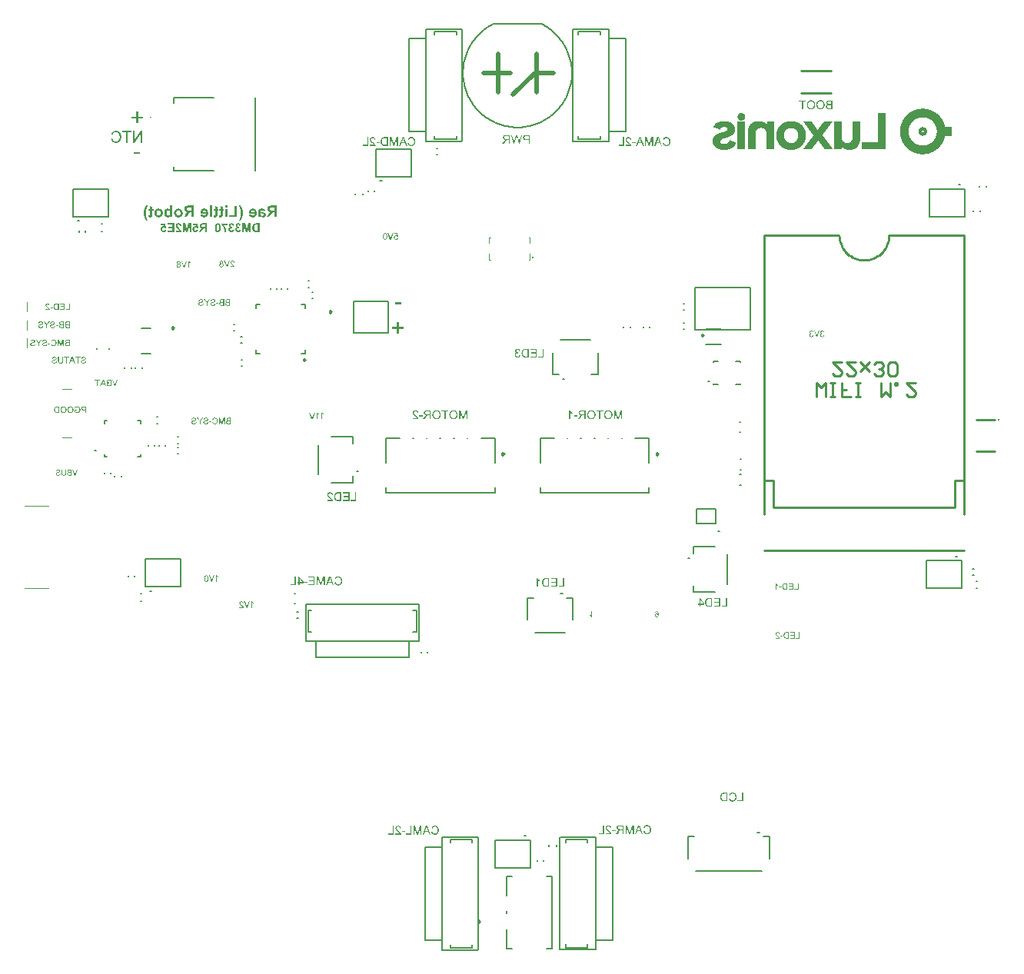
<source format=gbo>
G04*
G04 #@! TF.GenerationSoftware,Altium Limited,Altium Designer,23.5.1 (21)*
G04*
G04 Layer_Color=32896*
%FSLAX44Y44*%
%MOMM*%
G71*
G04*
G04 #@! TF.SameCoordinates,796DE07C-666B-433A-AA3A-A7060A37A772*
G04*
G04*
G04 #@! TF.FilePolarity,Positive*
G04*
G01*
G75*
%ADD10C,0.2000*%
%ADD11C,0.2500*%
%ADD13C,0.2540*%
%ADD17C,0.2540*%
%ADD18C,0.1270*%
%ADD19C,0.1500*%
%ADD168C,0.5000*%
%ADD285C,0.1000*%
G36*
X247133Y413227D02*
X247682D01*
Y413117D01*
X248121D01*
Y413007D01*
X248341D01*
Y412897D01*
X248670D01*
Y412787D01*
X248780D01*
Y412678D01*
X249000D01*
Y412568D01*
X249219D01*
Y412458D01*
X249329D01*
Y412348D01*
X249439D01*
Y412238D01*
X249549D01*
Y412129D01*
X249659D01*
Y412019D01*
X249768D01*
Y411909D01*
X249878D01*
Y411799D01*
X249988D01*
Y411689D01*
X250098D01*
Y411470D01*
X250208D01*
Y411360D01*
X250317D01*
Y411140D01*
X250427D01*
Y410921D01*
X250537D01*
Y410701D01*
X250647D01*
Y410262D01*
X250757D01*
Y409932D01*
X250867D01*
Y408395D01*
X250757D01*
Y408066D01*
X250647D01*
Y407626D01*
X250537D01*
Y407407D01*
X250427D01*
Y407187D01*
X250317D01*
Y406968D01*
X250208D01*
Y406858D01*
X250098D01*
Y406638D01*
X249988D01*
Y406528D01*
X249878D01*
Y406418D01*
X249768D01*
Y406309D01*
X249659D01*
Y406199D01*
X249549D01*
Y406089D01*
X249439D01*
Y405979D01*
X249329D01*
Y405869D01*
X249219D01*
Y405760D01*
X249000D01*
Y405650D01*
X248780D01*
Y405540D01*
X248561D01*
Y405430D01*
X248341D01*
Y405320D01*
X248121D01*
Y405211D01*
X247572D01*
Y405101D01*
X247133D01*
Y404991D01*
X246035D01*
Y405101D01*
X245596D01*
Y405211D01*
X245047D01*
Y405320D01*
X244827D01*
Y405430D01*
X244607D01*
Y405540D01*
X244388D01*
Y405650D01*
X244278D01*
Y405760D01*
X244058D01*
Y405869D01*
X243949D01*
Y405979D01*
X243729D01*
Y406089D01*
X243619D01*
Y406199D01*
X243509D01*
Y406309D01*
X243400D01*
Y406418D01*
X243290D01*
Y406528D01*
X243180D01*
Y406748D01*
X243070D01*
Y406858D01*
X242960D01*
Y407077D01*
X242850D01*
Y407187D01*
X242741D01*
Y407517D01*
X242631D01*
Y407846D01*
X242521D01*
Y408176D01*
X242411D01*
Y410262D01*
X242521D01*
Y410481D01*
X242631D01*
Y410811D01*
X242741D01*
Y411140D01*
X242850D01*
Y411250D01*
X242960D01*
Y411470D01*
X243070D01*
Y411580D01*
X243180D01*
Y411799D01*
X243290D01*
Y411909D01*
X243400D01*
Y412019D01*
X243509D01*
Y412129D01*
X243619D01*
Y412238D01*
X243729D01*
Y412348D01*
X243949D01*
Y412458D01*
X244058D01*
Y412568D01*
X244168D01*
Y412678D01*
X244388D01*
Y412787D01*
X244498D01*
Y412897D01*
X244827D01*
Y413007D01*
X245047D01*
Y413117D01*
X245486D01*
Y413227D01*
X246035D01*
Y413336D01*
X247133D01*
Y413227D01*
D02*
G37*
G36*
X346730Y403454D02*
X346620D01*
Y403344D01*
X346510D01*
Y403234D01*
X346400D01*
Y403124D01*
X346290D01*
Y402905D01*
X346180D01*
Y402795D01*
X346071D01*
Y402575D01*
X345961D01*
Y402465D01*
X345851D01*
Y402356D01*
X345741D01*
Y402136D01*
X345631D01*
Y402026D01*
X345522D01*
Y401916D01*
X345412D01*
Y401697D01*
X345302D01*
Y401587D01*
X345192D01*
Y401367D01*
X345082D01*
Y401258D01*
X344972D01*
Y401148D01*
X344863D01*
Y401038D01*
X344753D01*
Y400928D01*
X344643D01*
Y400709D01*
X344533D01*
Y400599D01*
X344423D01*
Y400379D01*
X344314D01*
Y400269D01*
X344204D01*
Y400159D01*
X344094D01*
Y399940D01*
X343984D01*
Y399830D01*
X343874D01*
Y399720D01*
X343765D01*
Y399610D01*
X343655D01*
Y399391D01*
X343545D01*
Y399281D01*
X343435D01*
Y399171D01*
X343325D01*
Y398951D01*
X343216D01*
Y398842D01*
X343106D01*
Y398622D01*
X342996D01*
Y398512D01*
X342886D01*
Y398402D01*
X342776D01*
Y398183D01*
X342667D01*
Y398073D01*
X342557D01*
Y397963D01*
X342447D01*
Y397854D01*
X342337D01*
Y397634D01*
X342227D01*
Y397524D01*
X342118D01*
Y397414D01*
X342008D01*
Y397195D01*
X341898D01*
Y397085D01*
X341788D01*
Y396865D01*
X341678D01*
Y396755D01*
X341568D01*
Y396646D01*
X341459D01*
Y396426D01*
X341349D01*
Y396316D01*
X341239D01*
Y396206D01*
X341129D01*
Y396096D01*
X341019D01*
Y395877D01*
X340910D01*
Y395767D01*
X340800D01*
Y395657D01*
X340690D01*
Y395438D01*
X340580D01*
Y395328D01*
X340470D01*
Y395108D01*
X340361D01*
Y394998D01*
X340251D01*
Y394889D01*
X340141D01*
Y394669D01*
X340031D01*
Y394559D01*
X339921D01*
Y394449D01*
X339812D01*
Y394340D01*
X339702D01*
Y394120D01*
X339592D01*
Y394010D01*
X339482D01*
Y393900D01*
X339372D01*
Y393681D01*
X339263D01*
Y393571D01*
X339153D01*
Y393461D01*
X339043D01*
Y393242D01*
X338933D01*
Y393132D01*
X338823D01*
Y392912D01*
X338713D01*
Y392802D01*
X338604D01*
Y392692D01*
X338494D01*
Y392583D01*
X338384D01*
Y392363D01*
X338274D01*
Y392253D01*
X338164D01*
Y392143D01*
X338055D01*
Y391924D01*
X337945D01*
Y391814D01*
X337835D01*
Y391594D01*
X337725D01*
Y391485D01*
X337615D01*
Y391375D01*
X337505D01*
Y391265D01*
X337396D01*
Y391045D01*
X337286D01*
Y390936D01*
X337176D01*
Y390826D01*
X337066D01*
Y390606D01*
X336956D01*
Y390496D01*
X336847D01*
Y390386D01*
X336737D01*
Y390167D01*
X336627D01*
Y390057D01*
X336517D01*
Y389947D01*
X336408D01*
Y389728D01*
X336298D01*
Y389618D01*
X336188D01*
Y389508D01*
X336078D01*
Y389398D01*
X335968D01*
Y389179D01*
X335858D01*
Y388959D01*
X335968D01*
Y388739D01*
X336078D01*
Y388629D01*
X336188D01*
Y388520D01*
X336298D01*
Y388300D01*
X336408D01*
Y388190D01*
X336517D01*
Y387971D01*
X336627D01*
Y387861D01*
X336737D01*
Y387751D01*
X336847D01*
Y387641D01*
X336956D01*
Y387422D01*
X337066D01*
Y387312D01*
X337176D01*
Y387202D01*
X337286D01*
Y386982D01*
X337396D01*
Y386873D01*
X337505D01*
Y386763D01*
X337615D01*
Y386543D01*
X337725D01*
Y386433D01*
X337835D01*
Y386324D01*
X337945D01*
Y386214D01*
X338055D01*
Y385994D01*
X338164D01*
Y385884D01*
X338274D01*
Y385665D01*
X338384D01*
Y385555D01*
X338494D01*
Y385445D01*
X338604D01*
Y385225D01*
X338713D01*
Y385116D01*
X338823D01*
Y385006D01*
X338933D01*
Y384786D01*
X339043D01*
Y384676D01*
X339153D01*
Y384567D01*
X339263D01*
Y384457D01*
X339372D01*
Y384237D01*
X339482D01*
Y384127D01*
X339592D01*
Y384017D01*
X339702D01*
Y383798D01*
X339812D01*
Y383688D01*
X339921D01*
Y383469D01*
X340031D01*
Y383359D01*
X340141D01*
Y383249D01*
X340251D01*
Y383139D01*
X340361D01*
Y382920D01*
X340470D01*
Y382810D01*
X340580D01*
Y382700D01*
X340690D01*
Y382480D01*
X340800D01*
Y382370D01*
X340910D01*
Y382261D01*
X341019D01*
Y382041D01*
X341129D01*
Y381931D01*
X341239D01*
Y381821D01*
X341349D01*
Y381602D01*
X341459D01*
Y381492D01*
X341568D01*
Y381382D01*
X341678D01*
Y381162D01*
X341788D01*
Y381053D01*
X341898D01*
Y380943D01*
X342008D01*
Y380723D01*
X342118D01*
Y380614D01*
X342227D01*
Y380504D01*
X342337D01*
Y380284D01*
X342447D01*
Y380174D01*
X342557D01*
Y380064D01*
X342667D01*
Y379955D01*
X342776D01*
Y379735D01*
X342886D01*
Y379625D01*
X342996D01*
Y379515D01*
X343106D01*
Y379296D01*
X343216D01*
Y379186D01*
X343325D01*
Y378966D01*
X343435D01*
Y378857D01*
X343545D01*
Y378747D01*
X343655D01*
Y378637D01*
X343765D01*
Y378417D01*
X343874D01*
Y378307D01*
X343984D01*
Y378198D01*
X344094D01*
Y377978D01*
X344204D01*
Y377868D01*
X344314D01*
Y377758D01*
X344423D01*
Y377539D01*
X344533D01*
Y377429D01*
X344643D01*
Y377319D01*
X344753D01*
Y377100D01*
X344863D01*
Y376990D01*
X344972D01*
Y376880D01*
X345082D01*
Y376770D01*
X345192D01*
Y376551D01*
X345302D01*
Y376441D01*
X345412D01*
Y376221D01*
X345522D01*
Y376111D01*
X345631D01*
Y376002D01*
X345741D01*
Y375782D01*
X345851D01*
Y375672D01*
X345961D01*
Y375562D01*
X346071D01*
Y375452D01*
X346180D01*
Y375233D01*
X346290D01*
Y375123D01*
X346400D01*
Y375013D01*
X346510D01*
Y374794D01*
X346620D01*
Y374684D01*
X346730D01*
Y374574D01*
X346839D01*
Y374354D01*
X346949D01*
Y374245D01*
X347059D01*
Y374025D01*
X347169D01*
Y373915D01*
X347279D01*
Y373805D01*
X347388D01*
Y373695D01*
X347498D01*
Y373366D01*
X338713D01*
Y373476D01*
X338494D01*
Y373586D01*
X338384D01*
Y373805D01*
X338274D01*
Y373915D01*
X338164D01*
Y374025D01*
X338055D01*
Y374245D01*
X337945D01*
Y374354D01*
X337835D01*
Y374464D01*
X337725D01*
Y374684D01*
X337615D01*
Y374794D01*
X337505D01*
Y374903D01*
X337396D01*
Y375013D01*
X337286D01*
Y375233D01*
X337176D01*
Y375343D01*
X337066D01*
Y375452D01*
X336956D01*
Y375672D01*
X336847D01*
Y375782D01*
X336737D01*
Y375892D01*
X336627D01*
Y376002D01*
X336517D01*
Y376221D01*
X336408D01*
Y376331D01*
X336298D01*
Y376441D01*
X336188D01*
Y376660D01*
X336078D01*
Y376770D01*
X335968D01*
Y376990D01*
X335858D01*
Y377100D01*
X335749D01*
Y377209D01*
X335639D01*
Y377319D01*
X335529D01*
Y377429D01*
X335419D01*
Y377649D01*
X335309D01*
Y377758D01*
X335200D01*
Y377978D01*
X335090D01*
Y378088D01*
X334980D01*
Y378198D01*
X334870D01*
Y378417D01*
X334760D01*
Y378527D01*
X334650D01*
Y378637D01*
X334541D01*
Y378747D01*
X334431D01*
Y378966D01*
X334321D01*
Y379076D01*
X334211D01*
Y379186D01*
X334101D01*
Y379406D01*
X333992D01*
Y379515D01*
X333882D01*
Y379625D01*
X333772D01*
Y379735D01*
X333662D01*
Y379955D01*
X333552D01*
Y380064D01*
X333443D01*
Y380174D01*
X333333D01*
Y380394D01*
X333223D01*
Y380504D01*
X333113D01*
Y380614D01*
X333003D01*
Y380833D01*
X332894D01*
Y380943D01*
X332784D01*
Y381053D01*
X332674D01*
Y381162D01*
X332564D01*
Y381382D01*
X332454D01*
Y381492D01*
X332345D01*
Y381602D01*
X332235D01*
Y381821D01*
X332125D01*
Y381931D01*
X332015D01*
Y382041D01*
X331905D01*
Y382261D01*
X331796D01*
Y382370D01*
X331686D01*
Y382480D01*
X331576D01*
Y382700D01*
X331466D01*
Y382810D01*
X331356D01*
Y382920D01*
X331246D01*
Y382810D01*
X331027D01*
Y382590D01*
X330917D01*
Y382480D01*
X330807D01*
Y382370D01*
X330697D01*
Y382151D01*
X330588D01*
Y382041D01*
X330478D01*
Y381931D01*
X330368D01*
Y381712D01*
X330258D01*
Y381602D01*
X330148D01*
Y381382D01*
X330039D01*
Y381272D01*
X329929D01*
Y381162D01*
X329819D01*
Y381053D01*
X329709D01*
Y380833D01*
X329599D01*
Y380723D01*
X329490D01*
Y380614D01*
X329380D01*
Y380394D01*
X329270D01*
Y380284D01*
X329160D01*
Y380064D01*
X329050D01*
Y379955D01*
X328941D01*
Y379845D01*
X328831D01*
Y379735D01*
X328721D01*
Y379625D01*
X328611D01*
Y379406D01*
X328501D01*
Y379296D01*
X328391D01*
Y379076D01*
X328282D01*
Y378966D01*
X328172D01*
Y378857D01*
X328062D01*
Y378637D01*
X327952D01*
Y378527D01*
X327842D01*
Y378417D01*
X327733D01*
Y378198D01*
X327623D01*
Y378088D01*
X327513D01*
Y377978D01*
X327403D01*
Y377868D01*
X327293D01*
Y377649D01*
X327183D01*
Y377539D01*
X327074D01*
Y377319D01*
X326964D01*
Y377209D01*
X326854D01*
Y377100D01*
X326744D01*
Y376880D01*
X326634D01*
Y376770D01*
X326525D01*
Y376660D01*
X326415D01*
Y376551D01*
X326305D01*
Y376331D01*
X326195D01*
Y376221D01*
X326085D01*
Y376111D01*
X325976D01*
Y375892D01*
X325866D01*
Y375782D01*
X325756D01*
Y375672D01*
X325646D01*
Y375452D01*
X325536D01*
Y375343D01*
X325427D01*
Y375123D01*
X325317D01*
Y375013D01*
X325207D01*
Y374903D01*
X325097D01*
Y374684D01*
X324987D01*
Y374574D01*
X324878D01*
Y374464D01*
X324768D01*
Y374354D01*
X324658D01*
Y374135D01*
X324548D01*
Y374025D01*
X324438D01*
Y373915D01*
X324328D01*
Y373695D01*
X324219D01*
Y373586D01*
X324109D01*
Y373476D01*
X323999D01*
Y373366D01*
X314885D01*
Y373476D01*
X314775D01*
Y373586D01*
X314885D01*
Y373805D01*
X314995D01*
Y373915D01*
X315105D01*
Y374025D01*
X315214D01*
Y374245D01*
X315324D01*
Y374354D01*
X315434D01*
Y374574D01*
X315544D01*
Y374684D01*
X315654D01*
Y374794D01*
X315763D01*
Y374903D01*
X315873D01*
Y375123D01*
X315983D01*
Y375233D01*
X316093D01*
Y375343D01*
X316203D01*
Y375562D01*
X316313D01*
Y375672D01*
X316422D01*
Y375782D01*
X316532D01*
Y376002D01*
X316642D01*
Y376111D01*
X316752D01*
Y376221D01*
X316861D01*
Y376441D01*
X316971D01*
Y376551D01*
X317081D01*
Y376660D01*
X317191D01*
Y376880D01*
X317301D01*
Y376990D01*
X317411D01*
Y377100D01*
X317520D01*
Y377319D01*
X317630D01*
Y377429D01*
X317740D01*
Y377539D01*
X317850D01*
Y377758D01*
X317960D01*
Y377868D01*
X318069D01*
Y378088D01*
X318179D01*
Y378198D01*
X318289D01*
Y378307D01*
X318399D01*
Y378417D01*
X318509D01*
Y378637D01*
X318619D01*
Y378747D01*
X318728D01*
Y378857D01*
X318838D01*
Y379076D01*
X318948D01*
Y379186D01*
X319058D01*
Y379296D01*
X319167D01*
Y379515D01*
X319277D01*
Y379625D01*
X319387D01*
Y379845D01*
X319497D01*
Y379955D01*
X319607D01*
Y380064D01*
X319716D01*
Y380174D01*
X319826D01*
Y380394D01*
X319936D01*
Y380504D01*
X320046D01*
Y380614D01*
X320156D01*
Y380833D01*
X320266D01*
Y380943D01*
X320375D01*
Y381053D01*
X320485D01*
Y381272D01*
X320595D01*
Y381382D01*
X320705D01*
Y381492D01*
X320815D01*
Y381602D01*
X320924D01*
Y381821D01*
X321034D01*
Y381931D01*
X321144D01*
Y382151D01*
X321254D01*
Y382261D01*
X321364D01*
Y382370D01*
X321474D01*
Y382590D01*
X321583D01*
Y382700D01*
X321693D01*
Y382810D01*
X321803D01*
Y383029D01*
X321913D01*
Y383139D01*
X322023D01*
Y383359D01*
X322132D01*
Y383469D01*
X322242D01*
Y383578D01*
X322352D01*
Y383688D01*
X322462D01*
Y383908D01*
X322572D01*
Y384017D01*
X322681D01*
Y384127D01*
X322791D01*
Y384347D01*
X322901D01*
Y384457D01*
X323011D01*
Y384567D01*
X323121D01*
Y384786D01*
X323230D01*
Y384896D01*
X323340D01*
Y385116D01*
X323450D01*
Y385225D01*
X323560D01*
Y385335D01*
X323670D01*
Y385445D01*
X323779D01*
Y385665D01*
X323889D01*
Y385774D01*
X323999D01*
Y385884D01*
X324109D01*
Y386104D01*
X324219D01*
Y386214D01*
X324328D01*
Y386324D01*
X324438D01*
Y386543D01*
X324548D01*
Y386653D01*
X324658D01*
Y386763D01*
X324768D01*
Y386873D01*
X324878D01*
Y387092D01*
X324987D01*
Y387202D01*
X325097D01*
Y387422D01*
X325207D01*
Y387531D01*
X325317D01*
Y387641D01*
X325427D01*
Y387861D01*
X325536D01*
Y387971D01*
X325646D01*
Y388080D01*
X325756D01*
Y388300D01*
X325866D01*
Y388410D01*
X325976D01*
Y388849D01*
X325866D01*
Y388959D01*
X325756D01*
Y389179D01*
X325646D01*
Y389288D01*
X325536D01*
Y389398D01*
X325427D01*
Y389618D01*
X325317D01*
Y389728D01*
X325207D01*
Y389947D01*
X325097D01*
Y390057D01*
X324987D01*
Y390167D01*
X324878D01*
Y390386D01*
X324768D01*
Y390496D01*
X324658D01*
Y390606D01*
X324548D01*
Y390826D01*
X324438D01*
Y390936D01*
X324328D01*
Y391045D01*
X324219D01*
Y391155D01*
X324109D01*
Y391375D01*
X323999D01*
Y391485D01*
X323889D01*
Y391704D01*
X323779D01*
Y391814D01*
X323670D01*
Y391924D01*
X323560D01*
Y392143D01*
X323450D01*
Y392253D01*
X323340D01*
Y392473D01*
X323230D01*
Y392583D01*
X323121D01*
Y392692D01*
X323011D01*
Y392912D01*
X322901D01*
Y393022D01*
X322791D01*
Y393132D01*
X322681D01*
Y393242D01*
X322572D01*
Y393461D01*
X322462D01*
Y393571D01*
X322352D01*
Y393681D01*
X322242D01*
Y393900D01*
X322132D01*
Y394010D01*
X322023D01*
Y394230D01*
X321913D01*
Y394340D01*
X321803D01*
Y394449D01*
X321693D01*
Y394669D01*
X321583D01*
Y394779D01*
X321474D01*
Y394889D01*
X321364D01*
Y394998D01*
X321254D01*
Y395218D01*
X321144D01*
Y395328D01*
X321034D01*
Y395547D01*
X320924D01*
Y395657D01*
X320815D01*
Y395767D01*
X320705D01*
Y395987D01*
X320595D01*
Y396096D01*
X320485D01*
Y396206D01*
X320375D01*
Y396426D01*
X320266D01*
Y396536D01*
X320156D01*
Y396755D01*
X320046D01*
Y396865D01*
X319936D01*
Y396975D01*
X319826D01*
Y397085D01*
X319716D01*
Y397304D01*
X319607D01*
Y397414D01*
X319497D01*
Y397524D01*
X319387D01*
Y397744D01*
X319277D01*
Y397854D01*
X319167D01*
Y397963D01*
X319058D01*
Y398183D01*
X318948D01*
Y398293D01*
X318838D01*
Y398512D01*
X318728D01*
Y398622D01*
X318619D01*
Y398732D01*
X318509D01*
Y398951D01*
X318399D01*
Y399061D01*
X318289D01*
Y399171D01*
X318179D01*
Y399281D01*
X318069D01*
Y399501D01*
X317960D01*
Y399610D01*
X317850D01*
Y399830D01*
X317740D01*
Y399940D01*
X317630D01*
Y400050D01*
X317520D01*
Y400269D01*
X317411D01*
Y400379D01*
X317301D01*
Y400599D01*
X317191D01*
Y400709D01*
X317081D01*
Y400818D01*
X316971D01*
Y401038D01*
X316861D01*
Y401148D01*
X316752D01*
Y401258D01*
X316642D01*
Y401367D01*
X316532D01*
Y401587D01*
X316422D01*
Y401697D01*
X316313D01*
Y401807D01*
X316203D01*
Y402026D01*
X316093D01*
Y402136D01*
X315983D01*
Y402356D01*
X315873D01*
Y402465D01*
X315763D01*
Y402575D01*
X315654D01*
Y402795D01*
X315544D01*
Y402905D01*
X315434D01*
Y403014D01*
X315324D01*
Y403234D01*
X315214D01*
Y403344D01*
X315105D01*
Y403454D01*
X314995D01*
Y403673D01*
X323999D01*
Y403563D01*
X324109D01*
Y403344D01*
X324219D01*
Y403234D01*
X324328D01*
Y403124D01*
X324438D01*
Y402905D01*
X324548D01*
Y402795D01*
X324658D01*
Y402575D01*
X324768D01*
Y402465D01*
X324878D01*
Y402356D01*
X324987D01*
Y402136D01*
X325097D01*
Y402026D01*
X325207D01*
Y401916D01*
X325317D01*
Y401807D01*
X325427D01*
Y401587D01*
X325536D01*
Y401477D01*
X325646D01*
Y401258D01*
X325756D01*
Y401148D01*
X325866D01*
Y401038D01*
X325976D01*
Y400818D01*
X326085D01*
Y400709D01*
X326195D01*
Y400599D01*
X326305D01*
Y400379D01*
X326415D01*
Y400269D01*
X326525D01*
Y400159D01*
X326634D01*
Y399940D01*
X326744D01*
Y399830D01*
X326854D01*
Y399720D01*
X326964D01*
Y399501D01*
X327074D01*
Y399391D01*
X327183D01*
Y399281D01*
X327293D01*
Y399061D01*
X327403D01*
Y398951D01*
X327513D01*
Y398732D01*
X327623D01*
Y398622D01*
X327733D01*
Y398512D01*
X327842D01*
Y398402D01*
X327952D01*
Y398183D01*
X328062D01*
Y398073D01*
X328172D01*
Y397963D01*
X328282D01*
Y397744D01*
X328391D01*
Y397634D01*
X328501D01*
Y397524D01*
X328611D01*
Y397304D01*
X328721D01*
Y397195D01*
X328831D01*
Y396975D01*
X328941D01*
Y396865D01*
X329050D01*
Y396755D01*
X329160D01*
Y396536D01*
X329270D01*
Y396426D01*
X329380D01*
Y396316D01*
X329490D01*
Y396206D01*
X329599D01*
Y395987D01*
X329709D01*
Y395877D01*
X329819D01*
Y395767D01*
X329929D01*
Y395547D01*
X330039D01*
Y395438D01*
X330148D01*
Y395218D01*
X330258D01*
Y395108D01*
X330368D01*
Y394998D01*
X330478D01*
Y394779D01*
X330697D01*
Y394889D01*
X330807D01*
Y394998D01*
X330917D01*
Y395108D01*
X331027D01*
Y395328D01*
X331137D01*
Y395438D01*
X331246D01*
Y395547D01*
X331356D01*
Y395767D01*
X331466D01*
Y395877D01*
X331576D01*
Y395987D01*
X331686D01*
Y396096D01*
X331796D01*
Y396316D01*
X331905D01*
Y396426D01*
X332015D01*
Y396646D01*
X332125D01*
Y396755D01*
X332235D01*
Y396865D01*
X332345D01*
Y397085D01*
X332454D01*
Y397195D01*
X332564D01*
Y397304D01*
X332674D01*
Y397414D01*
X332784D01*
Y397634D01*
X332894D01*
Y397744D01*
X333003D01*
Y397963D01*
X333113D01*
Y398073D01*
X333223D01*
Y398183D01*
X333333D01*
Y398402D01*
X333443D01*
Y398512D01*
X333552D01*
Y398622D01*
X333662D01*
Y398842D01*
X333772D01*
Y398951D01*
X333882D01*
Y399061D01*
X333992D01*
Y399171D01*
X334101D01*
Y399391D01*
X334211D01*
Y399501D01*
X334321D01*
Y399610D01*
X334431D01*
Y399830D01*
X334541D01*
Y399940D01*
X334650D01*
Y400159D01*
X334760D01*
Y400269D01*
X334870D01*
Y400379D01*
X334980D01*
Y400599D01*
X335090D01*
Y400709D01*
X335200D01*
Y400818D01*
X335309D01*
Y400928D01*
X335419D01*
Y401148D01*
X335529D01*
Y401258D01*
X335639D01*
Y401367D01*
X335749D01*
Y401587D01*
X335858D01*
Y401697D01*
X335968D01*
Y401916D01*
X336078D01*
Y402026D01*
X336188D01*
Y402136D01*
X336298D01*
Y402356D01*
X336408D01*
Y402465D01*
X336517D01*
Y402575D01*
X336627D01*
Y402685D01*
X336737D01*
Y402905D01*
X336847D01*
Y403014D01*
X336956D01*
Y403234D01*
X337066D01*
Y403344D01*
X337176D01*
Y403454D01*
X337286D01*
Y403563D01*
X337396D01*
Y403673D01*
X346730D01*
Y403454D01*
D02*
G37*
G36*
X377366Y383029D02*
X377256D01*
Y382261D01*
X377146D01*
Y381712D01*
X377037D01*
Y381053D01*
X376927D01*
Y380833D01*
X376817D01*
Y380284D01*
X376707D01*
Y380064D01*
X376597D01*
Y379735D01*
X376488D01*
Y379406D01*
X376378D01*
Y379186D01*
X376268D01*
Y378857D01*
X376158D01*
Y378747D01*
X376048D01*
Y378417D01*
X375939D01*
Y378198D01*
X375829D01*
Y378088D01*
X375719D01*
Y377868D01*
X375609D01*
Y377758D01*
X375499D01*
Y377429D01*
X375390D01*
Y377319D01*
X375280D01*
Y377209D01*
X375170D01*
Y376990D01*
X375060D01*
Y376880D01*
X374950D01*
Y376660D01*
X374841D01*
Y376551D01*
X374731D01*
Y376441D01*
X374621D01*
Y376331D01*
X374511D01*
Y376221D01*
X374401D01*
Y376111D01*
X374291D01*
Y376002D01*
X374182D01*
Y375782D01*
X373962D01*
Y375672D01*
X373852D01*
Y375562D01*
X373742D01*
Y375452D01*
X373633D01*
Y375343D01*
X373523D01*
Y375233D01*
X373413D01*
Y375123D01*
X373303D01*
Y375013D01*
X373083D01*
Y374903D01*
X372974D01*
Y374794D01*
X372864D01*
Y374684D01*
X372644D01*
Y374574D01*
X372534D01*
Y374464D01*
X372315D01*
Y374354D01*
X372095D01*
Y374245D01*
X371986D01*
Y374135D01*
X371766D01*
Y374025D01*
X371546D01*
Y373915D01*
X371327D01*
Y373805D01*
X371107D01*
Y373695D01*
X370887D01*
Y373586D01*
X370558D01*
Y373476D01*
X370338D01*
Y373366D01*
X369899D01*
Y373256D01*
X369679D01*
Y373147D01*
X369130D01*
Y373037D01*
X368691D01*
Y372927D01*
X368252D01*
Y372817D01*
X367154D01*
Y372707D01*
X364409D01*
Y372817D01*
X363420D01*
Y372927D01*
X362871D01*
Y373037D01*
X362542D01*
Y373147D01*
X361993D01*
Y373256D01*
X361773D01*
Y373366D01*
X361334D01*
Y373476D01*
X361114D01*
Y373586D01*
X360785D01*
Y373695D01*
X360565D01*
Y373805D01*
X360346D01*
Y373915D01*
X360016D01*
Y374025D01*
X359907D01*
Y374135D01*
X359687D01*
Y374245D01*
X359467D01*
Y374354D01*
X359248D01*
Y374464D01*
X359028D01*
Y374574D01*
X358918D01*
Y374684D01*
X358699D01*
Y374794D01*
X358589D01*
Y374903D01*
X358479D01*
Y375013D01*
X358259D01*
Y375123D01*
X358150D01*
Y375233D01*
X357930D01*
Y375343D01*
X357820D01*
Y375452D01*
X357710D01*
Y375562D01*
X357601D01*
Y375672D01*
X357491D01*
Y375782D01*
X357381D01*
Y375892D01*
X357271D01*
Y376002D01*
X357052D01*
Y376111D01*
X356832D01*
Y373476D01*
X356722D01*
Y373366D01*
X349035D01*
Y373476D01*
X348926D01*
Y403673D01*
X357381D01*
Y403563D01*
Y403454D01*
Y385225D01*
X357491D01*
Y384567D01*
X357601D01*
Y384017D01*
X357710D01*
Y383798D01*
X357820D01*
Y383469D01*
X357930D01*
Y383249D01*
X358040D01*
Y383029D01*
X358150D01*
Y382810D01*
X358259D01*
Y382700D01*
X358369D01*
Y382480D01*
X358479D01*
Y382370D01*
X358589D01*
Y382261D01*
X358699D01*
Y382041D01*
X358918D01*
Y381821D01*
X359138D01*
Y381602D01*
X359357D01*
Y381492D01*
X359467D01*
Y381382D01*
X359577D01*
Y381272D01*
X359797D01*
Y381162D01*
X359907D01*
Y381053D01*
X360126D01*
Y380943D01*
X360346D01*
Y380833D01*
X360565D01*
Y380723D01*
X360895D01*
Y380614D01*
X361114D01*
Y380504D01*
X361773D01*
Y380394D01*
X362212D01*
Y380284D01*
X364189D01*
Y380394D01*
X364628D01*
Y380504D01*
X365287D01*
Y380614D01*
X365397D01*
Y380723D01*
X365836D01*
Y380833D01*
X366056D01*
Y380943D01*
X366166D01*
Y381053D01*
X366385D01*
Y381162D01*
X366605D01*
Y381272D01*
X366715D01*
Y381382D01*
X366824D01*
Y381492D01*
X367044D01*
Y381602D01*
X367154D01*
Y381712D01*
X367264D01*
Y381821D01*
X367374D01*
Y381931D01*
X367483D01*
Y382041D01*
X367593D01*
Y382151D01*
X367703D01*
Y382261D01*
X367813D01*
Y382480D01*
X367923D01*
Y382590D01*
X368032D01*
Y382810D01*
X368142D01*
Y383029D01*
X368252D01*
Y383139D01*
X368362D01*
Y383469D01*
X368472D01*
Y383688D01*
X368581D01*
Y384017D01*
X368691D01*
Y384457D01*
X368801D01*
Y384896D01*
X368911D01*
Y403673D01*
X377366D01*
Y383029D01*
D02*
G37*
G36*
X405807Y413117D02*
X405916D01*
Y373586D01*
X405807D01*
Y373476D01*
X405697D01*
Y373366D01*
X379233D01*
Y373476D01*
X379123D01*
Y380943D01*
X379233D01*
Y381053D01*
X397351D01*
Y413227D01*
X397461D01*
Y413336D01*
X405807D01*
Y413117D01*
D02*
G37*
G36*
X266899Y404332D02*
X267557D01*
Y404222D01*
X268436D01*
Y404113D01*
X268875D01*
Y404003D01*
X269314D01*
Y403893D01*
X269754D01*
Y403783D01*
X269973D01*
Y403673D01*
X270413D01*
Y403563D01*
X270632D01*
Y403454D01*
X270961D01*
Y403344D01*
X271181D01*
Y403234D01*
X271401D01*
Y403124D01*
X271730D01*
Y403014D01*
X271840D01*
Y402905D01*
X272060D01*
Y402795D01*
X272279D01*
Y402685D01*
X272389D01*
Y402575D01*
X272719D01*
Y402465D01*
X272828D01*
Y402356D01*
X273048D01*
Y402246D01*
X273158D01*
Y402136D01*
X273267D01*
Y402026D01*
X273487D01*
Y401916D01*
X273597D01*
Y401807D01*
X273707D01*
Y401697D01*
X273817D01*
Y401587D01*
X274036D01*
Y401477D01*
X274146D01*
Y401367D01*
X274256D01*
Y401258D01*
X274366D01*
Y401148D01*
X274475D01*
Y401038D01*
X274585D01*
Y401148D01*
X274695D01*
Y403673D01*
X282711D01*
Y373476D01*
X282601D01*
Y373366D01*
X274366D01*
Y373476D01*
X274256D01*
Y391704D01*
X274146D01*
Y392253D01*
X274036D01*
Y392912D01*
X273926D01*
Y393132D01*
X273817D01*
Y393461D01*
X273707D01*
Y393571D01*
X273597D01*
Y393791D01*
X273487D01*
Y394010D01*
X273377D01*
Y394230D01*
X273267D01*
Y394340D01*
X273158D01*
Y394449D01*
X273048D01*
Y394669D01*
X272938D01*
Y394779D01*
X272828D01*
Y394889D01*
X272719D01*
Y394998D01*
X272609D01*
Y395108D01*
X272499D01*
Y395218D01*
X272389D01*
Y395328D01*
X272279D01*
Y395438D01*
X272169D01*
Y395547D01*
X271950D01*
Y395657D01*
X271840D01*
Y395767D01*
X271620D01*
Y395877D01*
X271511D01*
Y395987D01*
X271291D01*
Y396096D01*
X271071D01*
Y396206D01*
X270852D01*
Y396316D01*
X270522D01*
Y396426D01*
X270413D01*
Y396536D01*
X269863D01*
Y396646D01*
X269534D01*
Y396755D01*
X268765D01*
Y396865D01*
X267448D01*
Y396755D01*
X266789D01*
Y396646D01*
X266350D01*
Y396536D01*
X265910D01*
Y396426D01*
X265691D01*
Y396316D01*
X265361D01*
Y396206D01*
X265142D01*
Y396096D01*
X264922D01*
Y395987D01*
X264702D01*
Y395877D01*
X264593D01*
Y395767D01*
X264373D01*
Y395657D01*
X264263D01*
Y395547D01*
X264153D01*
Y395438D01*
X264044D01*
Y395328D01*
X263934D01*
Y395218D01*
X263824D01*
Y395108D01*
X263714D01*
Y394998D01*
X263604D01*
Y394889D01*
X263494D01*
Y394779D01*
X263385D01*
Y394669D01*
X263275D01*
Y394449D01*
X263165D01*
Y394230D01*
X263055D01*
Y394120D01*
X262945D01*
Y393900D01*
X262836D01*
Y393681D01*
X262726D01*
Y393351D01*
X262616D01*
Y393132D01*
X262506D01*
Y392692D01*
X262396D01*
Y392253D01*
X262287D01*
Y391594D01*
X262177D01*
Y373476D01*
X262067D01*
Y373366D01*
X253831D01*
Y373586D01*
X253722D01*
Y379076D01*
Y379186D01*
Y393242D01*
X253831D01*
Y394449D01*
X253941D01*
Y394998D01*
X254051D01*
Y395767D01*
X254161D01*
Y396096D01*
X254271D01*
Y396536D01*
X254380D01*
Y396865D01*
X254490D01*
Y397195D01*
X254600D01*
Y397524D01*
X254710D01*
Y397744D01*
X254820D01*
Y398073D01*
X254929D01*
Y398183D01*
X255039D01*
Y398512D01*
X255149D01*
Y398732D01*
X255259D01*
Y398842D01*
X255369D01*
Y399061D01*
X255478D01*
Y399281D01*
X255588D01*
Y399501D01*
X255698D01*
Y399610D01*
X255808D01*
Y399720D01*
X255918D01*
Y399940D01*
X256028D01*
Y400050D01*
X256137D01*
Y400269D01*
X256247D01*
Y400379D01*
X256357D01*
Y400489D01*
X256467D01*
Y400599D01*
X256577D01*
Y400709D01*
X256686D01*
Y400928D01*
X256796D01*
Y401038D01*
X256906D01*
Y401148D01*
X257016D01*
Y401258D01*
X257126D01*
Y401367D01*
X257235D01*
Y401477D01*
X257345D01*
Y401587D01*
X257565D01*
Y401697D01*
X257675D01*
Y401807D01*
X257784D01*
Y401916D01*
X257894D01*
Y402026D01*
X258114D01*
Y402136D01*
X258224D01*
Y402246D01*
X258333D01*
Y402356D01*
X258553D01*
Y402465D01*
X258663D01*
Y402575D01*
X258883D01*
Y402685D01*
X258992D01*
Y402795D01*
X259212D01*
Y402905D01*
X259432D01*
Y403014D01*
X259541D01*
Y403124D01*
X259871D01*
Y403234D01*
X260090D01*
Y403344D01*
X260310D01*
Y403454D01*
X260639D01*
Y403563D01*
X260749D01*
Y403673D01*
X261189D01*
Y403783D01*
X261408D01*
Y403893D01*
X261957D01*
Y404003D01*
X262287D01*
Y404113D01*
X262726D01*
Y404222D01*
X263604D01*
Y404332D01*
X264263D01*
Y404442D01*
X266899D01*
Y404332D01*
D02*
G37*
G36*
X250867Y383139D02*
Y383029D01*
Y373476D01*
X250757D01*
Y373366D01*
X242521D01*
Y373476D01*
X242411D01*
Y403673D01*
X250867D01*
Y383139D01*
D02*
G37*
G36*
X301488Y404332D02*
X303135D01*
Y404222D01*
X304343D01*
Y404113D01*
X304892D01*
Y404003D01*
X305332D01*
Y403893D01*
X305881D01*
Y403783D01*
X306210D01*
Y403673D01*
X306759D01*
Y403563D01*
X306979D01*
Y403454D01*
X307418D01*
Y403344D01*
X307638D01*
Y403234D01*
X307967D01*
Y403124D01*
X308296D01*
Y403014D01*
X308406D01*
Y402905D01*
X308846D01*
Y402795D01*
X308955D01*
Y402685D01*
X309175D01*
Y402575D01*
X309504D01*
Y402465D01*
X309614D01*
Y402356D01*
X309834D01*
Y402246D01*
X310053D01*
Y402136D01*
X310273D01*
Y402026D01*
X310383D01*
Y401916D01*
X310602D01*
Y401807D01*
X310822D01*
Y401697D01*
X310932D01*
Y401587D01*
X311151D01*
Y401477D01*
X311261D01*
Y401367D01*
X311371D01*
Y401258D01*
X311591D01*
Y401148D01*
X311700D01*
Y401038D01*
X311920D01*
Y400928D01*
X312030D01*
Y400818D01*
X312140D01*
Y400709D01*
X312250D01*
Y400599D01*
X312359D01*
Y400489D01*
X312579D01*
Y400379D01*
X312689D01*
Y400269D01*
X312799D01*
Y400159D01*
X312908D01*
Y400050D01*
X313018D01*
Y399940D01*
X313128D01*
Y399830D01*
X313238D01*
Y399720D01*
X313348D01*
Y399610D01*
X313457D01*
Y399501D01*
X313567D01*
Y399391D01*
X313677D01*
Y399281D01*
X313787D01*
Y399171D01*
X313897D01*
Y398951D01*
X314007D01*
Y398842D01*
X314116D01*
Y398732D01*
X314226D01*
Y398622D01*
X314336D01*
Y398512D01*
X314446D01*
Y398402D01*
X314555D01*
Y398183D01*
X314665D01*
Y398073D01*
X314775D01*
Y397963D01*
X314885D01*
Y397744D01*
X314995D01*
Y397634D01*
X315105D01*
Y397414D01*
X315214D01*
Y397304D01*
X315324D01*
Y397085D01*
X315434D01*
Y396865D01*
X315544D01*
Y396755D01*
X315654D01*
Y396536D01*
X315763D01*
Y396316D01*
X315873D01*
Y396206D01*
X315983D01*
Y395877D01*
X316093D01*
Y395767D01*
X316203D01*
Y395438D01*
X316313D01*
Y395218D01*
X316422D01*
Y394998D01*
X316532D01*
Y394669D01*
X316642D01*
Y394449D01*
X316752D01*
Y394120D01*
X316861D01*
Y393791D01*
X316971D01*
Y393461D01*
X317081D01*
Y393022D01*
X317191D01*
Y392692D01*
X317301D01*
Y392143D01*
X317411D01*
Y391814D01*
X317520D01*
Y390826D01*
X317630D01*
Y390057D01*
X317740D01*
Y386982D01*
X317630D01*
Y386214D01*
X317520D01*
Y385335D01*
X317411D01*
Y384896D01*
X317301D01*
Y384347D01*
X317191D01*
Y384017D01*
X317081D01*
Y383688D01*
X316971D01*
Y383249D01*
X316861D01*
Y383029D01*
X316752D01*
Y382590D01*
X316642D01*
Y382370D01*
X316532D01*
Y382151D01*
X316422D01*
Y381821D01*
X316313D01*
Y381602D01*
X316203D01*
Y381382D01*
X316093D01*
Y381162D01*
X315983D01*
Y380943D01*
X315873D01*
Y380723D01*
X315763D01*
Y380614D01*
X315654D01*
Y380284D01*
X315544D01*
Y380174D01*
X315434D01*
Y379955D01*
X315324D01*
Y379845D01*
X315214D01*
Y379625D01*
X315105D01*
Y379515D01*
X314995D01*
Y379296D01*
X314885D01*
Y379186D01*
X314775D01*
Y379076D01*
X314665D01*
Y378857D01*
X314555D01*
Y378747D01*
X314446D01*
Y378637D01*
X314336D01*
Y378417D01*
X314226D01*
Y378307D01*
X314116D01*
Y378198D01*
X314007D01*
Y378088D01*
X313897D01*
Y377978D01*
X313787D01*
Y377868D01*
X313677D01*
Y377758D01*
X313567D01*
Y377539D01*
X313457D01*
Y377429D01*
X313348D01*
Y377319D01*
X313238D01*
Y377209D01*
X313128D01*
Y377100D01*
X313018D01*
Y376990D01*
X312799D01*
Y376880D01*
X312689D01*
Y376770D01*
X312579D01*
Y376660D01*
X312469D01*
Y376551D01*
X312359D01*
Y376441D01*
X312250D01*
Y376331D01*
X312140D01*
Y376221D01*
X311920D01*
Y376111D01*
X311810D01*
Y376002D01*
X311700D01*
Y375892D01*
X311591D01*
Y375782D01*
X311371D01*
Y375672D01*
X311261D01*
Y375562D01*
X311042D01*
Y375452D01*
X310932D01*
Y375343D01*
X310712D01*
Y375233D01*
X310493D01*
Y375123D01*
X310383D01*
Y375013D01*
X310163D01*
Y374903D01*
X309944D01*
Y374794D01*
X309834D01*
Y374684D01*
X309614D01*
Y374574D01*
X309394D01*
Y374464D01*
X309175D01*
Y374354D01*
X308955D01*
Y374245D01*
X308736D01*
Y374135D01*
X308406D01*
Y374025D01*
X308296D01*
Y373915D01*
X307857D01*
Y373805D01*
X307638D01*
Y373695D01*
X307308D01*
Y373586D01*
X306979D01*
Y373476D01*
X306759D01*
Y373366D01*
X306210D01*
Y373256D01*
X305881D01*
Y373147D01*
X305222D01*
Y373037D01*
X304783D01*
Y372927D01*
X304233D01*
Y372817D01*
X303026D01*
Y372707D01*
X299841D01*
Y372817D01*
X298633D01*
Y372927D01*
X297974D01*
Y373037D01*
X297535D01*
Y373147D01*
X296986D01*
Y373256D01*
X296657D01*
Y373366D01*
X296108D01*
Y373476D01*
X295888D01*
Y373586D01*
X295449D01*
Y373695D01*
X295229D01*
Y373805D01*
X295010D01*
Y373915D01*
X294570D01*
Y374025D01*
X294461D01*
Y374135D01*
X294131D01*
Y374245D01*
X293911D01*
Y374354D01*
X293692D01*
Y374464D01*
X293363D01*
Y374574D01*
X293253D01*
Y374684D01*
X293033D01*
Y374794D01*
X292813D01*
Y374903D01*
X292594D01*
Y375013D01*
X292484D01*
Y375123D01*
X292264D01*
Y375233D01*
X292045D01*
Y375343D01*
X291935D01*
Y375452D01*
X291715D01*
Y375562D01*
X291605D01*
Y375672D01*
X291496D01*
Y375782D01*
X291276D01*
Y375892D01*
X291166D01*
Y376002D01*
X290947D01*
Y376111D01*
X290837D01*
Y376221D01*
X290727D01*
Y376331D01*
X290617D01*
Y376441D01*
X290507D01*
Y376551D01*
X290288D01*
Y376660D01*
X290178D01*
Y376770D01*
X290068D01*
Y376880D01*
X289958D01*
Y376990D01*
X289849D01*
Y377100D01*
X289739D01*
Y377209D01*
X289629D01*
Y377319D01*
X289519D01*
Y377429D01*
X289409D01*
Y377539D01*
X289300D01*
Y377649D01*
X289190D01*
Y377758D01*
X289080D01*
Y377868D01*
X288970D01*
Y377978D01*
X288860D01*
Y378088D01*
X288750D01*
Y378307D01*
X288641D01*
Y378417D01*
X288531D01*
Y378527D01*
X288421D01*
Y378637D01*
X288311D01*
Y378857D01*
X288202D01*
Y378966D01*
X288092D01*
Y379076D01*
X287982D01*
Y379296D01*
X287872D01*
Y379406D01*
X287762D01*
Y379625D01*
X287652D01*
Y379735D01*
X287543D01*
Y379955D01*
X287433D01*
Y380064D01*
X287323D01*
Y380284D01*
X287213D01*
Y380504D01*
X287103D01*
Y380614D01*
X286994D01*
Y380833D01*
X286884D01*
Y381053D01*
X286774D01*
Y381272D01*
X286664D01*
Y381492D01*
X286554D01*
Y381712D01*
X286444D01*
Y382041D01*
X286335D01*
Y382151D01*
X286225D01*
Y382480D01*
X286115D01*
Y382810D01*
X286005D01*
Y383029D01*
X285896D01*
Y383469D01*
X285786D01*
Y383688D01*
X285676D01*
Y384237D01*
X285566D01*
Y384567D01*
X285456D01*
Y385006D01*
X285346D01*
Y385774D01*
X285237D01*
Y386324D01*
X285127D01*
Y390716D01*
X285237D01*
Y391265D01*
X285346D01*
Y392034D01*
X285456D01*
Y392473D01*
X285566D01*
Y392802D01*
X285676D01*
Y393351D01*
X285786D01*
Y393571D01*
X285896D01*
Y394010D01*
X286005D01*
Y394230D01*
X286115D01*
Y394559D01*
X286225D01*
Y394889D01*
X286335D01*
Y394998D01*
X286444D01*
Y395438D01*
X286554D01*
Y395547D01*
X286664D01*
Y395877D01*
X286774D01*
Y395987D01*
X286884D01*
Y396206D01*
X286994D01*
Y396426D01*
X287103D01*
Y396646D01*
X287213D01*
Y396865D01*
X287323D01*
Y396975D01*
X287433D01*
Y397195D01*
X287543D01*
Y397304D01*
X287652D01*
Y397524D01*
X287762D01*
Y397744D01*
X287872D01*
Y397854D01*
X287982D01*
Y397963D01*
X288092D01*
Y398073D01*
X288202D01*
Y398293D01*
X288311D01*
Y398402D01*
X288421D01*
Y398512D01*
X288531D01*
Y398732D01*
X288641D01*
Y398842D01*
X288750D01*
Y398951D01*
X288860D01*
Y399061D01*
X288970D01*
Y399171D01*
X289080D01*
Y399281D01*
X289190D01*
Y399391D01*
X289300D01*
Y399501D01*
X289409D01*
Y399720D01*
X289629D01*
Y399940D01*
X289849D01*
Y400050D01*
X289958D01*
Y400159D01*
X290068D01*
Y400269D01*
X290178D01*
Y400379D01*
X290288D01*
Y400489D01*
X290398D01*
Y400599D01*
X290507D01*
Y400709D01*
X290727D01*
Y400818D01*
X290837D01*
Y400928D01*
X290947D01*
Y401038D01*
X291166D01*
Y401148D01*
X291276D01*
Y401258D01*
X291386D01*
Y401367D01*
X291605D01*
Y401477D01*
X291715D01*
Y401587D01*
X291935D01*
Y401697D01*
X292045D01*
Y401807D01*
X292264D01*
Y401916D01*
X292374D01*
Y402026D01*
X292594D01*
Y402136D01*
X292813D01*
Y402246D01*
X292923D01*
Y402356D01*
X293253D01*
Y402465D01*
X293363D01*
Y402575D01*
X293692D01*
Y402685D01*
X293802D01*
Y402795D01*
X294021D01*
Y402905D01*
X294351D01*
Y403014D01*
X294570D01*
Y403124D01*
X294900D01*
Y403234D01*
X295119D01*
Y403344D01*
X295449D01*
Y403454D01*
X295778D01*
Y403563D01*
X296108D01*
Y403673D01*
X296547D01*
Y403783D01*
X296876D01*
Y403893D01*
X297535D01*
Y404003D01*
X297974D01*
Y404113D01*
X298524D01*
Y404222D01*
X299731D01*
Y404332D01*
X301269D01*
Y404442D01*
X301488D01*
Y404332D01*
D02*
G37*
G36*
X227697D02*
X229234D01*
Y404222D01*
X230552D01*
Y404113D01*
X231101D01*
Y404003D01*
X231540D01*
Y403893D01*
X232199D01*
Y403783D01*
X232419D01*
Y403673D01*
X232968D01*
Y403563D01*
X233187D01*
Y403454D01*
X233517D01*
Y403344D01*
X233846D01*
Y403234D01*
X234066D01*
Y403124D01*
X234395D01*
Y403014D01*
X234505D01*
Y402905D01*
X234834D01*
Y402795D01*
X235054D01*
Y402685D01*
X235164D01*
Y402575D01*
X235383D01*
Y402465D01*
X235493D01*
Y402356D01*
X235823D01*
Y402246D01*
X235933D01*
Y402136D01*
X236042D01*
Y402026D01*
X236262D01*
Y401916D01*
X236372D01*
Y401807D01*
X236482D01*
Y401697D01*
X236591D01*
Y401587D01*
X236811D01*
Y401477D01*
X236921D01*
Y401367D01*
X237031D01*
Y401258D01*
X237140D01*
Y401148D01*
X237250D01*
Y401038D01*
X237360D01*
Y400928D01*
X237470D01*
Y400818D01*
X237580D01*
Y400709D01*
X237689D01*
Y400489D01*
X237799D01*
Y400379D01*
X237909D01*
Y400269D01*
X238019D01*
Y400050D01*
X238129D01*
Y399940D01*
X238239D01*
Y399720D01*
X238348D01*
Y399610D01*
X238458D01*
Y399391D01*
X238568D01*
Y399171D01*
X238678D01*
Y399061D01*
X238788D01*
Y398732D01*
X238897D01*
Y398512D01*
X239007D01*
Y398183D01*
X239117D01*
Y397963D01*
X239227D01*
Y397524D01*
X239337D01*
Y396975D01*
X239446D01*
Y396536D01*
X239556D01*
Y393791D01*
X239446D01*
Y393351D01*
X239337D01*
Y392802D01*
X239227D01*
Y392473D01*
X239117D01*
Y392253D01*
X239007D01*
Y391924D01*
X238897D01*
Y391704D01*
X238788D01*
Y391485D01*
X238678D01*
Y391265D01*
X238568D01*
Y391155D01*
X238458D01*
Y390936D01*
X238348D01*
Y390826D01*
X238239D01*
Y390606D01*
X238129D01*
Y390496D01*
X238019D01*
Y390386D01*
X237909D01*
Y390167D01*
X237799D01*
Y390057D01*
X237689D01*
Y389947D01*
X237580D01*
Y389837D01*
X237470D01*
Y389728D01*
X237360D01*
Y389618D01*
X237250D01*
Y389508D01*
X237140D01*
Y389398D01*
X236921D01*
Y389288D01*
X236811D01*
Y389179D01*
X236701D01*
Y389069D01*
X236591D01*
Y388959D01*
X236372D01*
Y388849D01*
X236262D01*
Y388739D01*
X236042D01*
Y388629D01*
X235933D01*
Y388520D01*
X235823D01*
Y388410D01*
X235493D01*
Y388300D01*
X235383D01*
Y388190D01*
X235164D01*
Y388080D01*
X234944D01*
Y387971D01*
X234834D01*
Y387861D01*
X234505D01*
Y387751D01*
X234285D01*
Y387641D01*
X234066D01*
Y387531D01*
X233846D01*
Y387422D01*
X233627D01*
Y387312D01*
X233187D01*
Y387202D01*
X233078D01*
Y387092D01*
X232638D01*
Y386982D01*
X232419D01*
Y386873D01*
X232089D01*
Y386763D01*
X231760D01*
Y386653D01*
X231540D01*
Y386543D01*
X230991D01*
Y386433D01*
X230772D01*
Y386324D01*
X230332D01*
Y386214D01*
X230003D01*
Y386104D01*
X229783D01*
Y385994D01*
X229234D01*
Y385884D01*
X229015D01*
Y385774D01*
X228575D01*
Y385665D01*
X228246D01*
Y385555D01*
X227917D01*
Y385445D01*
X227587D01*
Y385335D01*
X227258D01*
Y385225D01*
X226928D01*
Y385116D01*
X226709D01*
Y385006D01*
X226379D01*
Y384896D01*
X226160D01*
Y384786D01*
X225940D01*
Y384676D01*
X225611D01*
Y384567D01*
X225501D01*
Y384457D01*
X225171D01*
Y384347D01*
X225061D01*
Y384237D01*
X224842D01*
Y384127D01*
X224732D01*
Y384017D01*
X224622D01*
Y383908D01*
X224403D01*
Y383798D01*
X224293D01*
Y383688D01*
X224183D01*
Y383578D01*
X224073D01*
Y383469D01*
X223963D01*
Y383249D01*
X223854D01*
Y383139D01*
X223744D01*
Y382920D01*
X223634D01*
Y382700D01*
X223524D01*
Y381272D01*
X223634D01*
Y381053D01*
X223744D01*
Y380723D01*
X223854D01*
Y380614D01*
X223963D01*
Y380504D01*
X224073D01*
Y380284D01*
X224183D01*
Y380174D01*
X224403D01*
Y380064D01*
X224513D01*
Y379955D01*
X224732D01*
Y379845D01*
X224842D01*
Y379735D01*
X225061D01*
Y379625D01*
X225391D01*
Y379515D01*
X225611D01*
Y379406D01*
X226269D01*
Y379296D01*
X226928D01*
Y379186D01*
X228136D01*
Y379296D01*
X228795D01*
Y379406D01*
X229564D01*
Y379515D01*
X229893D01*
Y379625D01*
X230222D01*
Y379735D01*
X230662D01*
Y379845D01*
X230772D01*
Y379955D01*
X231101D01*
Y380064D01*
X231211D01*
Y380174D01*
X231430D01*
Y380284D01*
X231650D01*
Y380394D01*
X231760D01*
Y380504D01*
X231870D01*
Y380614D01*
X231979D01*
Y380723D01*
X232199D01*
Y380833D01*
X232309D01*
Y380943D01*
X232419D01*
Y381053D01*
X232528D01*
Y381162D01*
X232638D01*
Y381272D01*
X232748D01*
Y381492D01*
X232858D01*
Y381602D01*
X232968D01*
Y381712D01*
X233078D01*
Y381821D01*
X233187D01*
Y382041D01*
X233297D01*
Y382261D01*
X233407D01*
Y382480D01*
X233517D01*
Y382810D01*
X233627D01*
Y382920D01*
X233736D01*
Y383359D01*
X234176D01*
Y383249D01*
X234395D01*
Y383139D01*
X234834D01*
Y383029D01*
X235054D01*
Y382920D01*
X235274D01*
Y382810D01*
X235603D01*
Y382700D01*
X235823D01*
Y382590D01*
X236262D01*
Y382480D01*
X236372D01*
Y382370D01*
X236811D01*
Y382261D01*
X237031D01*
Y382151D01*
X237250D01*
Y382041D01*
X237689D01*
Y381931D01*
X237799D01*
Y381821D01*
X238239D01*
Y381712D01*
X238458D01*
Y381602D01*
X238788D01*
Y381492D01*
X239117D01*
Y381382D01*
X239227D01*
Y381272D01*
X239666D01*
Y381162D01*
X239886D01*
Y381053D01*
X240215D01*
Y380943D01*
X240435D01*
Y380833D01*
X240654D01*
Y380723D01*
X240874D01*
Y380614D01*
X240984D01*
Y380504D01*
X240874D01*
Y380064D01*
X240764D01*
Y379845D01*
X240654D01*
Y379625D01*
X240544D01*
Y379296D01*
X240435D01*
Y379186D01*
X240325D01*
Y378857D01*
X240215D01*
Y378747D01*
X240105D01*
Y378527D01*
X239995D01*
Y378307D01*
X239886D01*
Y378198D01*
X239776D01*
Y377978D01*
X239666D01*
Y377868D01*
X239556D01*
Y377649D01*
X239446D01*
Y377539D01*
X239337D01*
Y377319D01*
X239227D01*
Y377209D01*
X239117D01*
Y377100D01*
X239007D01*
Y376880D01*
X238788D01*
Y376660D01*
X238678D01*
Y376551D01*
X238568D01*
Y376441D01*
X238458D01*
Y376331D01*
X238348D01*
Y376221D01*
X238239D01*
Y376111D01*
X238129D01*
Y376002D01*
X237909D01*
Y375782D01*
X237689D01*
Y375672D01*
X237580D01*
Y375562D01*
X237470D01*
Y375452D01*
X237250D01*
Y375343D01*
X237140D01*
Y375233D01*
X236921D01*
Y375123D01*
X236811D01*
Y375013D01*
X236701D01*
Y374903D01*
X236482D01*
Y374794D01*
X236372D01*
Y374684D01*
X236042D01*
Y374574D01*
X235933D01*
Y374464D01*
X235713D01*
Y374354D01*
X235493D01*
Y374245D01*
X235274D01*
Y374135D01*
X234944D01*
Y374025D01*
X234834D01*
Y373915D01*
X234505D01*
Y373805D01*
X234285D01*
Y373695D01*
X233956D01*
Y373586D01*
X233627D01*
Y373476D01*
X233297D01*
Y373366D01*
X232748D01*
Y373256D01*
X232528D01*
Y373147D01*
X231870D01*
Y373037D01*
X231430D01*
Y372927D01*
X230772D01*
Y372817D01*
X229454D01*
Y372707D01*
X226050D01*
Y372817D01*
X224732D01*
Y372927D01*
X224183D01*
Y373037D01*
X223634D01*
Y373147D01*
X223085D01*
Y373256D01*
X222756D01*
Y373366D01*
X222206D01*
Y373476D01*
X221987D01*
Y373586D01*
X221657D01*
Y373695D01*
X221328D01*
Y373805D01*
X221108D01*
Y373915D01*
X220779D01*
Y374025D01*
X220559D01*
Y374135D01*
X220340D01*
Y374245D01*
X220120D01*
Y374354D01*
X219900D01*
Y374464D01*
X219681D01*
Y374574D01*
X219571D01*
Y374684D01*
X219352D01*
Y374794D01*
X219132D01*
Y374903D01*
X219022D01*
Y375013D01*
X218802D01*
Y375123D01*
X218693D01*
Y375233D01*
X218473D01*
Y375343D01*
X218363D01*
Y375452D01*
X218253D01*
Y375562D01*
X218144D01*
Y375672D01*
X218034D01*
Y375782D01*
X217814D01*
Y375892D01*
X217704D01*
Y376002D01*
X217595D01*
Y376111D01*
X217485D01*
Y376221D01*
X217375D01*
Y376441D01*
X217265D01*
Y376551D01*
X217155D01*
Y376660D01*
X217045D01*
Y376770D01*
X216936D01*
Y376880D01*
X216826D01*
Y377100D01*
X216716D01*
Y377209D01*
X216606D01*
Y377319D01*
X216496D01*
Y377429D01*
X216387D01*
Y377758D01*
X216277D01*
Y377868D01*
X216167D01*
Y378088D01*
X216057D01*
Y378307D01*
X215947D01*
Y378417D01*
X215838D01*
Y378747D01*
X215728D01*
Y378966D01*
X215618D01*
Y379296D01*
X215508D01*
Y379625D01*
X215398D01*
Y379955D01*
X215289D01*
Y380614D01*
X215179D01*
Y381053D01*
X215069D01*
Y383908D01*
X215179D01*
Y384457D01*
X215289D01*
Y385006D01*
X215398D01*
Y385335D01*
X215508D01*
Y385665D01*
X215618D01*
Y385994D01*
X215728D01*
Y386104D01*
X215838D01*
Y386433D01*
X215947D01*
Y386543D01*
X216057D01*
Y386763D01*
X216167D01*
Y386982D01*
X216277D01*
Y387092D01*
X216387D01*
Y387312D01*
X216496D01*
Y387422D01*
X216606D01*
Y387641D01*
X216716D01*
Y387751D01*
X216826D01*
Y387861D01*
X216936D01*
Y387971D01*
X217045D01*
Y388080D01*
X217155D01*
Y388190D01*
X217265D01*
Y388300D01*
X217375D01*
Y388410D01*
X217485D01*
Y388520D01*
X217595D01*
Y388629D01*
X217704D01*
Y388739D01*
X217814D01*
Y388849D01*
X217924D01*
Y388959D01*
X218144D01*
Y389069D01*
X218253D01*
Y389179D01*
X218473D01*
Y389288D01*
X218583D01*
Y389398D01*
X218693D01*
Y389508D01*
X218912D01*
Y389618D01*
X219022D01*
Y389728D01*
X219352D01*
Y389837D01*
X219461D01*
Y389947D01*
X219681D01*
Y390057D01*
X219900D01*
Y390167D01*
X220120D01*
Y390277D01*
X220340D01*
Y390386D01*
X220559D01*
Y390496D01*
X220889D01*
Y390606D01*
X220999D01*
Y390716D01*
X221328D01*
Y390826D01*
X221657D01*
Y390936D01*
X221877D01*
Y391045D01*
X222316D01*
Y391155D01*
X222536D01*
Y391265D01*
X222975D01*
Y391375D01*
X223195D01*
Y391485D01*
X223524D01*
Y391594D01*
X224073D01*
Y391704D01*
X224293D01*
Y391814D01*
X224842D01*
Y391924D01*
X225061D01*
Y392034D01*
X225611D01*
Y392143D01*
X225940D01*
Y392253D01*
X226269D01*
Y392363D01*
X226709D01*
Y392473D01*
X227038D01*
Y392583D01*
X227477D01*
Y392692D01*
X227807D01*
Y392802D01*
X228136D01*
Y392912D01*
X228466D01*
Y393022D01*
X228685D01*
Y393132D01*
X229015D01*
Y393242D01*
X229234D01*
Y393351D01*
X229454D01*
Y393461D01*
X229674D01*
Y393571D01*
X229893D01*
Y393681D01*
X230113D01*
Y393791D01*
X230222D01*
Y393900D01*
X230332D01*
Y394010D01*
X230442D01*
Y394120D01*
X230552D01*
Y394230D01*
X230662D01*
Y394340D01*
X230772D01*
Y394449D01*
X230881D01*
Y394669D01*
X230991D01*
Y394779D01*
X231101D01*
Y395438D01*
X231211D01*
Y395877D01*
X231101D01*
Y396426D01*
X230991D01*
Y396646D01*
X230881D01*
Y396865D01*
X230772D01*
Y396975D01*
X230662D01*
Y397085D01*
X230552D01*
Y397195D01*
X230442D01*
Y397304D01*
X230332D01*
Y397414D01*
X230113D01*
Y397524D01*
X230003D01*
Y397634D01*
X229674D01*
Y397744D01*
X229454D01*
Y397854D01*
X228905D01*
Y397963D01*
X228136D01*
Y398073D01*
X227038D01*
Y397963D01*
X226489D01*
Y397854D01*
X225940D01*
Y397744D01*
X225720D01*
Y397634D01*
X225391D01*
Y397524D01*
X225171D01*
Y397414D01*
X224952D01*
Y397304D01*
X224732D01*
Y397195D01*
X224622D01*
Y397085D01*
X224513D01*
Y396975D01*
X224403D01*
Y396865D01*
X224293D01*
Y396755D01*
X224183D01*
Y396646D01*
X224073D01*
Y396536D01*
X223963D01*
Y396426D01*
X223854D01*
Y396316D01*
X223744D01*
Y396096D01*
X223634D01*
Y395987D01*
X223524D01*
Y395767D01*
X223414D01*
Y395547D01*
X223305D01*
Y395438D01*
X223195D01*
Y395108D01*
X223085D01*
Y394998D01*
X222756D01*
Y395108D01*
X222536D01*
Y395218D01*
X222097D01*
Y395328D01*
X221877D01*
Y395438D01*
X221657D01*
Y395547D01*
X221328D01*
Y395657D01*
X221108D01*
Y395767D01*
X220669D01*
Y395877D01*
X220559D01*
Y395987D01*
X220120D01*
Y396096D01*
X219900D01*
Y396206D01*
X219681D01*
Y396316D01*
X219242D01*
Y396426D01*
X219132D01*
Y396536D01*
X218693D01*
Y396646D01*
X218473D01*
Y396755D01*
X218253D01*
Y396865D01*
X217924D01*
Y396975D01*
X217704D01*
Y397085D01*
X217265D01*
Y397195D01*
X217045D01*
Y397304D01*
X216716D01*
Y397414D01*
X216496D01*
Y397524D01*
X216277D01*
Y397634D01*
X215947D01*
Y397963D01*
X216057D01*
Y398402D01*
X216167D01*
Y398622D01*
X216277D01*
Y398732D01*
X216387D01*
Y399061D01*
X216496D01*
Y399171D01*
X216606D01*
Y399501D01*
X216716D01*
Y399610D01*
X216826D01*
Y399830D01*
X216936D01*
Y399940D01*
X217045D01*
Y400050D01*
X217155D01*
Y400269D01*
X217265D01*
Y400379D01*
X217375D01*
Y400599D01*
X217485D01*
Y400709D01*
X217595D01*
Y400818D01*
X217704D01*
Y400928D01*
X217814D01*
Y401038D01*
X217924D01*
Y401148D01*
X218034D01*
Y401258D01*
X218144D01*
Y401367D01*
X218253D01*
Y401477D01*
X218363D01*
Y401587D01*
X218583D01*
Y401697D01*
X218693D01*
Y401807D01*
X218802D01*
Y401916D01*
X218912D01*
Y402026D01*
X219132D01*
Y402136D01*
X219242D01*
Y402246D01*
X219352D01*
Y402356D01*
X219681D01*
Y402465D01*
X219791D01*
Y402575D01*
X220010D01*
Y402685D01*
X220230D01*
Y402795D01*
X220340D01*
Y402905D01*
X220669D01*
Y403014D01*
X220779D01*
Y403124D01*
X221108D01*
Y403234D01*
X221328D01*
Y403344D01*
X221657D01*
Y403454D01*
X221987D01*
Y403563D01*
X222206D01*
Y403673D01*
X222756D01*
Y403783D01*
X222975D01*
Y403893D01*
X223524D01*
Y404003D01*
X224073D01*
Y404113D01*
X224622D01*
Y404222D01*
X225830D01*
Y404332D01*
X227477D01*
Y404442D01*
X227697D01*
Y404332D01*
D02*
G37*
G36*
X448522Y417948D02*
X449291D01*
Y417839D01*
X450389D01*
Y417729D01*
X450828D01*
Y417619D01*
X451597D01*
Y417509D01*
X452036D01*
Y417399D01*
X452365D01*
Y417290D01*
X452914D01*
Y417180D01*
X453244D01*
Y417070D01*
X453793D01*
Y416960D01*
X454012D01*
Y416850D01*
X454342D01*
Y416740D01*
X454671D01*
Y416631D01*
X454891D01*
Y416521D01*
X455330D01*
Y416411D01*
X455440D01*
Y416301D01*
X455879D01*
Y416191D01*
X456099D01*
Y416082D01*
X456319D01*
Y415972D01*
X456648D01*
Y415862D01*
X456758D01*
Y415752D01*
X457087D01*
Y415643D01*
X457307D01*
Y415533D01*
X457526D01*
Y415423D01*
X457746D01*
Y415313D01*
X457966D01*
Y415203D01*
X458185D01*
Y415093D01*
X458295D01*
Y414984D01*
X458624D01*
Y414874D01*
X458734D01*
Y414764D01*
X458954D01*
Y414654D01*
X459174D01*
Y414544D01*
X459283D01*
Y414435D01*
X459503D01*
Y414325D01*
X459613D01*
Y414215D01*
X459832D01*
Y414105D01*
X460052D01*
Y413995D01*
X460162D01*
Y413885D01*
X460381D01*
Y413776D01*
X460491D01*
Y413666D01*
X460711D01*
Y413556D01*
X460821D01*
Y413446D01*
X460930D01*
Y413336D01*
X461150D01*
Y413227D01*
X461260D01*
Y413117D01*
X461479D01*
Y413007D01*
X461589D01*
Y412897D01*
X461699D01*
Y412787D01*
X461919D01*
Y412678D01*
X462029D01*
Y412568D01*
X462138D01*
Y412458D01*
X462248D01*
Y412348D01*
X462358D01*
Y412238D01*
X462578D01*
Y412129D01*
X462687D01*
Y412019D01*
X462797D01*
Y411909D01*
X462907D01*
Y411799D01*
X463017D01*
Y411689D01*
X463127D01*
Y411580D01*
X463346D01*
Y411470D01*
X463456D01*
Y411360D01*
X463566D01*
Y411250D01*
X463676D01*
Y411140D01*
X463786D01*
Y411031D01*
X463895D01*
Y410921D01*
X464005D01*
Y410811D01*
X464115D01*
Y410701D01*
X464225D01*
Y410591D01*
X464334D01*
Y410481D01*
X464444D01*
Y410372D01*
X464554D01*
Y410262D01*
X464664D01*
Y410152D01*
X464774D01*
Y409932D01*
X464993D01*
Y409713D01*
X465103D01*
Y409603D01*
X465213D01*
Y409493D01*
X465323D01*
Y409383D01*
X465433D01*
Y409274D01*
X465542D01*
Y409054D01*
X465652D01*
Y408944D01*
X465762D01*
Y408834D01*
X465872D01*
Y408725D01*
X465982D01*
Y408615D01*
X466091D01*
Y408395D01*
X466201D01*
Y408285D01*
X466311D01*
Y408066D01*
X466421D01*
Y407956D01*
X466531D01*
Y407846D01*
X466641D01*
Y407626D01*
X466750D01*
Y407517D01*
X466860D01*
Y407407D01*
X466970D01*
Y407187D01*
X467080D01*
Y407077D01*
X467189D01*
Y406858D01*
X467299D01*
Y406748D01*
X467409D01*
Y406528D01*
X467519D01*
Y406418D01*
X467629D01*
Y406199D01*
X467739D01*
Y405979D01*
X467848D01*
Y405869D01*
X467958D01*
Y405650D01*
X468068D01*
Y405540D01*
X468178D01*
Y405211D01*
X468288D01*
Y405101D01*
X468397D01*
Y404881D01*
X468507D01*
Y404662D01*
X468617D01*
Y404442D01*
X468727D01*
Y404222D01*
X468837D01*
Y404003D01*
X468946D01*
Y403783D01*
X469056D01*
Y403563D01*
X469166D01*
Y403344D01*
X469276D01*
Y403014D01*
X469386D01*
Y402905D01*
X469496D01*
Y402465D01*
X469605D01*
Y402246D01*
X469715D01*
Y402026D01*
X469825D01*
Y401697D01*
X469935D01*
Y401477D01*
X470045D01*
Y401038D01*
X470154D01*
Y400818D01*
X470264D01*
Y400379D01*
X470374D01*
Y400050D01*
X470484D01*
Y399720D01*
X470594D01*
Y399171D01*
X470703D01*
Y398842D01*
X470813D01*
Y398183D01*
X470923D01*
Y397854D01*
X471253D01*
Y397744D01*
X471472D01*
Y397854D01*
X477951D01*
Y397744D01*
X478061D01*
Y397854D01*
X478390D01*
Y397744D01*
X478500D01*
Y388300D01*
X478390D01*
Y388190D01*
X471033D01*
Y388080D01*
X470923D01*
Y387861D01*
X470813D01*
Y387092D01*
X470703D01*
Y386873D01*
X470594D01*
Y386324D01*
X470484D01*
Y385994D01*
X470374D01*
Y385665D01*
X470264D01*
Y385225D01*
X470154D01*
Y385006D01*
X470045D01*
Y384567D01*
X469935D01*
Y384347D01*
X469825D01*
Y384017D01*
X469715D01*
Y383688D01*
X469605D01*
Y383469D01*
X469496D01*
Y383139D01*
X469386D01*
Y382920D01*
X469276D01*
Y382700D01*
X469166D01*
Y382480D01*
X469056D01*
Y382261D01*
X468946D01*
Y381931D01*
X468837D01*
Y381821D01*
X468727D01*
Y381492D01*
X468617D01*
Y381382D01*
X468507D01*
Y381162D01*
X468397D01*
Y380943D01*
X468288D01*
Y380723D01*
X468178D01*
Y380504D01*
X468068D01*
Y380394D01*
X467958D01*
Y380174D01*
X467848D01*
Y379955D01*
X467739D01*
Y379845D01*
X467629D01*
Y379625D01*
X467519D01*
Y379515D01*
X467409D01*
Y379296D01*
X467299D01*
Y379076D01*
X467189D01*
Y378966D01*
X467080D01*
Y378747D01*
X466970D01*
Y378637D01*
X466860D01*
Y378417D01*
X466750D01*
Y378307D01*
X466641D01*
Y378198D01*
X466531D01*
Y377978D01*
X466421D01*
Y377868D01*
X466311D01*
Y377649D01*
X466201D01*
Y377539D01*
X466091D01*
Y377429D01*
X465982D01*
Y377319D01*
X465872D01*
Y377209D01*
X465762D01*
Y376990D01*
X465652D01*
Y376880D01*
X465542D01*
Y376770D01*
X465433D01*
Y376660D01*
X465323D01*
Y376551D01*
X465213D01*
Y376331D01*
X465103D01*
Y376221D01*
X464993D01*
Y376111D01*
X464884D01*
Y376002D01*
X464774D01*
Y375892D01*
X464664D01*
Y375782D01*
X464554D01*
Y375672D01*
X464444D01*
Y375562D01*
X464334D01*
Y375452D01*
X464225D01*
Y375343D01*
X464115D01*
Y375233D01*
X464005D01*
Y375123D01*
X463895D01*
Y375013D01*
X463786D01*
Y374903D01*
X463676D01*
Y374794D01*
X463566D01*
Y374684D01*
X463456D01*
Y374574D01*
X463346D01*
Y374464D01*
X463236D01*
Y374354D01*
X463127D01*
Y374245D01*
X463017D01*
Y374135D01*
X462797D01*
Y374025D01*
X462687D01*
Y373915D01*
X462578D01*
Y373805D01*
X462468D01*
Y373695D01*
X462358D01*
Y373586D01*
X462138D01*
Y373476D01*
X462029D01*
Y373366D01*
X461919D01*
Y373256D01*
X461809D01*
Y373147D01*
X461589D01*
Y373037D01*
X461479D01*
Y372927D01*
X461370D01*
Y372817D01*
X461150D01*
Y372707D01*
X461040D01*
Y372598D01*
X460821D01*
Y372378D01*
X460601D01*
Y372268D01*
X460381D01*
Y372158D01*
X460272D01*
Y372048D01*
X460052D01*
Y371939D01*
X459942D01*
Y371829D01*
X459723D01*
Y371719D01*
X459613D01*
Y371609D01*
X459393D01*
Y371499D01*
X459174D01*
Y371390D01*
X459064D01*
Y371280D01*
X458844D01*
Y371170D01*
X458734D01*
Y371060D01*
X458405D01*
Y370950D01*
X458295D01*
Y370840D01*
X458075D01*
Y370731D01*
X457856D01*
Y370621D01*
X457636D01*
Y370511D01*
X457307D01*
Y370401D01*
X457197D01*
Y370291D01*
X456867D01*
Y370182D01*
X456648D01*
Y370072D01*
X456538D01*
Y369962D01*
X456209D01*
Y369852D01*
X455989D01*
Y369742D01*
X455550D01*
Y369633D01*
X455440D01*
Y369523D01*
X455111D01*
Y369413D01*
X454781D01*
Y369303D01*
X454562D01*
Y369193D01*
X454122D01*
Y369084D01*
X453793D01*
Y368974D01*
X453354D01*
Y368864D01*
X453024D01*
Y368754D01*
X452695D01*
Y368644D01*
X452146D01*
Y368535D01*
X451816D01*
Y368425D01*
X451048D01*
Y368315D01*
X450608D01*
Y368205D01*
X449950D01*
Y368095D01*
X448852D01*
Y367985D01*
X447863D01*
Y367876D01*
X444898D01*
Y367985D01*
X443910D01*
Y368095D01*
X442812D01*
Y368205D01*
X442153D01*
Y368315D01*
X441714D01*
Y368425D01*
X440945D01*
Y368535D01*
X440616D01*
Y368644D01*
X439957D01*
Y368754D01*
X439737D01*
Y368864D01*
X439298D01*
Y368974D01*
X438859D01*
Y369084D01*
X438639D01*
Y369193D01*
X438200D01*
Y369303D01*
X437980D01*
Y369413D01*
X437651D01*
Y369523D01*
X437322D01*
Y369633D01*
X437102D01*
Y369742D01*
X436772D01*
Y369852D01*
X436553D01*
Y369962D01*
X436223D01*
Y370072D01*
X436004D01*
Y370182D01*
X435784D01*
Y370291D01*
X435455D01*
Y370401D01*
X435345D01*
Y370511D01*
X435016D01*
Y370621D01*
X434906D01*
Y370731D01*
X434686D01*
Y370840D01*
X434467D01*
Y370950D01*
X434247D01*
Y371060D01*
X434027D01*
Y371170D01*
X433918D01*
Y371280D01*
X433698D01*
Y371390D01*
X433478D01*
Y371499D01*
X433368D01*
Y371609D01*
X433149D01*
Y371719D01*
X433039D01*
Y371829D01*
X432710D01*
Y371939D01*
X432600D01*
Y372048D01*
X432490D01*
Y372158D01*
X432270D01*
Y372268D01*
X432161D01*
Y372378D01*
X431941D01*
Y372488D01*
X431831D01*
Y372598D01*
X431612D01*
Y372707D01*
X431502D01*
Y372817D01*
X431392D01*
Y372927D01*
X431172D01*
Y373037D01*
X431063D01*
Y373147D01*
X430953D01*
Y373256D01*
X430843D01*
Y373366D01*
X430623D01*
Y373476D01*
X430513D01*
Y373586D01*
X430404D01*
Y373695D01*
X430294D01*
Y373805D01*
X430184D01*
Y373915D01*
X429964D01*
Y374025D01*
X429855D01*
Y374135D01*
X429745D01*
Y374245D01*
X429635D01*
Y374354D01*
X429525D01*
Y374464D01*
X429415D01*
Y374574D01*
X429306D01*
Y374684D01*
X429196D01*
Y374794D01*
X428976D01*
Y375013D01*
X428756D01*
Y375123D01*
X428647D01*
Y375233D01*
X428537D01*
Y375343D01*
X428427D01*
Y375452D01*
X428317D01*
Y375562D01*
X428208D01*
Y375782D01*
X427988D01*
Y376002D01*
X427878D01*
Y376111D01*
X427768D01*
Y376221D01*
X427658D01*
Y376331D01*
X427549D01*
Y376441D01*
X427439D01*
Y376551D01*
X427329D01*
Y376660D01*
X427219D01*
Y376880D01*
X427109D01*
Y376990D01*
X427000D01*
Y377100D01*
X426890D01*
Y377319D01*
X426670D01*
Y377539D01*
X426560D01*
Y377649D01*
X426451D01*
Y377758D01*
X426341D01*
Y377978D01*
X426231D01*
Y378088D01*
X426121D01*
Y378307D01*
X426011D01*
Y378417D01*
X425901D01*
Y378527D01*
X425792D01*
Y378747D01*
X425682D01*
Y378857D01*
X425572D01*
Y379076D01*
X425462D01*
Y379186D01*
X425352D01*
Y379406D01*
X425243D01*
Y379515D01*
X425133D01*
Y379735D01*
X425023D01*
Y379955D01*
X424913D01*
Y380064D01*
X424803D01*
Y380284D01*
X424694D01*
Y380394D01*
X424584D01*
Y380614D01*
X424474D01*
Y380833D01*
X424364D01*
Y380943D01*
X424254D01*
Y381272D01*
X424145D01*
Y381382D01*
X424035D01*
Y381712D01*
X423925D01*
Y381931D01*
X423815D01*
Y382041D01*
X423705D01*
Y382370D01*
X423596D01*
Y382590D01*
X423486D01*
Y382920D01*
X423376D01*
Y383029D01*
X423266D01*
Y383359D01*
X423156D01*
Y383688D01*
X423046D01*
Y383798D01*
X422937D01*
Y384237D01*
X422827D01*
Y384457D01*
X422717D01*
Y384896D01*
X422607D01*
Y385116D01*
X422497D01*
Y385335D01*
X422388D01*
Y385884D01*
X422278D01*
Y386104D01*
X422168D01*
Y386653D01*
X422058D01*
Y386982D01*
X421948D01*
Y387531D01*
X421839D01*
Y388080D01*
X421729D01*
Y388520D01*
X421619D01*
Y389508D01*
X421509D01*
Y390057D01*
X421399D01*
Y391594D01*
X421289D01*
Y394449D01*
X421399D01*
Y395987D01*
X421509D01*
Y396536D01*
X421619D01*
Y397524D01*
X421729D01*
Y397963D01*
X421839D01*
Y398512D01*
X421948D01*
Y398951D01*
X422058D01*
Y399281D01*
X422168D01*
Y399830D01*
X422278D01*
Y400159D01*
X422388D01*
Y400599D01*
X422497D01*
Y400818D01*
X422607D01*
Y401148D01*
X422717D01*
Y401587D01*
X422827D01*
Y401807D01*
X422937D01*
Y402136D01*
X423046D01*
Y402356D01*
X423156D01*
Y402685D01*
X423266D01*
Y402905D01*
X423376D01*
Y403124D01*
X423486D01*
Y403454D01*
X423596D01*
Y403563D01*
X423705D01*
Y403893D01*
X423815D01*
Y404113D01*
X423925D01*
Y404332D01*
X424035D01*
Y404552D01*
X424145D01*
Y404771D01*
X424254D01*
Y404991D01*
X424364D01*
Y405101D01*
X424474D01*
Y405320D01*
X424584D01*
Y405540D01*
X424694D01*
Y405650D01*
X424803D01*
Y405979D01*
X424913D01*
Y406089D01*
X425023D01*
Y406309D01*
X425133D01*
Y406418D01*
X425243D01*
Y406638D01*
X425352D01*
Y406858D01*
X425462D01*
Y406968D01*
X425572D01*
Y407187D01*
X425682D01*
Y407297D01*
X425792D01*
Y407407D01*
X425901D01*
Y407626D01*
X426011D01*
Y407736D01*
X426121D01*
Y407956D01*
X426231D01*
Y408066D01*
X426341D01*
Y408176D01*
X426451D01*
Y408395D01*
X426560D01*
Y408505D01*
X426670D01*
Y408615D01*
X426780D01*
Y408725D01*
X426890D01*
Y408944D01*
X427000D01*
Y409054D01*
X427109D01*
Y409164D01*
X427219D01*
Y409274D01*
X427329D01*
Y409383D01*
X427439D01*
Y409603D01*
X427549D01*
Y409713D01*
X427658D01*
Y409823D01*
X427768D01*
Y409932D01*
X427878D01*
Y410042D01*
X427988D01*
Y410152D01*
X428098D01*
Y410262D01*
X428208D01*
Y410372D01*
X428317D01*
Y410481D01*
X428427D01*
Y410591D01*
X428537D01*
Y410701D01*
X428647D01*
Y410811D01*
X428756D01*
Y410921D01*
X428866D01*
Y411031D01*
X428976D01*
Y411140D01*
X429086D01*
Y411250D01*
X429196D01*
Y411360D01*
X429306D01*
Y411470D01*
X429415D01*
Y411580D01*
X429525D01*
Y411689D01*
X429635D01*
Y411799D01*
X429855D01*
Y411909D01*
X429964D01*
Y412019D01*
X430074D01*
Y412129D01*
X430184D01*
Y412238D01*
X430294D01*
Y412348D01*
X430513D01*
Y412458D01*
X430623D01*
Y412568D01*
X430733D01*
Y412678D01*
X430843D01*
Y412787D01*
X430953D01*
Y412897D01*
X431172D01*
Y413007D01*
X431282D01*
Y413117D01*
X431502D01*
Y413227D01*
X431612D01*
Y413336D01*
X431721D01*
Y413446D01*
X431941D01*
Y413556D01*
X432051D01*
Y413666D01*
X432161D01*
Y413776D01*
X432380D01*
Y413885D01*
X432600D01*
Y413995D01*
X432710D01*
Y414105D01*
X432819D01*
Y414215D01*
X433039D01*
Y414325D01*
X433149D01*
Y414435D01*
X433368D01*
Y414544D01*
X433588D01*
Y414654D01*
X433808D01*
Y414764D01*
X433918D01*
Y414874D01*
X434137D01*
Y414984D01*
X434357D01*
Y415093D01*
X434467D01*
Y415203D01*
X434796D01*
Y415313D01*
X435016D01*
Y415423D01*
X435235D01*
Y415533D01*
X435455D01*
Y415643D01*
X435565D01*
Y415752D01*
X435894D01*
Y415862D01*
X436114D01*
Y415972D01*
X436443D01*
Y416082D01*
X436663D01*
Y416191D01*
X436882D01*
Y416301D01*
X437212D01*
Y416411D01*
X437431D01*
Y416521D01*
X437761D01*
Y416631D01*
X438090D01*
Y416740D01*
X438310D01*
Y416850D01*
X438749D01*
Y416960D01*
X438969D01*
Y417070D01*
X439518D01*
Y417180D01*
X439737D01*
Y417290D01*
X440286D01*
Y417399D01*
X440726D01*
Y417509D01*
X441055D01*
Y417619D01*
X441934D01*
Y417729D01*
X442263D01*
Y417839D01*
X443471D01*
Y417948D01*
X444240D01*
Y418058D01*
X448522D01*
Y417948D01*
D02*
G37*
G36*
X-349173Y73586D02*
Y70614D01*
X-350102D01*
Y73586D01*
X-352907Y77648D01*
X-351824D01*
X-350461Y75575D01*
X-350300Y75324D01*
X-350148Y75087D01*
X-350019Y74882D01*
X-349958Y74783D01*
X-349904Y74699D01*
X-349859Y74622D01*
X-349813Y74546D01*
X-349782Y74485D01*
X-349752Y74440D01*
X-349721Y74394D01*
X-349706Y74363D01*
X-349699Y74348D01*
X-349691Y74341D01*
X-349569Y74562D01*
X-349440Y74775D01*
X-349318Y74973D01*
X-349211Y75148D01*
X-349157Y75232D01*
X-349112Y75301D01*
X-349074Y75369D01*
X-349043Y75423D01*
X-349013Y75461D01*
X-348990Y75499D01*
X-348982Y75514D01*
X-348975Y75522D01*
X-347588Y77648D01*
X-346460D01*
X-349173Y73586D01*
D02*
G37*
G36*
X-336920Y72725D02*
X-339579D01*
Y73594D01*
X-336920D01*
Y72725D01*
D02*
G37*
G36*
X-322061Y70614D02*
X-322960D01*
Y76604D01*
X-324987Y70614D01*
X-325825D01*
X-327882Y76505D01*
Y70614D01*
X-328782D01*
Y77648D01*
X-327524D01*
X-325833Y72755D01*
X-325787Y72618D01*
X-325741Y72497D01*
X-325703Y72375D01*
X-325665Y72268D01*
X-325635Y72161D01*
X-325604Y72070D01*
X-325574Y71986D01*
X-325551Y71910D01*
X-325528Y71849D01*
X-325513Y71788D01*
X-325497Y71742D01*
X-325482Y71696D01*
X-325475Y71666D01*
X-325467Y71643D01*
X-325459Y71635D01*
Y71628D01*
X-325437Y71696D01*
X-325414Y71773D01*
X-325360Y71933D01*
X-325307Y72108D01*
X-325254Y72276D01*
X-325200Y72428D01*
X-325177Y72497D01*
X-325162Y72550D01*
X-325147Y72596D01*
X-325132Y72634D01*
X-325124Y72656D01*
Y72664D01*
X-323455Y77648D01*
X-322061D01*
Y70614D01*
D02*
G37*
G36*
X-333148Y77762D02*
X-332980Y77754D01*
X-332668Y77701D01*
X-332515Y77670D01*
X-332378Y77632D01*
X-332241Y77594D01*
X-332119Y77556D01*
X-332012Y77518D01*
X-331913Y77480D01*
X-331822Y77442D01*
X-331754Y77411D01*
X-331693Y77381D01*
X-331654Y77358D01*
X-331624Y77350D01*
X-331616Y77343D01*
X-331479Y77259D01*
X-331342Y77168D01*
X-331220Y77069D01*
X-331106Y76969D01*
X-330999Y76863D01*
X-330900Y76764D01*
X-330816Y76657D01*
X-330732Y76565D01*
X-330664Y76466D01*
X-330603Y76383D01*
X-330550Y76307D01*
X-330504Y76238D01*
X-330473Y76177D01*
X-330450Y76139D01*
X-330435Y76108D01*
X-330428Y76101D01*
X-330351Y75948D01*
X-330290Y75781D01*
X-330237Y75621D01*
X-330184Y75461D01*
X-330107Y75133D01*
X-330085Y74981D01*
X-330062Y74836D01*
X-330047Y74699D01*
X-330031Y74577D01*
X-330024Y74462D01*
X-330016Y74363D01*
X-330009Y74287D01*
Y74226D01*
Y74196D01*
Y74180D01*
X-330016Y73998D01*
X-330024Y73815D01*
X-330069Y73464D01*
X-330092Y73297D01*
X-330123Y73144D01*
X-330161Y72999D01*
X-330191Y72862D01*
X-330229Y72740D01*
X-330260Y72626D01*
X-330290Y72535D01*
X-330321Y72451D01*
X-330344Y72390D01*
X-330359Y72336D01*
X-330367Y72306D01*
X-330374Y72298D01*
X-330450Y72138D01*
X-330527Y71986D01*
X-330611Y71849D01*
X-330702Y71719D01*
X-330793Y71597D01*
X-330877Y71491D01*
X-330969Y71392D01*
X-331052Y71300D01*
X-331136Y71216D01*
X-331212Y71148D01*
X-331281Y71094D01*
X-331342Y71041D01*
X-331388Y71003D01*
X-331426Y70980D01*
X-331449Y70965D01*
X-331456Y70957D01*
X-331593Y70873D01*
X-331738Y70805D01*
X-331891Y70744D01*
X-332051Y70690D01*
X-332203Y70652D01*
X-332355Y70614D01*
X-332508Y70584D01*
X-332653Y70561D01*
X-332790Y70538D01*
X-332912Y70523D01*
X-333026Y70515D01*
X-333117Y70508D01*
X-333201Y70500D01*
X-333308D01*
X-333514Y70508D01*
X-333704Y70523D01*
X-333887Y70553D01*
X-334062Y70592D01*
X-334230Y70637D01*
X-334382Y70690D01*
X-334520Y70744D01*
X-334649Y70797D01*
X-334771Y70851D01*
X-334870Y70904D01*
X-334962Y70957D01*
X-335030Y71003D01*
X-335091Y71041D01*
X-335129Y71072D01*
X-335160Y71087D01*
X-335167Y71094D01*
X-335304Y71216D01*
X-335434Y71346D01*
X-335548Y71483D01*
X-335655Y71620D01*
X-335754Y71765D01*
X-335838Y71917D01*
X-335914Y72055D01*
X-335983Y72199D01*
X-336044Y72329D01*
X-336089Y72451D01*
X-336135Y72565D01*
X-336165Y72656D01*
X-336196Y72740D01*
X-336211Y72794D01*
X-336226Y72832D01*
Y72847D01*
X-335297Y73083D01*
X-335259Y72923D01*
X-335205Y72771D01*
X-335152Y72626D01*
X-335099Y72497D01*
X-335038Y72375D01*
X-334977Y72268D01*
X-334916Y72169D01*
X-334855Y72077D01*
X-334794Y72001D01*
X-334740Y71933D01*
X-334687Y71872D01*
X-334649Y71826D01*
X-334611Y71788D01*
X-334580Y71765D01*
X-334565Y71750D01*
X-334558Y71742D01*
X-334451Y71666D01*
X-334344Y71597D01*
X-334238Y71536D01*
X-334123Y71483D01*
X-334009Y71437D01*
X-333902Y71399D01*
X-333689Y71346D01*
X-333597Y71331D01*
X-333506Y71315D01*
X-333430Y71308D01*
X-333361Y71300D01*
X-333308Y71293D01*
X-333232D01*
X-333110Y71300D01*
X-332995Y71308D01*
X-332775Y71346D01*
X-332569Y71399D01*
X-332393Y71460D01*
X-332317Y71491D01*
X-332249Y71514D01*
X-332188Y71544D01*
X-332135Y71567D01*
X-332089Y71590D01*
X-332058Y71605D01*
X-332043Y71620D01*
X-332035D01*
X-331936Y71689D01*
X-331845Y71757D01*
X-331677Y71917D01*
X-331540Y72077D01*
X-331426Y72245D01*
X-331342Y72390D01*
X-331304Y72451D01*
X-331273Y72512D01*
X-331258Y72557D01*
X-331243Y72588D01*
X-331228Y72611D01*
Y72618D01*
X-331144Y72877D01*
X-331075Y73144D01*
X-331030Y73411D01*
X-331014Y73533D01*
X-330999Y73655D01*
X-330992Y73769D01*
X-330984Y73868D01*
X-330976Y73959D01*
Y74036D01*
X-330969Y74104D01*
Y74150D01*
Y74180D01*
Y74188D01*
X-330976Y74447D01*
X-330999Y74691D01*
X-331037Y74920D01*
X-331052Y75026D01*
X-331075Y75125D01*
X-331098Y75209D01*
X-331113Y75293D01*
X-331136Y75362D01*
X-331152Y75423D01*
X-331159Y75468D01*
X-331174Y75506D01*
X-331182Y75529D01*
Y75537D01*
X-331281Y75773D01*
X-331395Y75979D01*
X-331517Y76154D01*
X-331586Y76230D01*
X-331647Y76307D01*
X-331708Y76367D01*
X-331761Y76421D01*
X-331814Y76474D01*
X-331852Y76512D01*
X-331891Y76543D01*
X-331921Y76565D01*
X-331936Y76573D01*
X-331944Y76581D01*
X-332051Y76649D01*
X-332157Y76710D01*
X-332272Y76764D01*
X-332386Y76809D01*
X-332615Y76878D01*
X-332836Y76931D01*
X-332927Y76947D01*
X-333018Y76954D01*
X-333102Y76962D01*
X-333171Y76969D01*
X-333232Y76977D01*
X-333438D01*
X-333559Y76962D01*
X-333788Y76924D01*
X-333986Y76863D01*
X-334070Y76832D01*
X-334154Y76802D01*
X-334230Y76771D01*
X-334291Y76741D01*
X-334344Y76710D01*
X-334390Y76680D01*
X-334428Y76657D01*
X-334451Y76642D01*
X-334466Y76634D01*
X-334474Y76627D01*
X-334558Y76558D01*
X-334641Y76482D01*
X-334779Y76307D01*
X-334908Y76116D01*
X-335007Y75933D01*
X-335083Y75765D01*
X-335121Y75697D01*
X-335144Y75636D01*
X-335167Y75583D01*
X-335175Y75537D01*
X-335190Y75514D01*
Y75506D01*
X-336105Y75720D01*
X-336044Y75895D01*
X-335975Y76063D01*
X-335906Y76223D01*
X-335822Y76367D01*
X-335746Y76505D01*
X-335662Y76627D01*
X-335579Y76741D01*
X-335495Y76840D01*
X-335411Y76931D01*
X-335342Y77007D01*
X-335274Y77076D01*
X-335213Y77129D01*
X-335167Y77175D01*
X-335129Y77206D01*
X-335106Y77221D01*
X-335099Y77228D01*
X-334962Y77327D01*
X-334817Y77404D01*
X-334672Y77480D01*
X-334520Y77541D01*
X-334367Y77594D01*
X-334222Y77640D01*
X-334078Y77670D01*
X-333940Y77701D01*
X-333811Y77724D01*
X-333697Y77739D01*
X-333590Y77754D01*
X-333498Y77762D01*
X-333422Y77769D01*
X-333323D01*
X-333148Y77762D01*
D02*
G37*
G36*
X-315500Y70614D02*
X-318175D01*
X-318419Y70622D01*
X-318639Y70630D01*
X-318830Y70652D01*
X-318921Y70660D01*
X-318998Y70675D01*
X-319066Y70683D01*
X-319127Y70690D01*
X-319181Y70706D01*
X-319226Y70713D01*
X-319264Y70721D01*
X-319287D01*
X-319302Y70729D01*
X-319310D01*
X-319478Y70774D01*
X-319630Y70828D01*
X-319760Y70889D01*
X-319866Y70942D01*
X-319958Y70995D01*
X-320026Y71033D01*
X-320064Y71064D01*
X-320080Y71072D01*
X-320194Y71171D01*
X-320293Y71277D01*
X-320384Y71384D01*
X-320453Y71491D01*
X-320514Y71582D01*
X-320560Y71658D01*
X-320575Y71689D01*
X-320590Y71712D01*
X-320598Y71719D01*
Y71727D01*
X-320666Y71887D01*
X-320720Y72055D01*
X-320758Y72207D01*
X-320788Y72352D01*
X-320803Y72474D01*
Y72519D01*
X-320811Y72565D01*
Y72603D01*
Y72626D01*
Y72641D01*
Y72649D01*
Y72763D01*
X-320796Y72870D01*
X-320758Y73076D01*
X-320697Y73259D01*
X-320636Y73411D01*
X-320605Y73479D01*
X-320575Y73540D01*
X-320544Y73594D01*
X-320514Y73639D01*
X-320491Y73670D01*
X-320476Y73693D01*
X-320468Y73708D01*
X-320461Y73716D01*
X-320323Y73876D01*
X-320163Y74005D01*
X-320003Y74120D01*
X-319843Y74203D01*
X-319706Y74272D01*
X-319645Y74295D01*
X-319592Y74318D01*
X-319546Y74333D01*
X-319516Y74348D01*
X-319493Y74356D01*
X-319485D01*
X-319660Y74455D01*
X-319805Y74562D01*
X-319935Y74668D01*
X-320034Y74767D01*
X-320118Y74859D01*
X-320171Y74927D01*
X-320194Y74958D01*
X-320209Y74981D01*
X-320217Y74988D01*
Y74996D01*
X-320301Y75148D01*
X-320362Y75293D01*
X-320407Y75438D01*
X-320438Y75567D01*
X-320453Y75682D01*
X-320468Y75765D01*
Y75796D01*
Y75819D01*
Y75834D01*
Y75842D01*
X-320453Y76024D01*
X-320423Y76192D01*
X-320377Y76352D01*
X-320331Y76489D01*
X-320278Y76604D01*
X-320255Y76657D01*
X-320232Y76695D01*
X-320209Y76726D01*
X-320201Y76748D01*
X-320186Y76764D01*
Y76771D01*
X-320072Y76924D01*
X-319950Y77061D01*
X-319828Y77175D01*
X-319706Y77267D01*
X-319592Y77335D01*
X-319508Y77389D01*
X-319470Y77404D01*
X-319447Y77419D01*
X-319432Y77427D01*
X-319424D01*
X-319226Y77503D01*
X-319020Y77556D01*
X-318799Y77594D01*
X-318601Y77617D01*
X-318502Y77632D01*
X-318419Y77640D01*
X-318335D01*
X-318266Y77648D01*
X-315500D01*
Y70614D01*
D02*
G37*
G36*
X-342810Y77762D02*
X-342566Y77731D01*
X-342353Y77693D01*
X-342254Y77670D01*
X-342162Y77648D01*
X-342079Y77625D01*
X-342002Y77602D01*
X-341934Y77579D01*
X-341880Y77564D01*
X-341842Y77548D01*
X-341804Y77533D01*
X-341789Y77526D01*
X-341781D01*
X-341576Y77427D01*
X-341400Y77312D01*
X-341248Y77198D01*
X-341126Y77084D01*
X-341027Y76977D01*
X-340951Y76893D01*
X-340928Y76863D01*
X-340913Y76840D01*
X-340897Y76825D01*
Y76817D01*
X-340798Y76642D01*
X-340722Y76466D01*
X-340676Y76307D01*
X-340638Y76154D01*
X-340616Y76017D01*
X-340608Y75964D01*
Y75918D01*
X-340600Y75880D01*
Y75849D01*
Y75834D01*
Y75826D01*
X-340608Y75651D01*
X-340638Y75483D01*
X-340676Y75331D01*
X-340722Y75202D01*
X-340768Y75095D01*
X-340806Y75011D01*
X-340821Y74981D01*
X-340836Y74958D01*
X-340844Y74950D01*
Y74942D01*
X-340943Y74805D01*
X-341065Y74676D01*
X-341187Y74569D01*
X-341317Y74470D01*
X-341423Y74394D01*
X-341515Y74341D01*
X-341553Y74325D01*
X-341576Y74310D01*
X-341591Y74295D01*
X-341599D01*
X-341675Y74257D01*
X-341766Y74219D01*
X-341865Y74180D01*
X-341972Y74142D01*
X-342193Y74066D01*
X-342421Y73998D01*
X-342528Y73967D01*
X-342620Y73937D01*
X-342711Y73914D01*
X-342795Y73891D01*
X-342856Y73876D01*
X-342909Y73860D01*
X-342940Y73853D01*
X-342947D01*
X-343122Y73815D01*
X-343283Y73769D01*
X-343420Y73738D01*
X-343549Y73700D01*
X-343663Y73670D01*
X-343770Y73647D01*
X-343854Y73617D01*
X-343938Y73594D01*
X-343999Y73579D01*
X-344060Y73556D01*
X-344105Y73540D01*
X-344136Y73533D01*
X-344166Y73525D01*
X-344182Y73517D01*
X-344197Y73510D01*
X-344349Y73441D01*
X-344479Y73373D01*
X-344593Y73304D01*
X-344677Y73243D01*
X-344746Y73182D01*
X-344791Y73137D01*
X-344822Y73106D01*
X-344829Y73098D01*
X-344898Y73007D01*
X-344944Y72908D01*
X-344982Y72809D01*
X-345005Y72717D01*
X-345020Y72641D01*
X-345028Y72573D01*
Y72535D01*
Y72527D01*
Y72519D01*
X-345020Y72405D01*
X-344997Y72291D01*
X-344959Y72192D01*
X-344928Y72100D01*
X-344890Y72024D01*
X-344852Y71963D01*
X-344829Y71933D01*
X-344822Y71917D01*
X-344738Y71818D01*
X-344646Y71734D01*
X-344540Y71658D01*
X-344441Y71597D01*
X-344349Y71552D01*
X-344281Y71514D01*
X-344250Y71498D01*
X-344227Y71491D01*
X-344220Y71483D01*
X-344212D01*
X-344060Y71430D01*
X-343900Y71392D01*
X-343740Y71369D01*
X-343595Y71354D01*
X-343473Y71338D01*
X-343420D01*
X-343374Y71331D01*
X-343283D01*
X-343061Y71338D01*
X-342863Y71361D01*
X-342673Y71399D01*
X-342513Y71437D01*
X-342444Y71452D01*
X-342383Y71468D01*
X-342330Y71491D01*
X-342284Y71506D01*
X-342246Y71521D01*
X-342223Y71529D01*
X-342208Y71536D01*
X-342201D01*
X-342033Y71620D01*
X-341888Y71712D01*
X-341766Y71795D01*
X-341667Y71887D01*
X-341591Y71963D01*
X-341538Y72024D01*
X-341499Y72062D01*
X-341492Y72077D01*
X-341416Y72214D01*
X-341355Y72359D01*
X-341309Y72504D01*
X-341271Y72641D01*
X-341240Y72771D01*
X-341233Y72817D01*
X-341225Y72862D01*
X-341217Y72900D01*
X-341210Y72931D01*
Y72946D01*
Y72954D01*
X-340334Y72877D01*
X-340341Y72748D01*
X-340356Y72618D01*
X-340402Y72382D01*
X-340463Y72161D01*
X-340494Y72062D01*
X-340532Y71978D01*
X-340562Y71894D01*
X-340600Y71818D01*
X-340631Y71757D01*
X-340661Y71704D01*
X-340684Y71658D01*
X-340699Y71628D01*
X-340707Y71613D01*
X-340715Y71605D01*
X-340859Y71407D01*
X-341027Y71239D01*
X-341195Y71094D01*
X-341355Y70980D01*
X-341499Y70889D01*
X-341560Y70858D01*
X-341614Y70828D01*
X-341660Y70805D01*
X-341690Y70790D01*
X-341713Y70774D01*
X-341720D01*
X-341979Y70683D01*
X-342246Y70614D01*
X-342513Y70569D01*
X-342764Y70538D01*
X-342886Y70523D01*
X-342993Y70515D01*
X-343084Y70508D01*
X-343168D01*
X-343237Y70500D01*
X-343328D01*
X-343603Y70515D01*
X-343854Y70546D01*
X-344083Y70584D01*
X-344189Y70614D01*
X-344281Y70637D01*
X-344372Y70660D01*
X-344448Y70690D01*
X-344517Y70713D01*
X-344570Y70729D01*
X-344616Y70752D01*
X-344646Y70759D01*
X-344669Y70774D01*
X-344677D01*
X-344890Y70889D01*
X-345073Y71011D01*
X-345233Y71140D01*
X-345363Y71262D01*
X-345470Y71376D01*
X-345538Y71460D01*
X-345569Y71498D01*
X-345584Y71521D01*
X-345599Y71536D01*
Y71544D01*
X-345660Y71635D01*
X-345706Y71734D01*
X-345789Y71917D01*
X-345850Y72093D01*
X-345889Y72253D01*
X-345911Y72397D01*
X-345919Y72451D01*
Y72504D01*
X-345927Y72542D01*
Y72573D01*
Y72588D01*
Y72596D01*
X-345911Y72801D01*
X-345881Y72992D01*
X-345835Y73159D01*
X-345782Y73304D01*
X-345721Y73426D01*
X-345698Y73479D01*
X-345675Y73517D01*
X-345660Y73548D01*
X-345645Y73571D01*
X-345630Y73586D01*
Y73594D01*
X-345569Y73670D01*
X-345508Y73746D01*
X-345363Y73891D01*
X-345218Y74013D01*
X-345066Y74112D01*
X-344936Y74196D01*
X-344875Y74234D01*
X-344822Y74257D01*
X-344784Y74279D01*
X-344753Y74295D01*
X-344730Y74310D01*
X-344723D01*
X-344639Y74348D01*
X-344532Y74386D01*
X-344426Y74424D01*
X-344304Y74462D01*
X-344044Y74531D01*
X-343785Y74600D01*
X-343663Y74638D01*
X-343549Y74661D01*
X-343442Y74691D01*
X-343351Y74706D01*
X-343275Y74729D01*
X-343222Y74744D01*
X-343184Y74752D01*
X-343168D01*
X-342962Y74798D01*
X-342780Y74851D01*
X-342620Y74897D01*
X-342467Y74942D01*
X-342338Y74988D01*
X-342223Y75026D01*
X-342124Y75064D01*
X-342040Y75103D01*
X-341972Y75141D01*
X-341911Y75171D01*
X-341865Y75194D01*
X-341827Y75217D01*
X-341797Y75240D01*
X-341781Y75255D01*
X-341766Y75262D01*
X-341675Y75362D01*
X-341614Y75461D01*
X-341568Y75567D01*
X-341530Y75666D01*
X-341515Y75750D01*
X-341507Y75819D01*
X-341499Y75865D01*
Y75872D01*
Y75880D01*
X-341507Y75964D01*
X-341515Y76040D01*
X-341560Y76177D01*
X-341621Y76307D01*
X-341690Y76413D01*
X-341758Y76505D01*
X-341819Y76573D01*
X-341865Y76611D01*
X-341873Y76627D01*
X-341880D01*
X-341957Y76680D01*
X-342048Y76733D01*
X-342239Y76809D01*
X-342437Y76863D01*
X-342642Y76901D01*
X-342734Y76916D01*
X-342825Y76924D01*
X-342901Y76931D01*
X-342970D01*
X-343031Y76939D01*
X-343252D01*
X-343389Y76924D01*
X-343519Y76908D01*
X-343641Y76886D01*
X-343747Y76863D01*
X-343846Y76832D01*
X-343938Y76802D01*
X-344022Y76771D01*
X-344090Y76733D01*
X-344151Y76703D01*
X-344204Y76672D01*
X-344250Y76649D01*
X-344281Y76627D01*
X-344311Y76611D01*
X-344319Y76604D01*
X-344327Y76596D01*
X-344403Y76527D01*
X-344471Y76459D01*
X-344578Y76299D01*
X-344669Y76131D01*
X-344730Y75971D01*
X-344776Y75826D01*
X-344791Y75765D01*
X-344807Y75704D01*
X-344814Y75659D01*
Y75628D01*
X-344822Y75605D01*
Y75598D01*
X-345713Y75666D01*
X-345690Y75895D01*
X-345645Y76101D01*
X-345591Y76291D01*
X-345530Y76451D01*
X-345492Y76520D01*
X-345470Y76588D01*
X-345439Y76642D01*
X-345416Y76687D01*
X-345393Y76726D01*
X-345378Y76748D01*
X-345370Y76764D01*
X-345363Y76771D01*
X-345233Y76947D01*
X-345089Y77091D01*
X-344936Y77221D01*
X-344784Y77327D01*
X-344654Y77404D01*
X-344593Y77434D01*
X-344547Y77465D01*
X-344509Y77488D01*
X-344471Y77495D01*
X-344456Y77510D01*
X-344448D01*
X-344220Y77594D01*
X-343984Y77663D01*
X-343747Y77709D01*
X-343534Y77739D01*
X-343435Y77747D01*
X-343351Y77754D01*
X-343267Y77762D01*
X-343199Y77769D01*
X-343069D01*
X-342810Y77762D01*
D02*
G37*
G36*
X-355916D02*
X-355673Y77731D01*
X-355459Y77693D01*
X-355360Y77670D01*
X-355269Y77648D01*
X-355185Y77625D01*
X-355109Y77602D01*
X-355040Y77579D01*
X-354987Y77564D01*
X-354949Y77548D01*
X-354911Y77533D01*
X-354895Y77526D01*
X-354888D01*
X-354682Y77427D01*
X-354507Y77312D01*
X-354354Y77198D01*
X-354232Y77084D01*
X-354133Y76977D01*
X-354057Y76893D01*
X-354034Y76863D01*
X-354019Y76840D01*
X-354004Y76825D01*
Y76817D01*
X-353905Y76642D01*
X-353829Y76466D01*
X-353783Y76307D01*
X-353745Y76154D01*
X-353722Y76017D01*
X-353714Y75964D01*
Y75918D01*
X-353707Y75880D01*
Y75849D01*
Y75834D01*
Y75826D01*
X-353714Y75651D01*
X-353745Y75483D01*
X-353783Y75331D01*
X-353829Y75202D01*
X-353874Y75095D01*
X-353912Y75011D01*
X-353928Y74981D01*
X-353943Y74958D01*
X-353951Y74950D01*
Y74942D01*
X-354050Y74805D01*
X-354171Y74676D01*
X-354293Y74569D01*
X-354423Y74470D01*
X-354530Y74394D01*
X-354621Y74341D01*
X-354659Y74325D01*
X-354682Y74310D01*
X-354697Y74295D01*
X-354705D01*
X-354781Y74257D01*
X-354873Y74219D01*
X-354972Y74180D01*
X-355078Y74142D01*
X-355299Y74066D01*
X-355528Y73998D01*
X-355634Y73967D01*
X-355726Y73937D01*
X-355817Y73914D01*
X-355901Y73891D01*
X-355962Y73876D01*
X-356016Y73860D01*
X-356046Y73853D01*
X-356054D01*
X-356229Y73815D01*
X-356389Y73769D01*
X-356526Y73738D01*
X-356656Y73700D01*
X-356770Y73670D01*
X-356877Y73647D01*
X-356960Y73617D01*
X-357044Y73594D01*
X-357105Y73579D01*
X-357166Y73556D01*
X-357212Y73540D01*
X-357242Y73533D01*
X-357273Y73525D01*
X-357288Y73517D01*
X-357303Y73510D01*
X-357456Y73441D01*
X-357585Y73373D01*
X-357700Y73304D01*
X-357783Y73243D01*
X-357852Y73182D01*
X-357898Y73137D01*
X-357928Y73106D01*
X-357936Y73098D01*
X-358004Y73007D01*
X-358050Y72908D01*
X-358088Y72809D01*
X-358111Y72717D01*
X-358126Y72641D01*
X-358134Y72573D01*
Y72535D01*
Y72527D01*
Y72519D01*
X-358126Y72405D01*
X-358103Y72291D01*
X-358065Y72192D01*
X-358035Y72100D01*
X-357997Y72024D01*
X-357959Y71963D01*
X-357936Y71933D01*
X-357928Y71917D01*
X-357844Y71818D01*
X-357753Y71734D01*
X-357646Y71658D01*
X-357547Y71597D01*
X-357456Y71552D01*
X-357387Y71514D01*
X-357357Y71498D01*
X-357334Y71491D01*
X-357326Y71483D01*
X-357319D01*
X-357166Y71430D01*
X-357006Y71392D01*
X-356846Y71369D01*
X-356701Y71354D01*
X-356579Y71338D01*
X-356526D01*
X-356480Y71331D01*
X-356389D01*
X-356168Y71338D01*
X-355970Y71361D01*
X-355779Y71399D01*
X-355619Y71437D01*
X-355551Y71452D01*
X-355490Y71468D01*
X-355436Y71491D01*
X-355391Y71506D01*
X-355353Y71521D01*
X-355330Y71529D01*
X-355314Y71536D01*
X-355307D01*
X-355139Y71620D01*
X-354995Y71712D01*
X-354873Y71795D01*
X-354773Y71887D01*
X-354697Y71963D01*
X-354644Y72024D01*
X-354606Y72062D01*
X-354598Y72077D01*
X-354522Y72214D01*
X-354461Y72359D01*
X-354415Y72504D01*
X-354377Y72641D01*
X-354347Y72771D01*
X-354339Y72817D01*
X-354332Y72862D01*
X-354324Y72900D01*
X-354316Y72931D01*
Y72946D01*
Y72954D01*
X-353440Y72877D01*
X-353448Y72748D01*
X-353463Y72618D01*
X-353509Y72382D01*
X-353569Y72161D01*
X-353600Y72062D01*
X-353638Y71978D01*
X-353669Y71894D01*
X-353707Y71818D01*
X-353737Y71757D01*
X-353768Y71704D01*
X-353791Y71658D01*
X-353806Y71628D01*
X-353813Y71613D01*
X-353821Y71605D01*
X-353966Y71407D01*
X-354133Y71239D01*
X-354301Y71094D01*
X-354461Y70980D01*
X-354606Y70889D01*
X-354667Y70858D01*
X-354720Y70828D01*
X-354766Y70805D01*
X-354796Y70790D01*
X-354819Y70774D01*
X-354827D01*
X-355086Y70683D01*
X-355353Y70614D01*
X-355619Y70569D01*
X-355871Y70538D01*
X-355993Y70523D01*
X-356099Y70515D01*
X-356191Y70508D01*
X-356275D01*
X-356343Y70500D01*
X-356435D01*
X-356709Y70515D01*
X-356960Y70546D01*
X-357189Y70584D01*
X-357296Y70614D01*
X-357387Y70637D01*
X-357479Y70660D01*
X-357555Y70690D01*
X-357623Y70713D01*
X-357677Y70729D01*
X-357722Y70752D01*
X-357753Y70759D01*
X-357776Y70774D01*
X-357783D01*
X-357997Y70889D01*
X-358180Y71011D01*
X-358340Y71140D01*
X-358469Y71262D01*
X-358576Y71376D01*
X-358644Y71460D01*
X-358675Y71498D01*
X-358690Y71521D01*
X-358705Y71536D01*
Y71544D01*
X-358766Y71635D01*
X-358812Y71734D01*
X-358896Y71917D01*
X-358957Y72093D01*
X-358995Y72253D01*
X-359018Y72397D01*
X-359025Y72451D01*
Y72504D01*
X-359033Y72542D01*
Y72573D01*
Y72588D01*
Y72596D01*
X-359018Y72801D01*
X-358987Y72992D01*
X-358942Y73159D01*
X-358888Y73304D01*
X-358827Y73426D01*
X-358805Y73479D01*
X-358782Y73517D01*
X-358766Y73548D01*
X-358751Y73571D01*
X-358736Y73586D01*
Y73594D01*
X-358675Y73670D01*
X-358614Y73746D01*
X-358469Y73891D01*
X-358324Y74013D01*
X-358172Y74112D01*
X-358042Y74196D01*
X-357981Y74234D01*
X-357928Y74257D01*
X-357890Y74279D01*
X-357860Y74295D01*
X-357837Y74310D01*
X-357829D01*
X-357745Y74348D01*
X-357639Y74386D01*
X-357532Y74424D01*
X-357410Y74462D01*
X-357151Y74531D01*
X-356892Y74600D01*
X-356770Y74638D01*
X-356656Y74661D01*
X-356549Y74691D01*
X-356457Y74706D01*
X-356381Y74729D01*
X-356328Y74744D01*
X-356290Y74752D01*
X-356275D01*
X-356069Y74798D01*
X-355886Y74851D01*
X-355726Y74897D01*
X-355574Y74942D01*
X-355444Y74988D01*
X-355330Y75026D01*
X-355231Y75064D01*
X-355147Y75103D01*
X-355078Y75141D01*
X-355017Y75171D01*
X-354972Y75194D01*
X-354934Y75217D01*
X-354903Y75240D01*
X-354888Y75255D01*
X-354873Y75262D01*
X-354781Y75362D01*
X-354720Y75461D01*
X-354674Y75567D01*
X-354636Y75666D01*
X-354621Y75750D01*
X-354613Y75819D01*
X-354606Y75865D01*
Y75872D01*
Y75880D01*
X-354613Y75964D01*
X-354621Y76040D01*
X-354667Y76177D01*
X-354728Y76307D01*
X-354796Y76413D01*
X-354865Y76505D01*
X-354926Y76573D01*
X-354972Y76611D01*
X-354979Y76627D01*
X-354987D01*
X-355063Y76680D01*
X-355154Y76733D01*
X-355345Y76809D01*
X-355543Y76863D01*
X-355749Y76901D01*
X-355840Y76916D01*
X-355932Y76924D01*
X-356008Y76931D01*
X-356077D01*
X-356138Y76939D01*
X-356358D01*
X-356496Y76924D01*
X-356625Y76908D01*
X-356747Y76886D01*
X-356854Y76863D01*
X-356953Y76832D01*
X-357044Y76802D01*
X-357128Y76771D01*
X-357197Y76733D01*
X-357258Y76703D01*
X-357311Y76672D01*
X-357357Y76649D01*
X-357387Y76627D01*
X-357418Y76611D01*
X-357425Y76604D01*
X-357433Y76596D01*
X-357509Y76527D01*
X-357578Y76459D01*
X-357684Y76299D01*
X-357776Y76131D01*
X-357837Y75971D01*
X-357882Y75826D01*
X-357898Y75765D01*
X-357913Y75704D01*
X-357920Y75659D01*
Y75628D01*
X-357928Y75605D01*
Y75598D01*
X-358820Y75666D01*
X-358797Y75895D01*
X-358751Y76101D01*
X-358698Y76291D01*
X-358637Y76451D01*
X-358599Y76520D01*
X-358576Y76588D01*
X-358545Y76642D01*
X-358522Y76687D01*
X-358500Y76726D01*
X-358484Y76748D01*
X-358477Y76764D01*
X-358469Y76771D01*
X-358340Y76947D01*
X-358195Y77091D01*
X-358042Y77221D01*
X-357890Y77327D01*
X-357761Y77404D01*
X-357700Y77434D01*
X-357654Y77465D01*
X-357616Y77488D01*
X-357578Y77495D01*
X-357562Y77510D01*
X-357555D01*
X-357326Y77594D01*
X-357090Y77663D01*
X-356854Y77709D01*
X-356640Y77739D01*
X-356541Y77747D01*
X-356457Y77754D01*
X-356374Y77762D01*
X-356305Y77769D01*
X-356176D01*
X-355916Y77762D01*
D02*
G37*
G36*
X-361436Y249995D02*
X-361321Y249827D01*
X-361192Y249667D01*
X-361062Y249530D01*
X-360948Y249401D01*
X-360895Y249355D01*
X-360856Y249309D01*
X-360818Y249271D01*
X-360788Y249248D01*
X-360773Y249233D01*
X-360765Y249226D01*
X-360559Y249050D01*
X-360338Y248898D01*
X-360125Y248753D01*
X-359927Y248631D01*
X-359843Y248585D01*
X-359759Y248540D01*
X-359683Y248494D01*
X-359622Y248463D01*
X-359569Y248441D01*
X-359530Y248418D01*
X-359508Y248410D01*
X-359500Y248403D01*
Y247572D01*
X-359652Y247633D01*
X-359812Y247701D01*
X-359965Y247778D01*
X-360102Y247846D01*
X-360224Y247915D01*
X-360277Y247938D01*
X-360323Y247968D01*
X-360361Y247983D01*
X-360384Y247999D01*
X-360399Y248014D01*
X-360407D01*
X-360590Y248128D01*
X-360750Y248235D01*
X-360895Y248334D01*
X-361009Y248425D01*
X-361108Y248502D01*
X-361176Y248555D01*
X-361214Y248593D01*
X-361230Y248608D01*
Y243114D01*
X-362091D01*
Y250170D01*
X-361535D01*
X-361436Y249995D01*
D02*
G37*
G36*
X-366663Y243114D02*
X-367623D01*
X-370366Y250147D01*
X-369421D01*
X-367524Y245035D01*
X-367448Y244821D01*
X-367371Y244615D01*
X-367303Y244417D01*
X-367249Y244242D01*
X-367227Y244166D01*
X-367204Y244097D01*
X-367189Y244036D01*
X-367173Y243983D01*
X-367158Y243945D01*
X-367150Y243907D01*
X-367143Y243892D01*
Y243884D01*
X-367082Y244090D01*
X-367021Y244295D01*
X-366960Y244486D01*
X-366907Y244661D01*
X-366876Y244745D01*
X-366853Y244813D01*
X-366830Y244874D01*
X-366815Y244928D01*
X-366800Y244974D01*
X-366785Y245004D01*
X-366777Y245027D01*
Y245035D01*
X-364948Y250147D01*
X-363935D01*
X-366663Y243114D01*
D02*
G37*
G36*
X-372972Y250163D02*
X-372812Y250147D01*
X-372667Y250125D01*
X-372523Y250086D01*
X-372393Y250048D01*
X-372279Y250003D01*
X-372164Y249957D01*
X-372065Y249911D01*
X-371974Y249858D01*
X-371898Y249812D01*
X-371829Y249767D01*
X-371776Y249728D01*
X-371730Y249690D01*
X-371700Y249667D01*
X-371684Y249652D01*
X-371677Y249645D01*
X-371578Y249545D01*
X-371494Y249439D01*
X-371425Y249332D01*
X-371357Y249226D01*
X-371303Y249111D01*
X-371265Y249004D01*
X-371227Y248905D01*
X-371197Y248806D01*
X-371174Y248707D01*
X-371159Y248624D01*
X-371143Y248547D01*
X-371136Y248486D01*
Y248433D01*
X-371128Y248387D01*
Y248364D01*
Y248357D01*
X-371136Y248174D01*
X-371166Y248006D01*
X-371212Y247854D01*
X-371258Y247724D01*
X-371303Y247625D01*
X-371349Y247549D01*
X-371364Y247519D01*
X-371380Y247496D01*
X-371387Y247488D01*
Y247481D01*
X-371494Y247351D01*
X-371623Y247244D01*
X-371753Y247145D01*
X-371883Y247069D01*
X-371997Y247008D01*
X-372050Y246978D01*
X-372096Y246962D01*
X-372126Y246947D01*
X-372157Y246932D01*
X-372172Y246924D01*
X-372180D01*
X-371951Y246848D01*
X-371753Y246757D01*
X-371585Y246650D01*
X-371448Y246543D01*
X-371387Y246497D01*
X-371334Y246444D01*
X-371288Y246406D01*
X-371258Y246368D01*
X-371227Y246338D01*
X-371204Y246315D01*
X-371197Y246299D01*
X-371189Y246292D01*
X-371128Y246200D01*
X-371075Y246109D01*
X-370991Y245918D01*
X-370930Y245728D01*
X-370892Y245553D01*
X-370877Y245469D01*
X-370861Y245393D01*
X-370854Y245324D01*
Y245263D01*
X-370846Y245217D01*
Y245179D01*
Y245156D01*
Y245149D01*
X-370854Y244981D01*
X-370877Y244821D01*
X-370907Y244661D01*
X-370945Y244516D01*
X-370991Y244387D01*
X-371044Y244257D01*
X-371105Y244143D01*
X-371166Y244036D01*
X-371220Y243937D01*
X-371281Y243853D01*
X-371334Y243785D01*
X-371380Y243724D01*
X-371418Y243671D01*
X-371448Y243640D01*
X-371471Y243617D01*
X-371479Y243610D01*
X-371601Y243503D01*
X-371738Y243411D01*
X-371875Y243328D01*
X-372012Y243259D01*
X-372157Y243198D01*
X-372294Y243152D01*
X-372431Y243107D01*
X-372561Y243076D01*
X-372683Y243053D01*
X-372797Y243030D01*
X-372904Y243015D01*
X-372987Y243008D01*
X-373064D01*
X-373117Y243000D01*
X-373163D01*
X-373353Y243008D01*
X-373536Y243023D01*
X-373704Y243053D01*
X-373864Y243099D01*
X-374008Y243145D01*
X-374146Y243190D01*
X-374275Y243251D01*
X-374389Y243305D01*
X-374488Y243358D01*
X-374580Y243419D01*
X-374656Y243465D01*
X-374725Y243518D01*
X-374771Y243556D01*
X-374809Y243587D01*
X-374831Y243602D01*
X-374839Y243610D01*
X-374953Y243724D01*
X-375052Y243853D01*
X-375136Y243975D01*
X-375212Y244105D01*
X-375273Y244234D01*
X-375327Y244356D01*
X-375365Y244478D01*
X-375403Y244600D01*
X-375426Y244707D01*
X-375449Y244806D01*
X-375456Y244897D01*
X-375471Y244974D01*
Y245042D01*
X-375479Y245088D01*
Y245118D01*
Y245126D01*
Y245248D01*
X-375464Y245362D01*
X-375426Y245576D01*
X-375373Y245766D01*
X-375312Y245926D01*
X-375273Y245995D01*
X-375243Y246056D01*
X-375212Y246109D01*
X-375190Y246155D01*
X-375167Y246193D01*
X-375151Y246216D01*
X-375144Y246231D01*
X-375136Y246238D01*
X-374999Y246406D01*
X-374839Y246543D01*
X-374679Y246665D01*
X-374519Y246757D01*
X-374374Y246833D01*
X-374313Y246863D01*
X-374260Y246886D01*
X-374214Y246901D01*
X-374184Y246917D01*
X-374161Y246924D01*
X-374153D01*
X-374336Y247008D01*
X-374496Y247092D01*
X-374626Y247191D01*
X-374740Y247275D01*
X-374824Y247359D01*
X-374885Y247419D01*
X-374915Y247465D01*
X-374930Y247473D01*
Y247481D01*
X-375014Y247625D01*
X-375083Y247770D01*
X-375129Y247915D01*
X-375159Y248044D01*
X-375174Y248159D01*
X-375182Y248212D01*
X-375190Y248250D01*
Y248288D01*
Y248311D01*
Y248326D01*
Y248334D01*
X-375182Y248471D01*
X-375167Y248608D01*
X-375136Y248738D01*
X-375098Y248860D01*
X-375060Y248974D01*
X-375014Y249081D01*
X-374961Y249180D01*
X-374908Y249271D01*
X-374854Y249347D01*
X-374801Y249424D01*
X-374755Y249485D01*
X-374717Y249538D01*
X-374679Y249576D01*
X-374649Y249606D01*
X-374633Y249622D01*
X-374626Y249629D01*
X-374519Y249728D01*
X-374397Y249805D01*
X-374283Y249881D01*
X-374153Y249942D01*
X-374031Y249995D01*
X-373909Y250041D01*
X-373787Y250071D01*
X-373673Y250102D01*
X-373559Y250125D01*
X-373460Y250140D01*
X-373368Y250155D01*
X-373292Y250163D01*
X-373231Y250170D01*
X-373140D01*
X-372972Y250163D01*
D02*
G37*
G36*
X-330936Y-96005D02*
X-330821Y-96173D01*
X-330692Y-96333D01*
X-330562Y-96470D01*
X-330448Y-96599D01*
X-330395Y-96645D01*
X-330356Y-96691D01*
X-330318Y-96729D01*
X-330288Y-96752D01*
X-330272Y-96767D01*
X-330265Y-96775D01*
X-330059Y-96950D01*
X-329838Y-97102D01*
X-329625Y-97247D01*
X-329427Y-97369D01*
X-329343Y-97415D01*
X-329259Y-97460D01*
X-329183Y-97506D01*
X-329122Y-97536D01*
X-329069Y-97559D01*
X-329030Y-97582D01*
X-329008Y-97590D01*
X-329000Y-97597D01*
Y-98428D01*
X-329152Y-98367D01*
X-329312Y-98299D01*
X-329465Y-98222D01*
X-329602Y-98154D01*
X-329724Y-98085D01*
X-329777Y-98062D01*
X-329823Y-98032D01*
X-329861Y-98017D01*
X-329884Y-98001D01*
X-329899Y-97986D01*
X-329907D01*
X-330090Y-97872D01*
X-330250Y-97765D01*
X-330395Y-97666D01*
X-330509Y-97575D01*
X-330608Y-97498D01*
X-330676Y-97445D01*
X-330714Y-97407D01*
X-330730Y-97392D01*
Y-102886D01*
X-331591D01*
Y-95830D01*
X-331035D01*
X-330936Y-96005D01*
D02*
G37*
G36*
X-336163Y-102886D02*
X-337123D01*
X-339866Y-95852D01*
X-338921D01*
X-337024Y-100965D01*
X-336948Y-101179D01*
X-336871Y-101385D01*
X-336803Y-101583D01*
X-336749Y-101758D01*
X-336727Y-101834D01*
X-336704Y-101903D01*
X-336689Y-101964D01*
X-336673Y-102017D01*
X-336658Y-102055D01*
X-336651Y-102093D01*
X-336643Y-102108D01*
Y-102116D01*
X-336582Y-101910D01*
X-336521Y-101705D01*
X-336460Y-101514D01*
X-336407Y-101339D01*
X-336376Y-101255D01*
X-336353Y-101186D01*
X-336330Y-101125D01*
X-336315Y-101072D01*
X-336300Y-101026D01*
X-336285Y-100996D01*
X-336277Y-100973D01*
Y-100965D01*
X-334448Y-95852D01*
X-333435D01*
X-336163Y-102886D01*
D02*
G37*
G36*
X-342510Y-95837D02*
X-342373Y-95845D01*
X-342244Y-95868D01*
X-342122Y-95891D01*
X-342015Y-95921D01*
X-341908Y-95959D01*
X-341809Y-95997D01*
X-341725Y-96035D01*
X-341642Y-96073D01*
X-341573Y-96111D01*
X-341512Y-96142D01*
X-341466Y-96180D01*
X-341428Y-96203D01*
X-341398Y-96226D01*
X-341382Y-96233D01*
X-341375Y-96241D01*
X-341283Y-96325D01*
X-341200Y-96409D01*
X-341047Y-96599D01*
X-340910Y-96790D01*
X-340803Y-96980D01*
X-340758Y-97072D01*
X-340720Y-97148D01*
X-340689Y-97224D01*
X-340659Y-97285D01*
X-340643Y-97338D01*
X-340628Y-97384D01*
X-340613Y-97407D01*
Y-97415D01*
X-340567Y-97559D01*
X-340529Y-97719D01*
X-340468Y-98047D01*
X-340422Y-98382D01*
X-340407Y-98542D01*
X-340392Y-98702D01*
X-340384Y-98847D01*
X-340377Y-98984D01*
X-340369Y-99106D01*
Y-99213D01*
X-340361Y-99297D01*
Y-99365D01*
Y-99403D01*
Y-99419D01*
X-340369Y-99777D01*
X-340392Y-100112D01*
X-340422Y-100417D01*
X-340468Y-100699D01*
X-340521Y-100958D01*
X-340582Y-101194D01*
X-340643Y-101400D01*
X-340712Y-101590D01*
X-340773Y-101750D01*
X-340834Y-101895D01*
X-340895Y-102009D01*
X-340948Y-102108D01*
X-340994Y-102185D01*
X-341024Y-102238D01*
X-341047Y-102268D01*
X-341055Y-102276D01*
X-341169Y-102406D01*
X-341291Y-102512D01*
X-341421Y-102611D01*
X-341550Y-102695D01*
X-341680Y-102764D01*
X-341817Y-102825D01*
X-341946Y-102871D01*
X-342068Y-102909D01*
X-342190Y-102939D01*
X-342297Y-102962D01*
X-342396Y-102977D01*
X-342480Y-102985D01*
X-342548Y-102992D01*
X-342602Y-103000D01*
X-342647D01*
X-342792Y-102992D01*
X-342922Y-102985D01*
X-343051Y-102962D01*
X-343173Y-102939D01*
X-343288Y-102901D01*
X-343387Y-102871D01*
X-343486Y-102832D01*
X-343569Y-102794D01*
X-343653Y-102756D01*
X-343722Y-102718D01*
X-343783Y-102680D01*
X-343829Y-102649D01*
X-343867Y-102627D01*
X-343897Y-102604D01*
X-343912Y-102596D01*
X-343920Y-102589D01*
X-344011Y-102505D01*
X-344103Y-102421D01*
X-344255Y-102230D01*
X-344385Y-102040D01*
X-344492Y-101849D01*
X-344537Y-101758D01*
X-344575Y-101674D01*
X-344606Y-101606D01*
X-344636Y-101537D01*
X-344659Y-101491D01*
X-344667Y-101446D01*
X-344682Y-101423D01*
Y-101415D01*
X-344728Y-101270D01*
X-344766Y-101110D01*
X-344834Y-100783D01*
X-344880Y-100447D01*
X-344895Y-100287D01*
X-344911Y-100127D01*
X-344918Y-99983D01*
X-344926Y-99845D01*
X-344933Y-99731D01*
X-344941Y-99624D01*
Y-99541D01*
Y-99472D01*
Y-99434D01*
Y-99419D01*
Y-99228D01*
X-344933Y-99045D01*
X-344926Y-98878D01*
X-344918Y-98718D01*
X-344903Y-98573D01*
X-344888Y-98436D01*
X-344873Y-98314D01*
X-344865Y-98199D01*
X-344850Y-98100D01*
X-344834Y-98017D01*
X-344819Y-97940D01*
X-344804Y-97879D01*
X-344796Y-97826D01*
X-344789Y-97795D01*
X-344781Y-97773D01*
Y-97765D01*
X-344720Y-97544D01*
X-344644Y-97338D01*
X-344575Y-97163D01*
X-344507Y-97011D01*
X-344469Y-96950D01*
X-344446Y-96889D01*
X-344415Y-96835D01*
X-344392Y-96797D01*
X-344370Y-96767D01*
X-344362Y-96744D01*
X-344347Y-96729D01*
Y-96721D01*
X-344240Y-96569D01*
X-344118Y-96432D01*
X-344004Y-96317D01*
X-343890Y-96226D01*
X-343790Y-96150D01*
X-343714Y-96104D01*
X-343684Y-96081D01*
X-343661Y-96066D01*
X-343646Y-96058D01*
X-343638D01*
X-343470Y-95982D01*
X-343303Y-95929D01*
X-343135Y-95883D01*
X-342983Y-95860D01*
X-342845Y-95845D01*
X-342792Y-95837D01*
X-342739Y-95830D01*
X-342647D01*
X-342510Y-95837D01*
D02*
G37*
G36*
X-214935Y83381D02*
X-214821Y83213D01*
X-214692Y83053D01*
X-214562Y82916D01*
X-214448Y82787D01*
X-214394Y82741D01*
X-214356Y82695D01*
X-214318Y82657D01*
X-214288Y82634D01*
X-214272Y82619D01*
X-214265Y82611D01*
X-214059Y82436D01*
X-213838Y82284D01*
X-213625Y82139D01*
X-213427Y82017D01*
X-213343Y81971D01*
X-213259Y81925D01*
X-213183Y81880D01*
X-213122Y81849D01*
X-213069Y81826D01*
X-213030Y81804D01*
X-213008Y81796D01*
X-213000Y81788D01*
Y80958D01*
X-213152Y81019D01*
X-213312Y81087D01*
X-213465Y81163D01*
X-213602Y81232D01*
X-213724Y81301D01*
X-213777Y81323D01*
X-213823Y81354D01*
X-213861Y81369D01*
X-213884Y81384D01*
X-213899Y81400D01*
X-213907D01*
X-214090Y81514D01*
X-214250Y81621D01*
X-214394Y81720D01*
X-214509Y81811D01*
X-214608Y81887D01*
X-214676Y81941D01*
X-214715Y81979D01*
X-214730Y81994D01*
Y76500D01*
X-215591D01*
Y83556D01*
X-215035D01*
X-214935Y83381D01*
D02*
G37*
G36*
X-220399D02*
X-220285Y83213D01*
X-220155Y83053D01*
X-220026Y82916D01*
X-219911Y82787D01*
X-219858Y82741D01*
X-219820Y82695D01*
X-219782Y82657D01*
X-219751Y82634D01*
X-219736Y82619D01*
X-219729Y82611D01*
X-219523Y82436D01*
X-219302Y82284D01*
X-219088Y82139D01*
X-218890Y82017D01*
X-218806Y81971D01*
X-218723Y81925D01*
X-218646Y81880D01*
X-218585Y81849D01*
X-218532Y81826D01*
X-218494Y81804D01*
X-218471Y81796D01*
X-218463Y81788D01*
Y80958D01*
X-218616Y81019D01*
X-218776Y81087D01*
X-218928Y81163D01*
X-219065Y81232D01*
X-219187Y81301D01*
X-219241Y81323D01*
X-219286Y81354D01*
X-219325Y81369D01*
X-219347Y81384D01*
X-219363Y81400D01*
X-219370D01*
X-219553Y81514D01*
X-219713Y81621D01*
X-219858Y81720D01*
X-219972Y81811D01*
X-220071Y81887D01*
X-220140Y81941D01*
X-220178Y81979D01*
X-220193Y81994D01*
Y76500D01*
X-221054D01*
Y83556D01*
X-220498D01*
X-220399Y83381D01*
D02*
G37*
G36*
X-225626Y76500D02*
X-226586D01*
X-229330Y83533D01*
X-228385D01*
X-226487Y78420D01*
X-226411Y78207D01*
X-226335Y78001D01*
X-226266Y77803D01*
X-226213Y77628D01*
X-226190Y77552D01*
X-226167Y77483D01*
X-226152Y77422D01*
X-226137Y77369D01*
X-226122Y77331D01*
X-226114Y77292D01*
X-226106Y77277D01*
Y77270D01*
X-226045Y77475D01*
X-225984Y77681D01*
X-225924Y77872D01*
X-225870Y78047D01*
X-225840Y78131D01*
X-225817Y78199D01*
X-225794Y78260D01*
X-225779Y78314D01*
X-225763Y78359D01*
X-225748Y78390D01*
X-225741Y78413D01*
Y78420D01*
X-223912Y83533D01*
X-222898D01*
X-225626Y76500D01*
D02*
G37*
G36*
X-303775Y-124521D02*
X-303599Y-124536D01*
X-303439Y-124559D01*
X-303287Y-124597D01*
X-303142Y-124635D01*
X-303013Y-124681D01*
X-302891Y-124727D01*
X-302784Y-124772D01*
X-302685Y-124826D01*
X-302601Y-124871D01*
X-302525Y-124917D01*
X-302464Y-124955D01*
X-302418Y-124993D01*
X-302388Y-125016D01*
X-302365Y-125031D01*
X-302357Y-125039D01*
X-302251Y-125138D01*
X-302159Y-125252D01*
X-302075Y-125367D01*
X-301999Y-125496D01*
X-301938Y-125618D01*
X-301877Y-125740D01*
X-301831Y-125870D01*
X-301793Y-125984D01*
X-301755Y-126098D01*
X-301732Y-126205D01*
X-301710Y-126304D01*
X-301694Y-126388D01*
X-301687Y-126456D01*
X-301679Y-126502D01*
X-301672Y-126533D01*
Y-126548D01*
X-302555Y-126639D01*
X-302563Y-126517D01*
X-302571Y-126403D01*
X-302616Y-126205D01*
X-302677Y-126022D01*
X-302708Y-125946D01*
X-302746Y-125877D01*
X-302776Y-125816D01*
X-302815Y-125763D01*
X-302845Y-125717D01*
X-302868Y-125679D01*
X-302898Y-125649D01*
X-302913Y-125626D01*
X-302921Y-125618D01*
X-302929Y-125611D01*
X-303005Y-125542D01*
X-303081Y-125481D01*
X-303165Y-125435D01*
X-303249Y-125390D01*
X-303416Y-125321D01*
X-303577Y-125275D01*
X-303714Y-125252D01*
X-303775Y-125237D01*
X-303828D01*
X-303874Y-125230D01*
X-304041D01*
X-304148Y-125245D01*
X-304338Y-125283D01*
X-304499Y-125344D01*
X-304643Y-125405D01*
X-304750Y-125473D01*
X-304796Y-125504D01*
X-304834Y-125534D01*
X-304864Y-125557D01*
X-304887Y-125573D01*
X-304895Y-125580D01*
X-304902Y-125588D01*
X-304971Y-125656D01*
X-305024Y-125725D01*
X-305078Y-125793D01*
X-305116Y-125870D01*
X-305184Y-126014D01*
X-305230Y-126152D01*
X-305253Y-126266D01*
X-305268Y-126319D01*
Y-126365D01*
X-305276Y-126395D01*
Y-126426D01*
Y-126441D01*
Y-126449D01*
X-305268Y-126540D01*
X-305261Y-126632D01*
X-305215Y-126814D01*
X-305146Y-126990D01*
X-305070Y-127150D01*
X-304994Y-127287D01*
X-304963Y-127340D01*
X-304925Y-127394D01*
X-304902Y-127432D01*
X-304879Y-127462D01*
X-304872Y-127478D01*
X-304864Y-127485D01*
X-304780Y-127592D01*
X-304681Y-127706D01*
X-304567Y-127828D01*
X-304445Y-127950D01*
X-304194Y-128201D01*
X-303935Y-128438D01*
X-303813Y-128552D01*
X-303691Y-128651D01*
X-303584Y-128742D01*
X-303493Y-128819D01*
X-303416Y-128887D01*
X-303363Y-128933D01*
X-303325Y-128971D01*
X-303310Y-128979D01*
X-303173Y-129093D01*
X-303051Y-129200D01*
X-302929Y-129299D01*
X-302822Y-129398D01*
X-302715Y-129489D01*
X-302624Y-129581D01*
X-302540Y-129657D01*
X-302464Y-129733D01*
X-302395Y-129802D01*
X-302342Y-129862D01*
X-302289Y-129916D01*
X-302251Y-129954D01*
X-302213Y-129992D01*
X-302190Y-130015D01*
X-302182Y-130030D01*
X-302174Y-130038D01*
X-302037Y-130205D01*
X-301923Y-130373D01*
X-301824Y-130533D01*
X-301748Y-130678D01*
X-301687Y-130800D01*
X-301664Y-130853D01*
X-301641Y-130891D01*
X-301626Y-130929D01*
X-301618Y-130952D01*
X-301611Y-130967D01*
Y-130975D01*
X-301572Y-131082D01*
X-301549Y-131188D01*
X-301527Y-131287D01*
X-301519Y-131379D01*
X-301511Y-131455D01*
Y-131516D01*
Y-131554D01*
Y-131569D01*
X-306167D01*
Y-130739D01*
X-302700D01*
X-302822Y-130571D01*
X-302883Y-130495D01*
X-302944Y-130426D01*
X-302997Y-130365D01*
X-303035Y-130320D01*
X-303066Y-130289D01*
X-303074Y-130282D01*
X-303119Y-130236D01*
X-303180Y-130175D01*
X-303249Y-130114D01*
X-303325Y-130045D01*
X-303485Y-129893D01*
X-303653Y-129748D01*
X-303813Y-129611D01*
X-303881Y-129550D01*
X-303950Y-129497D01*
X-303996Y-129451D01*
X-304041Y-129421D01*
X-304064Y-129398D01*
X-304072Y-129390D01*
X-304239Y-129245D01*
X-304399Y-129108D01*
X-304544Y-128986D01*
X-304674Y-128864D01*
X-304796Y-128758D01*
X-304902Y-128651D01*
X-305001Y-128560D01*
X-305093Y-128476D01*
X-305169Y-128407D01*
X-305230Y-128338D01*
X-305283Y-128285D01*
X-305329Y-128239D01*
X-305359Y-128201D01*
X-305390Y-128179D01*
X-305398Y-128163D01*
X-305405Y-128156D01*
X-305550Y-127988D01*
X-305664Y-127836D01*
X-305763Y-127691D01*
X-305847Y-127561D01*
X-305908Y-127455D01*
X-305954Y-127371D01*
X-305969Y-127340D01*
X-305977Y-127317D01*
X-305984Y-127310D01*
Y-127302D01*
X-306045Y-127150D01*
X-306083Y-126997D01*
X-306114Y-126860D01*
X-306137Y-126731D01*
X-306152Y-126624D01*
X-306160Y-126540D01*
Y-126510D01*
Y-126487D01*
Y-126479D01*
Y-126472D01*
X-306152Y-126319D01*
X-306137Y-126174D01*
X-306106Y-126037D01*
X-306068Y-125900D01*
X-306022Y-125778D01*
X-305969Y-125664D01*
X-305916Y-125557D01*
X-305863Y-125466D01*
X-305809Y-125374D01*
X-305756Y-125298D01*
X-305702Y-125230D01*
X-305657Y-125176D01*
X-305619Y-125138D01*
X-305588Y-125100D01*
X-305573Y-125085D01*
X-305565Y-125077D01*
X-305451Y-124978D01*
X-305329Y-124894D01*
X-305200Y-124818D01*
X-305062Y-124749D01*
X-304933Y-124696D01*
X-304796Y-124650D01*
X-304666Y-124612D01*
X-304537Y-124582D01*
X-304422Y-124559D01*
X-304308Y-124544D01*
X-304209Y-124529D01*
X-304125Y-124521D01*
X-304056Y-124513D01*
X-303958D01*
X-303775Y-124521D01*
D02*
G37*
G36*
X-292207Y-124689D02*
X-292093Y-124856D01*
X-291964Y-125016D01*
X-291834Y-125153D01*
X-291720Y-125283D01*
X-291666Y-125329D01*
X-291628Y-125374D01*
X-291590Y-125412D01*
X-291560Y-125435D01*
X-291544Y-125450D01*
X-291537Y-125458D01*
X-291331Y-125633D01*
X-291110Y-125786D01*
X-290897Y-125931D01*
X-290699Y-126053D01*
X-290615Y-126098D01*
X-290531Y-126144D01*
X-290455Y-126190D01*
X-290394Y-126220D01*
X-290340Y-126243D01*
X-290302Y-126266D01*
X-290280Y-126273D01*
X-290272Y-126281D01*
Y-127112D01*
X-290424Y-127051D01*
X-290584Y-126982D01*
X-290737Y-126906D01*
X-290874Y-126837D01*
X-290996Y-126769D01*
X-291049Y-126746D01*
X-291095Y-126715D01*
X-291133Y-126700D01*
X-291156Y-126685D01*
X-291171Y-126670D01*
X-291179D01*
X-291362Y-126555D01*
X-291522Y-126449D01*
X-291666Y-126350D01*
X-291781Y-126258D01*
X-291880Y-126182D01*
X-291948Y-126129D01*
X-291986Y-126091D01*
X-292002Y-126075D01*
Y-131569D01*
X-292863D01*
Y-124513D01*
X-292306D01*
X-292207Y-124689D01*
D02*
G37*
G36*
X-297435Y-131569D02*
X-298395D01*
X-301138Y-124536D01*
X-300193D01*
X-298296Y-129649D01*
X-298220Y-129862D01*
X-298143Y-130068D01*
X-298075Y-130266D01*
X-298022Y-130442D01*
X-297999Y-130518D01*
X-297976Y-130586D01*
X-297960Y-130647D01*
X-297945Y-130701D01*
X-297930Y-130739D01*
X-297922Y-130777D01*
X-297915Y-130792D01*
Y-130800D01*
X-297854Y-130594D01*
X-297793Y-130388D01*
X-297732Y-130198D01*
X-297679Y-130022D01*
X-297648Y-129939D01*
X-297625Y-129870D01*
X-297602Y-129809D01*
X-297587Y-129756D01*
X-297572Y-129710D01*
X-297557Y-129680D01*
X-297549Y-129657D01*
Y-129649D01*
X-295720Y-124536D01*
X-294707D01*
X-297435Y-131569D01*
D02*
G37*
G36*
X-442720Y112500D02*
X-443680D01*
X-446424Y119533D01*
X-445479D01*
X-443581Y114420D01*
X-443505Y114207D01*
X-443429Y114001D01*
X-443360Y113803D01*
X-443307Y113628D01*
X-443284Y113552D01*
X-443261Y113483D01*
X-443246Y113422D01*
X-443231Y113369D01*
X-443216Y113331D01*
X-443208Y113293D01*
X-443200Y113277D01*
Y113270D01*
X-443139Y113475D01*
X-443078Y113681D01*
X-443018Y113872D01*
X-442964Y114047D01*
X-442934Y114131D01*
X-442911Y114199D01*
X-442888Y114260D01*
X-442873Y114314D01*
X-442858Y114359D01*
X-442842Y114390D01*
X-442835Y114413D01*
Y114420D01*
X-441006Y119533D01*
X-439992D01*
X-442720Y112500D01*
D02*
G37*
G36*
X-447224D02*
X-449898D01*
X-450142Y112508D01*
X-450363Y112515D01*
X-450554Y112538D01*
X-450645Y112546D01*
X-450721Y112561D01*
X-450790Y112569D01*
X-450851Y112576D01*
X-450904Y112591D01*
X-450950Y112599D01*
X-450988Y112607D01*
X-451011D01*
X-451026Y112614D01*
X-451034D01*
X-451201Y112660D01*
X-451354Y112713D01*
X-451483Y112774D01*
X-451590Y112828D01*
X-451682Y112881D01*
X-451750Y112919D01*
X-451788Y112950D01*
X-451803Y112957D01*
X-451918Y113056D01*
X-452017Y113163D01*
X-452108Y113270D01*
X-452177Y113376D01*
X-452238Y113468D01*
X-452283Y113544D01*
X-452299Y113574D01*
X-452314Y113597D01*
X-452322Y113605D01*
Y113612D01*
X-452390Y113772D01*
X-452444Y113940D01*
X-452482Y114093D01*
X-452512Y114237D01*
X-452527Y114359D01*
Y114405D01*
X-452535Y114451D01*
Y114489D01*
Y114512D01*
Y114527D01*
Y114535D01*
Y114649D01*
X-452520Y114755D01*
X-452482Y114961D01*
X-452421Y115144D01*
X-452360Y115296D01*
X-452329Y115365D01*
X-452299Y115426D01*
X-452268Y115479D01*
X-452238Y115525D01*
X-452215Y115556D01*
X-452200Y115578D01*
X-452192Y115594D01*
X-452184Y115601D01*
X-452047Y115761D01*
X-451887Y115891D01*
X-451727Y116005D01*
X-451567Y116089D01*
X-451430Y116158D01*
X-451369Y116180D01*
X-451316Y116203D01*
X-451270Y116219D01*
X-451240Y116234D01*
X-451217Y116241D01*
X-451209D01*
X-451384Y116341D01*
X-451529Y116447D01*
X-451659Y116554D01*
X-451758Y116653D01*
X-451842Y116744D01*
X-451895Y116813D01*
X-451918Y116843D01*
X-451933Y116866D01*
X-451940Y116874D01*
Y116882D01*
X-452024Y117034D01*
X-452085Y117179D01*
X-452131Y117324D01*
X-452161Y117453D01*
X-452177Y117567D01*
X-452192Y117651D01*
Y117682D01*
Y117704D01*
Y117720D01*
Y117727D01*
X-452177Y117910D01*
X-452146Y118078D01*
X-452101Y118238D01*
X-452055Y118375D01*
X-452001Y118489D01*
X-451979Y118543D01*
X-451956Y118581D01*
X-451933Y118611D01*
X-451925Y118634D01*
X-451910Y118649D01*
Y118657D01*
X-451796Y118809D01*
X-451674Y118947D01*
X-451552Y119061D01*
X-451430Y119152D01*
X-451316Y119221D01*
X-451232Y119274D01*
X-451194Y119289D01*
X-451171Y119305D01*
X-451156Y119312D01*
X-451148D01*
X-450950Y119389D01*
X-450744Y119442D01*
X-450523Y119480D01*
X-450325Y119503D01*
X-450226Y119518D01*
X-450142Y119526D01*
X-450058D01*
X-449990Y119533D01*
X-447224D01*
Y112500D01*
D02*
G37*
G36*
X-453053D02*
X-454036D01*
X-454798Y114626D01*
X-457755D01*
X-458570Y112500D01*
X-459629D01*
X-456749Y119533D01*
X-455743D01*
X-453053Y112500D01*
D02*
G37*
G36*
X-459842Y118703D02*
X-462159D01*
Y112500D01*
X-463089D01*
Y118703D01*
X-465405D01*
Y119533D01*
X-459842D01*
Y118703D01*
D02*
G37*
G36*
X284834Y-104619D02*
X284948Y-104787D01*
X285078Y-104947D01*
X285207Y-105084D01*
X285322Y-105213D01*
X285375Y-105259D01*
X285413Y-105305D01*
X285451Y-105343D01*
X285482Y-105366D01*
X285497Y-105381D01*
X285505Y-105389D01*
X285710Y-105564D01*
X285931Y-105716D01*
X286145Y-105861D01*
X286343Y-105983D01*
X286427Y-106029D01*
X286511Y-106075D01*
X286587Y-106120D01*
X286648Y-106151D01*
X286701Y-106174D01*
X286739Y-106196D01*
X286762Y-106204D01*
X286770Y-106212D01*
Y-107042D01*
X286617Y-106981D01*
X286457Y-106913D01*
X286305Y-106837D01*
X286168Y-106768D01*
X286046Y-106699D01*
X285992Y-106677D01*
X285947Y-106646D01*
X285909Y-106631D01*
X285886Y-106616D01*
X285870Y-106600D01*
X285863D01*
X285680Y-106486D01*
X285520Y-106379D01*
X285375Y-106280D01*
X285261Y-106189D01*
X285162Y-106113D01*
X285093Y-106059D01*
X285055Y-106021D01*
X285040Y-106006D01*
Y-111500D01*
X284179D01*
Y-104444D01*
X284735D01*
X284834Y-104619D01*
D02*
G37*
G36*
X290800Y-109389D02*
X288141D01*
Y-108521D01*
X290800D01*
Y-109389D01*
D02*
G37*
G36*
X309500Y-111500D02*
X305103D01*
Y-110669D01*
X308570D01*
Y-104467D01*
X309500D01*
Y-111500D01*
D02*
G37*
G36*
X303976D02*
X298725D01*
Y-110669D01*
X303046D01*
Y-108277D01*
X299152D01*
Y-107446D01*
X303046D01*
Y-105297D01*
X298885D01*
Y-104467D01*
X303976D01*
Y-111500D01*
D02*
G37*
G36*
X297445D02*
X294908D01*
X294679Y-111492D01*
X294466Y-111485D01*
X294275Y-111462D01*
X294108Y-111439D01*
X294039Y-111431D01*
X293978Y-111424D01*
X293917Y-111409D01*
X293871Y-111401D01*
X293833Y-111393D01*
X293810D01*
X293795Y-111386D01*
X293788D01*
X293612Y-111332D01*
X293445Y-111279D01*
X293300Y-111218D01*
X293178Y-111165D01*
X293079Y-111111D01*
X293003Y-111073D01*
X292957Y-111043D01*
X292949Y-111035D01*
X292942D01*
X292812Y-110936D01*
X292690Y-110837D01*
X292584Y-110730D01*
X292492Y-110624D01*
X292408Y-110532D01*
X292355Y-110464D01*
X292332Y-110433D01*
X292317Y-110410D01*
X292302Y-110403D01*
Y-110395D01*
X292195Y-110235D01*
X292104Y-110067D01*
X292020Y-109892D01*
X291951Y-109732D01*
X291898Y-109587D01*
X291875Y-109526D01*
X291852Y-109473D01*
X291845Y-109435D01*
X291829Y-109404D01*
X291822Y-109382D01*
Y-109374D01*
X291761Y-109130D01*
X291715Y-108886D01*
X291677Y-108650D01*
X291654Y-108429D01*
X291646Y-108330D01*
X291639Y-108239D01*
Y-108155D01*
X291631Y-108086D01*
Y-108025D01*
Y-107987D01*
Y-107957D01*
Y-107949D01*
X291646Y-107606D01*
X291654Y-107446D01*
X291677Y-107294D01*
X291700Y-107149D01*
X291723Y-107012D01*
X291745Y-106882D01*
X291768Y-106760D01*
X291799Y-106654D01*
X291822Y-106562D01*
X291845Y-106478D01*
X291867Y-106410D01*
X291890Y-106356D01*
X291898Y-106311D01*
X291913Y-106288D01*
Y-106280D01*
X292027Y-106021D01*
X292157Y-105785D01*
X292225Y-105678D01*
X292294Y-105579D01*
X292363Y-105488D01*
X292431Y-105404D01*
X292492Y-105328D01*
X292553Y-105267D01*
X292607Y-105206D01*
X292652Y-105160D01*
X292690Y-105122D01*
X292721Y-105099D01*
X292736Y-105084D01*
X292744Y-105076D01*
X292911Y-104947D01*
X293086Y-104840D01*
X293254Y-104756D01*
X293414Y-104688D01*
X293559Y-104634D01*
X293620Y-104619D01*
X293673Y-104604D01*
X293711Y-104589D01*
X293742Y-104581D01*
X293765Y-104573D01*
X293772D01*
X293856Y-104558D01*
X293948Y-104535D01*
X294153Y-104513D01*
X294359Y-104490D01*
X294565Y-104482D01*
X294656Y-104474D01*
X294748D01*
X294824Y-104467D01*
X297445D01*
Y-111500D01*
D02*
G37*
G36*
X-500420Y140586D02*
Y140380D01*
X-500435Y140190D01*
X-500443Y140007D01*
X-500466Y139839D01*
X-500481Y139679D01*
X-500504Y139535D01*
X-500527Y139405D01*
X-500558Y139283D01*
X-500580Y139176D01*
X-500603Y139085D01*
X-500626Y139001D01*
X-500649Y138940D01*
X-500664Y138887D01*
X-500679Y138849D01*
X-500687Y138826D01*
Y138818D01*
X-500740Y138704D01*
X-500801Y138590D01*
X-500938Y138392D01*
X-501083Y138224D01*
X-501236Y138087D01*
X-501304Y138026D01*
X-501365Y137980D01*
X-501426Y137934D01*
X-501479Y137896D01*
X-501518Y137873D01*
X-501548Y137851D01*
X-501571Y137843D01*
X-501578Y137835D01*
X-501701Y137774D01*
X-501830Y137729D01*
X-502097Y137645D01*
X-502371Y137584D01*
X-502630Y137546D01*
X-502744Y137530D01*
X-502859Y137515D01*
X-502950Y137508D01*
X-503034D01*
X-503102Y137500D01*
X-503202D01*
X-503385Y137508D01*
X-503560Y137515D01*
X-503727Y137538D01*
X-503887Y137561D01*
X-504032Y137591D01*
X-504169Y137622D01*
X-504291Y137660D01*
X-504398Y137698D01*
X-504505Y137729D01*
X-504588Y137767D01*
X-504665Y137797D01*
X-504726Y137828D01*
X-504779Y137851D01*
X-504809Y137873D01*
X-504832Y137881D01*
X-504840Y137889D01*
X-504954Y137965D01*
X-505061Y138041D01*
X-505152Y138125D01*
X-505244Y138209D01*
X-505320Y138293D01*
X-505396Y138384D01*
X-505457Y138460D01*
X-505510Y138544D01*
X-505602Y138681D01*
X-505632Y138742D01*
X-505663Y138795D01*
X-505686Y138841D01*
X-505701Y138872D01*
X-505709Y138895D01*
Y138902D01*
X-505754Y139024D01*
X-505792Y139153D01*
X-505853Y139428D01*
X-505891Y139710D01*
X-505922Y139977D01*
X-505930Y140106D01*
X-505937Y140220D01*
X-505945Y140319D01*
X-505952Y140411D01*
Y140487D01*
Y140540D01*
Y140571D01*
Y140586D01*
Y144648D01*
X-505023D01*
Y140586D01*
X-505015Y140350D01*
X-505008Y140129D01*
X-504985Y139931D01*
X-504954Y139748D01*
X-504924Y139588D01*
X-504886Y139443D01*
X-504840Y139314D01*
X-504802Y139199D01*
X-504764Y139100D01*
X-504718Y139016D01*
X-504680Y138948D01*
X-504649Y138895D01*
X-504619Y138856D01*
X-504604Y138826D01*
X-504588Y138811D01*
X-504581Y138803D01*
X-504489Y138719D01*
X-504390Y138651D01*
X-504284Y138590D01*
X-504169Y138536D01*
X-504047Y138491D01*
X-503926Y138453D01*
X-503689Y138399D01*
X-503575Y138376D01*
X-503468Y138361D01*
X-503369Y138353D01*
X-503285Y138346D01*
X-503217Y138338D01*
X-503118D01*
X-502904Y138346D01*
X-502706Y138376D01*
X-502531Y138414D01*
X-502379Y138453D01*
X-502318Y138475D01*
X-502264Y138498D01*
X-502211Y138513D01*
X-502173Y138529D01*
X-502142Y138544D01*
X-502120Y138559D01*
X-502104Y138567D01*
X-502097D01*
X-501952Y138666D01*
X-501830Y138772D01*
X-501731Y138879D01*
X-501655Y138994D01*
X-501594Y139085D01*
X-501548Y139169D01*
X-501533Y139199D01*
X-501525Y139222D01*
X-501518Y139230D01*
Y139237D01*
X-501487Y139321D01*
X-501464Y139420D01*
X-501418Y139634D01*
X-501388Y139855D01*
X-501373Y140076D01*
X-501365Y140175D01*
X-501358Y140274D01*
Y140358D01*
X-501350Y140434D01*
Y140502D01*
Y140548D01*
Y140578D01*
Y140586D01*
Y144648D01*
X-500420D01*
Y140586D01*
D02*
G37*
G36*
X-481332Y143817D02*
X-483649D01*
Y137614D01*
X-484578D01*
Y143817D01*
X-486895D01*
Y144648D01*
X-481332D01*
Y143817D01*
D02*
G37*
G36*
X-487093Y137614D02*
X-488076D01*
X-488838Y139740D01*
X-491795D01*
X-492610Y137614D01*
X-493669D01*
X-490789Y144648D01*
X-489783D01*
X-487093Y137614D01*
D02*
G37*
G36*
X-493882Y143817D02*
X-496199D01*
Y137614D01*
X-497128D01*
Y143817D01*
X-499445D01*
Y144648D01*
X-493882D01*
Y143817D01*
D02*
G37*
G36*
X-477477Y144762D02*
X-477233Y144731D01*
X-477019Y144693D01*
X-476920Y144670D01*
X-476829Y144648D01*
X-476745Y144625D01*
X-476669Y144602D01*
X-476600Y144579D01*
X-476547Y144564D01*
X-476509Y144549D01*
X-476471Y144533D01*
X-476455Y144526D01*
X-476448D01*
X-476242Y144427D01*
X-476067Y144312D01*
X-475914Y144198D01*
X-475793Y144084D01*
X-475693Y143977D01*
X-475617Y143893D01*
X-475594Y143863D01*
X-475579Y143840D01*
X-475564Y143825D01*
Y143817D01*
X-475465Y143642D01*
X-475389Y143467D01*
X-475343Y143306D01*
X-475305Y143154D01*
X-475282Y143017D01*
X-475274Y142963D01*
Y142918D01*
X-475267Y142880D01*
Y142849D01*
Y142834D01*
Y142826D01*
X-475274Y142651D01*
X-475305Y142484D01*
X-475343Y142331D01*
X-475389Y142201D01*
X-475434Y142095D01*
X-475472Y142011D01*
X-475488Y141981D01*
X-475503Y141958D01*
X-475510Y141950D01*
Y141943D01*
X-475610Y141805D01*
X-475732Y141676D01*
X-475853Y141569D01*
X-475983Y141470D01*
X-476090Y141394D01*
X-476181Y141341D01*
X-476219Y141325D01*
X-476242Y141310D01*
X-476257Y141295D01*
X-476265D01*
X-476341Y141257D01*
X-476432Y141219D01*
X-476532Y141180D01*
X-476638Y141142D01*
X-476859Y141066D01*
X-477088Y140998D01*
X-477195Y140967D01*
X-477286Y140937D01*
X-477377Y140914D01*
X-477461Y140891D01*
X-477522Y140876D01*
X-477575Y140860D01*
X-477606Y140853D01*
X-477614D01*
X-477789Y140815D01*
X-477949Y140769D01*
X-478086Y140738D01*
X-478216Y140700D01*
X-478330Y140670D01*
X-478437Y140647D01*
X-478520Y140617D01*
X-478604Y140594D01*
X-478665Y140578D01*
X-478726Y140556D01*
X-478772Y140540D01*
X-478802Y140533D01*
X-478833Y140525D01*
X-478848Y140518D01*
X-478863Y140510D01*
X-479016Y140441D01*
X-479145Y140373D01*
X-479260Y140304D01*
X-479343Y140243D01*
X-479412Y140182D01*
X-479458Y140136D01*
X-479488Y140106D01*
X-479496Y140098D01*
X-479564Y140007D01*
X-479610Y139908D01*
X-479648Y139809D01*
X-479671Y139717D01*
X-479686Y139641D01*
X-479694Y139573D01*
Y139535D01*
Y139527D01*
Y139519D01*
X-479686Y139405D01*
X-479663Y139291D01*
X-479625Y139192D01*
X-479595Y139100D01*
X-479557Y139024D01*
X-479519Y138963D01*
X-479496Y138933D01*
X-479488Y138917D01*
X-479404Y138818D01*
X-479313Y138734D01*
X-479206Y138658D01*
X-479107Y138597D01*
X-479016Y138552D01*
X-478947Y138513D01*
X-478917Y138498D01*
X-478894Y138491D01*
X-478886Y138483D01*
X-478879D01*
X-478726Y138430D01*
X-478566Y138392D01*
X-478406Y138369D01*
X-478261Y138353D01*
X-478139Y138338D01*
X-478086D01*
X-478040Y138331D01*
X-477949D01*
X-477728Y138338D01*
X-477530Y138361D01*
X-477339Y138399D01*
X-477179Y138437D01*
X-477111Y138453D01*
X-477050Y138468D01*
X-476996Y138491D01*
X-476951Y138506D01*
X-476913Y138521D01*
X-476890Y138529D01*
X-476875Y138536D01*
X-476867D01*
X-476699Y138620D01*
X-476554Y138712D01*
X-476432Y138795D01*
X-476334Y138887D01*
X-476257Y138963D01*
X-476204Y139024D01*
X-476166Y139062D01*
X-476158Y139077D01*
X-476082Y139214D01*
X-476021Y139359D01*
X-475975Y139504D01*
X-475937Y139641D01*
X-475907Y139771D01*
X-475899Y139817D01*
X-475891Y139862D01*
X-475884Y139900D01*
X-475876Y139931D01*
Y139946D01*
Y139954D01*
X-475000Y139877D01*
X-475008Y139748D01*
X-475023Y139618D01*
X-475069Y139382D01*
X-475130Y139161D01*
X-475160Y139062D01*
X-475198Y138978D01*
X-475229Y138895D01*
X-475267Y138818D01*
X-475297Y138757D01*
X-475328Y138704D01*
X-475350Y138658D01*
X-475366Y138628D01*
X-475373Y138612D01*
X-475381Y138605D01*
X-475526Y138407D01*
X-475693Y138239D01*
X-475861Y138094D01*
X-476021Y137980D01*
X-476166Y137889D01*
X-476227Y137858D01*
X-476280Y137828D01*
X-476326Y137805D01*
X-476356Y137790D01*
X-476379Y137774D01*
X-476387D01*
X-476646Y137683D01*
X-476913Y137614D01*
X-477179Y137569D01*
X-477431Y137538D01*
X-477553Y137523D01*
X-477659Y137515D01*
X-477751Y137508D01*
X-477835D01*
X-477903Y137500D01*
X-477995D01*
X-478269Y137515D01*
X-478520Y137546D01*
X-478749Y137584D01*
X-478856Y137614D01*
X-478947Y137637D01*
X-479039Y137660D01*
X-479115Y137690D01*
X-479183Y137713D01*
X-479237Y137729D01*
X-479282Y137752D01*
X-479313Y137759D01*
X-479336Y137774D01*
X-479343D01*
X-479557Y137889D01*
X-479740Y138011D01*
X-479900Y138140D01*
X-480029Y138262D01*
X-480136Y138376D01*
X-480204Y138460D01*
X-480235Y138498D01*
X-480250Y138521D01*
X-480265Y138536D01*
Y138544D01*
X-480326Y138635D01*
X-480372Y138734D01*
X-480456Y138917D01*
X-480517Y139093D01*
X-480555Y139253D01*
X-480578Y139397D01*
X-480585Y139451D01*
Y139504D01*
X-480593Y139542D01*
Y139573D01*
Y139588D01*
Y139595D01*
X-480578Y139801D01*
X-480547Y139992D01*
X-480502Y140159D01*
X-480448Y140304D01*
X-480387Y140426D01*
X-480364Y140479D01*
X-480342Y140518D01*
X-480326Y140548D01*
X-480311Y140571D01*
X-480296Y140586D01*
Y140594D01*
X-480235Y140670D01*
X-480174Y140746D01*
X-480029Y140891D01*
X-479884Y141013D01*
X-479732Y141112D01*
X-479603Y141196D01*
X-479542Y141234D01*
X-479488Y141257D01*
X-479450Y141279D01*
X-479420Y141295D01*
X-479397Y141310D01*
X-479389D01*
X-479305Y141348D01*
X-479199Y141386D01*
X-479092Y141424D01*
X-478970Y141462D01*
X-478711Y141531D01*
X-478452Y141600D01*
X-478330Y141638D01*
X-478216Y141660D01*
X-478109Y141691D01*
X-478018Y141706D01*
X-477941Y141729D01*
X-477888Y141744D01*
X-477850Y141752D01*
X-477835D01*
X-477629Y141798D01*
X-477446Y141851D01*
X-477286Y141897D01*
X-477134Y141943D01*
X-477004Y141988D01*
X-476890Y142026D01*
X-476791Y142064D01*
X-476707Y142102D01*
X-476638Y142141D01*
X-476577Y142171D01*
X-476532Y142194D01*
X-476493Y142217D01*
X-476463Y142240D01*
X-476448Y142255D01*
X-476432Y142262D01*
X-476341Y142362D01*
X-476280Y142461D01*
X-476234Y142567D01*
X-476196Y142666D01*
X-476181Y142750D01*
X-476174Y142819D01*
X-476166Y142865D01*
Y142872D01*
Y142880D01*
X-476174Y142963D01*
X-476181Y143040D01*
X-476227Y143177D01*
X-476288Y143306D01*
X-476356Y143413D01*
X-476425Y143505D01*
X-476486Y143573D01*
X-476532Y143611D01*
X-476539Y143626D01*
X-476547D01*
X-476623Y143680D01*
X-476715Y143733D01*
X-476905Y143809D01*
X-477103Y143863D01*
X-477309Y143901D01*
X-477400Y143916D01*
X-477492Y143924D01*
X-477568Y143931D01*
X-477636D01*
X-477697Y143939D01*
X-477918D01*
X-478056Y143924D01*
X-478185Y143908D01*
X-478307Y143886D01*
X-478414Y143863D01*
X-478513Y143832D01*
X-478604Y143802D01*
X-478688Y143771D01*
X-478757Y143733D01*
X-478818Y143703D01*
X-478871Y143672D01*
X-478917Y143649D01*
X-478947Y143626D01*
X-478978Y143611D01*
X-478985Y143604D01*
X-478993Y143596D01*
X-479069Y143527D01*
X-479138Y143459D01*
X-479244Y143299D01*
X-479336Y143131D01*
X-479397Y142971D01*
X-479442Y142826D01*
X-479458Y142765D01*
X-479473Y142704D01*
X-479481Y142659D01*
Y142628D01*
X-479488Y142605D01*
Y142598D01*
X-480380Y142666D01*
X-480357Y142895D01*
X-480311Y143101D01*
X-480258Y143291D01*
X-480197Y143451D01*
X-480159Y143520D01*
X-480136Y143588D01*
X-480105Y143642D01*
X-480083Y143687D01*
X-480060Y143726D01*
X-480044Y143748D01*
X-480037Y143764D01*
X-480029Y143771D01*
X-479900Y143947D01*
X-479755Y144091D01*
X-479603Y144221D01*
X-479450Y144327D01*
X-479320Y144404D01*
X-479260Y144434D01*
X-479214Y144465D01*
X-479176Y144487D01*
X-479138Y144495D01*
X-479122Y144510D01*
X-479115D01*
X-478886Y144594D01*
X-478650Y144663D01*
X-478414Y144708D01*
X-478200Y144739D01*
X-478101Y144747D01*
X-478018Y144754D01*
X-477934Y144762D01*
X-477865Y144769D01*
X-477736D01*
X-477477Y144762D01*
D02*
G37*
G36*
X-509671D02*
X-509427Y144731D01*
X-509214Y144693D01*
X-509115Y144670D01*
X-509023Y144648D01*
X-508940Y144625D01*
X-508863Y144602D01*
X-508795Y144579D01*
X-508741Y144564D01*
X-508703Y144549D01*
X-508665Y144533D01*
X-508650Y144526D01*
X-508642D01*
X-508437Y144427D01*
X-508261Y144312D01*
X-508109Y144198D01*
X-507987Y144084D01*
X-507888Y143977D01*
X-507812Y143893D01*
X-507789Y143863D01*
X-507774Y143840D01*
X-507758Y143825D01*
Y143817D01*
X-507659Y143642D01*
X-507583Y143467D01*
X-507537Y143306D01*
X-507499Y143154D01*
X-507476Y143017D01*
X-507469Y142963D01*
Y142918D01*
X-507461Y142880D01*
Y142849D01*
Y142834D01*
Y142826D01*
X-507469Y142651D01*
X-507499Y142484D01*
X-507537Y142331D01*
X-507583Y142201D01*
X-507629Y142095D01*
X-507667Y142011D01*
X-507682Y141981D01*
X-507697Y141958D01*
X-507705Y141950D01*
Y141943D01*
X-507804Y141805D01*
X-507926Y141676D01*
X-508048Y141569D01*
X-508177Y141470D01*
X-508284Y141394D01*
X-508376Y141341D01*
X-508414Y141325D01*
X-508437Y141310D01*
X-508452Y141295D01*
X-508459D01*
X-508536Y141257D01*
X-508627Y141219D01*
X-508726Y141180D01*
X-508833Y141142D01*
X-509054Y141066D01*
X-509282Y140998D01*
X-509389Y140967D01*
X-509481Y140937D01*
X-509572Y140914D01*
X-509656Y140891D01*
X-509717Y140876D01*
X-509770Y140860D01*
X-509800Y140853D01*
X-509808D01*
X-509983Y140815D01*
X-510143Y140769D01*
X-510281Y140738D01*
X-510410Y140700D01*
X-510524Y140670D01*
X-510631Y140647D01*
X-510715Y140617D01*
X-510799Y140594D01*
X-510860Y140578D01*
X-510921Y140556D01*
X-510966Y140540D01*
X-510997Y140533D01*
X-511027Y140525D01*
X-511043Y140518D01*
X-511058Y140510D01*
X-511210Y140441D01*
X-511340Y140373D01*
X-511454Y140304D01*
X-511538Y140243D01*
X-511606Y140182D01*
X-511652Y140136D01*
X-511683Y140106D01*
X-511690Y140098D01*
X-511759Y140007D01*
X-511805Y139908D01*
X-511843Y139809D01*
X-511866Y139717D01*
X-511881Y139641D01*
X-511888Y139573D01*
Y139535D01*
Y139527D01*
Y139519D01*
X-511881Y139405D01*
X-511858Y139291D01*
X-511820Y139192D01*
X-511789Y139100D01*
X-511751Y139024D01*
X-511713Y138963D01*
X-511690Y138933D01*
X-511683Y138917D01*
X-511599Y138818D01*
X-511507Y138734D01*
X-511401Y138658D01*
X-511302Y138597D01*
X-511210Y138552D01*
X-511142Y138513D01*
X-511111Y138498D01*
X-511088Y138491D01*
X-511081Y138483D01*
X-511073D01*
X-510921Y138430D01*
X-510761Y138392D01*
X-510601Y138369D01*
X-510456Y138353D01*
X-510334Y138338D01*
X-510281D01*
X-510235Y138331D01*
X-510143D01*
X-509922Y138338D01*
X-509724Y138361D01*
X-509534Y138399D01*
X-509374Y138437D01*
X-509305Y138453D01*
X-509244Y138468D01*
X-509191Y138491D01*
X-509145Y138506D01*
X-509107Y138521D01*
X-509084Y138529D01*
X-509069Y138536D01*
X-509061D01*
X-508894Y138620D01*
X-508749Y138712D01*
X-508627Y138795D01*
X-508528Y138887D01*
X-508452Y138963D01*
X-508398Y139024D01*
X-508360Y139062D01*
X-508353Y139077D01*
X-508276Y139214D01*
X-508216Y139359D01*
X-508170Y139504D01*
X-508132Y139641D01*
X-508101Y139771D01*
X-508094Y139817D01*
X-508086Y139862D01*
X-508078Y139900D01*
X-508071Y139931D01*
Y139946D01*
Y139954D01*
X-507195Y139877D01*
X-507202Y139748D01*
X-507217Y139618D01*
X-507263Y139382D01*
X-507324Y139161D01*
X-507355Y139062D01*
X-507393Y138978D01*
X-507423Y138895D01*
X-507461Y138818D01*
X-507492Y138757D01*
X-507522Y138704D01*
X-507545Y138658D01*
X-507560Y138628D01*
X-507568Y138612D01*
X-507575Y138605D01*
X-507720Y138407D01*
X-507888Y138239D01*
X-508055Y138094D01*
X-508216Y137980D01*
X-508360Y137889D01*
X-508421Y137858D01*
X-508475Y137828D01*
X-508520Y137805D01*
X-508551Y137790D01*
X-508574Y137774D01*
X-508581D01*
X-508840Y137683D01*
X-509107Y137614D01*
X-509374Y137569D01*
X-509625Y137538D01*
X-509747Y137523D01*
X-509854Y137515D01*
X-509945Y137508D01*
X-510029D01*
X-510098Y137500D01*
X-510189D01*
X-510463Y137515D01*
X-510715Y137546D01*
X-510943Y137584D01*
X-511050Y137614D01*
X-511142Y137637D01*
X-511233Y137660D01*
X-511309Y137690D01*
X-511378Y137713D01*
X-511431Y137729D01*
X-511477Y137752D01*
X-511507Y137759D01*
X-511530Y137774D01*
X-511538D01*
X-511751Y137889D01*
X-511934Y138011D01*
X-512094Y138140D01*
X-512224Y138262D01*
X-512330Y138376D01*
X-512399Y138460D01*
X-512429Y138498D01*
X-512445Y138521D01*
X-512460Y138536D01*
Y138544D01*
X-512521Y138635D01*
X-512567Y138734D01*
X-512650Y138917D01*
X-512711Y139093D01*
X-512749Y139253D01*
X-512772Y139397D01*
X-512780Y139451D01*
Y139504D01*
X-512788Y139542D01*
Y139573D01*
Y139588D01*
Y139595D01*
X-512772Y139801D01*
X-512742Y139992D01*
X-512696Y140159D01*
X-512643Y140304D01*
X-512582Y140426D01*
X-512559Y140479D01*
X-512536Y140518D01*
X-512521Y140548D01*
X-512506Y140571D01*
X-512490Y140586D01*
Y140594D01*
X-512429Y140670D01*
X-512369Y140746D01*
X-512224Y140891D01*
X-512079Y141013D01*
X-511926Y141112D01*
X-511797Y141196D01*
X-511736Y141234D01*
X-511683Y141257D01*
X-511645Y141279D01*
X-511614Y141295D01*
X-511591Y141310D01*
X-511584D01*
X-511500Y141348D01*
X-511393Y141386D01*
X-511286Y141424D01*
X-511165Y141462D01*
X-510905Y141531D01*
X-510646Y141600D01*
X-510524Y141638D01*
X-510410Y141660D01*
X-510303Y141691D01*
X-510212Y141706D01*
X-510136Y141729D01*
X-510083Y141744D01*
X-510044Y141752D01*
X-510029D01*
X-509823Y141798D01*
X-509641Y141851D01*
X-509481Y141897D01*
X-509328Y141943D01*
X-509198Y141988D01*
X-509084Y142026D01*
X-508985Y142064D01*
X-508901Y142102D01*
X-508833Y142141D01*
X-508772Y142171D01*
X-508726Y142194D01*
X-508688Y142217D01*
X-508657Y142240D01*
X-508642Y142255D01*
X-508627Y142262D01*
X-508536Y142362D01*
X-508475Y142461D01*
X-508429Y142567D01*
X-508391Y142666D01*
X-508376Y142750D01*
X-508368Y142819D01*
X-508360Y142865D01*
Y142872D01*
Y142880D01*
X-508368Y142963D01*
X-508376Y143040D01*
X-508421Y143177D01*
X-508482Y143306D01*
X-508551Y143413D01*
X-508619Y143505D01*
X-508680Y143573D01*
X-508726Y143611D01*
X-508734Y143626D01*
X-508741D01*
X-508817Y143680D01*
X-508909Y143733D01*
X-509100Y143809D01*
X-509298Y143863D01*
X-509503Y143901D01*
X-509595Y143916D01*
X-509686Y143924D01*
X-509762Y143931D01*
X-509831D01*
X-509892Y143939D01*
X-510113D01*
X-510250Y143924D01*
X-510380Y143908D01*
X-510502Y143886D01*
X-510608Y143863D01*
X-510707Y143832D01*
X-510799Y143802D01*
X-510883Y143771D01*
X-510951Y143733D01*
X-511012Y143703D01*
X-511065Y143672D01*
X-511111Y143649D01*
X-511142Y143626D01*
X-511172Y143611D01*
X-511180Y143604D01*
X-511187Y143596D01*
X-511264Y143527D01*
X-511332Y143459D01*
X-511439Y143299D01*
X-511530Y143131D01*
X-511591Y142971D01*
X-511637Y142826D01*
X-511652Y142765D01*
X-511667Y142704D01*
X-511675Y142659D01*
Y142628D01*
X-511683Y142605D01*
Y142598D01*
X-512574Y142666D01*
X-512551Y142895D01*
X-512506Y143101D01*
X-512452Y143291D01*
X-512391Y143451D01*
X-512353Y143520D01*
X-512330Y143588D01*
X-512300Y143642D01*
X-512277Y143687D01*
X-512254Y143726D01*
X-512239Y143748D01*
X-512231Y143764D01*
X-512224Y143771D01*
X-512094Y143947D01*
X-511949Y144091D01*
X-511797Y144221D01*
X-511645Y144327D01*
X-511515Y144404D01*
X-511454Y144434D01*
X-511408Y144465D01*
X-511370Y144487D01*
X-511332Y144495D01*
X-511317Y144510D01*
X-511309D01*
X-511081Y144594D01*
X-510844Y144663D01*
X-510608Y144708D01*
X-510395Y144739D01*
X-510296Y144747D01*
X-510212Y144754D01*
X-510128Y144762D01*
X-510060Y144769D01*
X-509930D01*
X-509671Y144762D01*
D02*
G37*
G36*
X286784Y-158451D02*
X286959Y-158467D01*
X287119Y-158490D01*
X287271Y-158528D01*
X287416Y-158566D01*
X287546Y-158611D01*
X287668Y-158657D01*
X287774Y-158703D01*
X287873Y-158756D01*
X287957Y-158802D01*
X288033Y-158848D01*
X288094Y-158886D01*
X288140Y-158924D01*
X288171Y-158947D01*
X288193Y-158962D01*
X288201Y-158970D01*
X288308Y-159069D01*
X288399Y-159183D01*
X288483Y-159297D01*
X288559Y-159427D01*
X288620Y-159549D01*
X288681Y-159671D01*
X288727Y-159800D01*
X288765Y-159915D01*
X288803Y-160029D01*
X288826Y-160135D01*
X288849Y-160235D01*
X288864Y-160318D01*
X288871Y-160387D01*
X288879Y-160433D01*
X288887Y-160463D01*
Y-160478D01*
X288003Y-160570D01*
X287995Y-160448D01*
X287988Y-160334D01*
X287942Y-160135D01*
X287881Y-159953D01*
X287850Y-159876D01*
X287812Y-159808D01*
X287782Y-159747D01*
X287744Y-159694D01*
X287713Y-159648D01*
X287690Y-159610D01*
X287660Y-159579D01*
X287645Y-159556D01*
X287637Y-159549D01*
X287629Y-159541D01*
X287553Y-159473D01*
X287477Y-159412D01*
X287393Y-159366D01*
X287309Y-159320D01*
X287142Y-159252D01*
X286982Y-159206D01*
X286845Y-159183D01*
X286784Y-159168D01*
X286730D01*
X286685Y-159160D01*
X286517D01*
X286410Y-159175D01*
X286220Y-159213D01*
X286060Y-159275D01*
X285915Y-159335D01*
X285808Y-159404D01*
X285763Y-159434D01*
X285724Y-159465D01*
X285694Y-159488D01*
X285671Y-159503D01*
X285664Y-159511D01*
X285656Y-159518D01*
X285587Y-159587D01*
X285534Y-159656D01*
X285481Y-159724D01*
X285443Y-159800D01*
X285374Y-159945D01*
X285328Y-160082D01*
X285305Y-160196D01*
X285290Y-160250D01*
Y-160296D01*
X285282Y-160326D01*
Y-160357D01*
Y-160372D01*
Y-160379D01*
X285290Y-160471D01*
X285298Y-160562D01*
X285343Y-160745D01*
X285412Y-160920D01*
X285488Y-161080D01*
X285564Y-161218D01*
X285595Y-161271D01*
X285633Y-161324D01*
X285656Y-161362D01*
X285679Y-161393D01*
X285686Y-161408D01*
X285694Y-161416D01*
X285778Y-161522D01*
X285877Y-161637D01*
X285991Y-161759D01*
X286113Y-161880D01*
X286364Y-162132D01*
X286624Y-162368D01*
X286745Y-162482D01*
X286867Y-162582D01*
X286974Y-162673D01*
X287066Y-162749D01*
X287142Y-162818D01*
X287195Y-162864D01*
X287233Y-162902D01*
X287248Y-162909D01*
X287386Y-163023D01*
X287507Y-163130D01*
X287629Y-163229D01*
X287736Y-163328D01*
X287843Y-163420D01*
X287934Y-163511D01*
X288018Y-163587D01*
X288094Y-163664D01*
X288163Y-163732D01*
X288216Y-163793D01*
X288270Y-163846D01*
X288308Y-163885D01*
X288346Y-163923D01*
X288369Y-163946D01*
X288376Y-163961D01*
X288384Y-163968D01*
X288521Y-164136D01*
X288635Y-164304D01*
X288734Y-164464D01*
X288811Y-164608D01*
X288871Y-164730D01*
X288894Y-164784D01*
X288917Y-164822D01*
X288932Y-164860D01*
X288940Y-164883D01*
X288948Y-164898D01*
Y-164906D01*
X288986Y-165012D01*
X289009Y-165119D01*
X289032Y-165218D01*
X289039Y-165310D01*
X289047Y-165386D01*
Y-165447D01*
Y-165485D01*
Y-165500D01*
X284391D01*
Y-164669D01*
X287858D01*
X287736Y-164502D01*
X287675Y-164426D01*
X287614Y-164357D01*
X287561Y-164296D01*
X287523Y-164250D01*
X287492Y-164220D01*
X287485Y-164212D01*
X287439Y-164167D01*
X287378Y-164105D01*
X287309Y-164045D01*
X287233Y-163976D01*
X287073Y-163824D01*
X286905Y-163679D01*
X286745Y-163542D01*
X286677Y-163481D01*
X286608Y-163427D01*
X286563Y-163382D01*
X286517Y-163351D01*
X286494Y-163328D01*
X286486Y-163321D01*
X286319Y-163176D01*
X286159Y-163039D01*
X286014Y-162917D01*
X285884Y-162795D01*
X285763Y-162688D01*
X285656Y-162582D01*
X285557Y-162490D01*
X285465Y-162406D01*
X285389Y-162338D01*
X285328Y-162269D01*
X285275Y-162216D01*
X285229Y-162170D01*
X285199Y-162132D01*
X285168Y-162109D01*
X285161Y-162094D01*
X285153Y-162086D01*
X285008Y-161919D01*
X284894Y-161766D01*
X284795Y-161621D01*
X284711Y-161492D01*
X284650Y-161385D01*
X284604Y-161301D01*
X284589Y-161271D01*
X284581Y-161248D01*
X284574Y-161240D01*
Y-161233D01*
X284513Y-161080D01*
X284475Y-160928D01*
X284444Y-160791D01*
X284421Y-160661D01*
X284406Y-160555D01*
X284399Y-160471D01*
Y-160440D01*
Y-160417D01*
Y-160410D01*
Y-160402D01*
X284406Y-160250D01*
X284421Y-160105D01*
X284452Y-159968D01*
X284490Y-159831D01*
X284536Y-159709D01*
X284589Y-159594D01*
X284642Y-159488D01*
X284696Y-159396D01*
X284749Y-159305D01*
X284802Y-159229D01*
X284856Y-159160D01*
X284902Y-159107D01*
X284940Y-159069D01*
X284970Y-159031D01*
X284985Y-159015D01*
X284993Y-159008D01*
X285107Y-158909D01*
X285229Y-158825D01*
X285359Y-158749D01*
X285496Y-158680D01*
X285625Y-158627D01*
X285763Y-158581D01*
X285892Y-158543D01*
X286022Y-158512D01*
X286136Y-158490D01*
X286250Y-158474D01*
X286349Y-158459D01*
X286433Y-158451D01*
X286502Y-158444D01*
X286601D01*
X286784Y-158451D01*
D02*
G37*
G36*
X292300Y-163389D02*
X289641D01*
Y-162521D01*
X292300D01*
Y-163389D01*
D02*
G37*
G36*
X311000Y-165500D02*
X306603D01*
Y-164669D01*
X310070D01*
Y-158467D01*
X311000D01*
Y-165500D01*
D02*
G37*
G36*
X305476D02*
X300225D01*
Y-164669D01*
X304546D01*
Y-162277D01*
X300652D01*
Y-161446D01*
X304546D01*
Y-159297D01*
X300385D01*
Y-158467D01*
X305476D01*
Y-165500D01*
D02*
G37*
G36*
X298945D02*
X296408D01*
X296179Y-165492D01*
X295966Y-165485D01*
X295775Y-165462D01*
X295608Y-165439D01*
X295539Y-165431D01*
X295478Y-165424D01*
X295417Y-165409D01*
X295371Y-165401D01*
X295333Y-165393D01*
X295310D01*
X295295Y-165386D01*
X295287D01*
X295112Y-165332D01*
X294945Y-165279D01*
X294800Y-165218D01*
X294678Y-165165D01*
X294579Y-165111D01*
X294503Y-165073D01*
X294457Y-165043D01*
X294449Y-165035D01*
X294442D01*
X294312Y-164936D01*
X294190Y-164837D01*
X294084Y-164730D01*
X293992Y-164624D01*
X293908Y-164532D01*
X293855Y-164464D01*
X293832Y-164433D01*
X293817Y-164410D01*
X293802Y-164403D01*
Y-164395D01*
X293695Y-164235D01*
X293603Y-164067D01*
X293520Y-163892D01*
X293451Y-163732D01*
X293398Y-163587D01*
X293375Y-163526D01*
X293352Y-163473D01*
X293344Y-163435D01*
X293329Y-163405D01*
X293322Y-163382D01*
Y-163374D01*
X293261Y-163130D01*
X293215Y-162886D01*
X293177Y-162650D01*
X293154Y-162429D01*
X293146Y-162330D01*
X293139Y-162239D01*
Y-162155D01*
X293131Y-162086D01*
Y-162025D01*
Y-161987D01*
Y-161957D01*
Y-161949D01*
X293146Y-161606D01*
X293154Y-161446D01*
X293177Y-161294D01*
X293200Y-161149D01*
X293223Y-161012D01*
X293245Y-160882D01*
X293268Y-160760D01*
X293299Y-160654D01*
X293322Y-160562D01*
X293344Y-160478D01*
X293367Y-160410D01*
X293390Y-160357D01*
X293398Y-160311D01*
X293413Y-160288D01*
Y-160280D01*
X293527Y-160021D01*
X293657Y-159785D01*
X293725Y-159678D01*
X293794Y-159579D01*
X293863Y-159488D01*
X293931Y-159404D01*
X293992Y-159328D01*
X294053Y-159267D01*
X294106Y-159206D01*
X294152Y-159160D01*
X294190Y-159122D01*
X294221Y-159099D01*
X294236Y-159084D01*
X294244Y-159076D01*
X294411Y-158947D01*
X294587Y-158840D01*
X294754Y-158756D01*
X294914Y-158688D01*
X295059Y-158634D01*
X295120Y-158619D01*
X295173Y-158604D01*
X295211Y-158589D01*
X295242Y-158581D01*
X295265Y-158573D01*
X295272D01*
X295356Y-158558D01*
X295448Y-158535D01*
X295653Y-158512D01*
X295859Y-158490D01*
X296065Y-158482D01*
X296156Y-158474D01*
X296248D01*
X296324Y-158467D01*
X298945D01*
Y-165500D01*
D02*
G37*
G36*
X-517216Y203549D02*
X-517041Y203533D01*
X-516881Y203510D01*
X-516729Y203472D01*
X-516584Y203434D01*
X-516454Y203389D01*
X-516332Y203343D01*
X-516226Y203297D01*
X-516127Y203244D01*
X-516043Y203198D01*
X-515967Y203152D01*
X-515906Y203114D01*
X-515860Y203076D01*
X-515830Y203053D01*
X-515807Y203038D01*
X-515799Y203030D01*
X-515692Y202931D01*
X-515601Y202817D01*
X-515517Y202703D01*
X-515441Y202573D01*
X-515380Y202451D01*
X-515319Y202329D01*
X-515273Y202200D01*
X-515235Y202085D01*
X-515197Y201971D01*
X-515174Y201864D01*
X-515151Y201765D01*
X-515136Y201682D01*
X-515129Y201613D01*
X-515121Y201567D01*
X-515113Y201537D01*
Y201522D01*
X-515997Y201430D01*
X-516005Y201552D01*
X-516012Y201666D01*
X-516058Y201864D01*
X-516119Y202047D01*
X-516150Y202124D01*
X-516188Y202192D01*
X-516218Y202253D01*
X-516256Y202306D01*
X-516287Y202352D01*
X-516310Y202390D01*
X-516340Y202421D01*
X-516355Y202444D01*
X-516363Y202451D01*
X-516371Y202459D01*
X-516447Y202527D01*
X-516523Y202588D01*
X-516607Y202634D01*
X-516691Y202680D01*
X-516858Y202748D01*
X-517018Y202794D01*
X-517155Y202817D01*
X-517216Y202832D01*
X-517270D01*
X-517315Y202840D01*
X-517483D01*
X-517590Y202825D01*
X-517780Y202787D01*
X-517940Y202726D01*
X-518085Y202665D01*
X-518192Y202596D01*
X-518237Y202565D01*
X-518275Y202535D01*
X-518306Y202512D01*
X-518329Y202497D01*
X-518336Y202489D01*
X-518344Y202482D01*
X-518413Y202413D01*
X-518466Y202344D01*
X-518519Y202276D01*
X-518558Y202200D01*
X-518626Y202055D01*
X-518672Y201918D01*
X-518695Y201803D01*
X-518710Y201750D01*
Y201704D01*
X-518717Y201674D01*
Y201644D01*
Y201628D01*
Y201621D01*
X-518710Y201529D01*
X-518702Y201438D01*
X-518657Y201255D01*
X-518588Y201080D01*
X-518512Y200920D01*
X-518436Y200782D01*
X-518405Y200729D01*
X-518367Y200676D01*
X-518344Y200638D01*
X-518321Y200607D01*
X-518314Y200592D01*
X-518306Y200584D01*
X-518222Y200478D01*
X-518123Y200363D01*
X-518009Y200241D01*
X-517887Y200119D01*
X-517635Y199868D01*
X-517376Y199632D01*
X-517254Y199517D01*
X-517132Y199418D01*
X-517026Y199327D01*
X-516934Y199251D01*
X-516858Y199182D01*
X-516805Y199137D01*
X-516767Y199098D01*
X-516752Y199091D01*
X-516614Y198976D01*
X-516493Y198870D01*
X-516371Y198771D01*
X-516264Y198672D01*
X-516157Y198580D01*
X-516066Y198489D01*
X-515982Y198413D01*
X-515906Y198336D01*
X-515837Y198268D01*
X-515784Y198207D01*
X-515731Y198153D01*
X-515692Y198115D01*
X-515654Y198077D01*
X-515631Y198055D01*
X-515624Y198039D01*
X-515616Y198032D01*
X-515479Y197864D01*
X-515365Y197696D01*
X-515266Y197536D01*
X-515189Y197391D01*
X-515129Y197270D01*
X-515106Y197216D01*
X-515083Y197178D01*
X-515067Y197140D01*
X-515060Y197117D01*
X-515052Y197102D01*
Y197094D01*
X-515014Y196988D01*
X-514991Y196881D01*
X-514968Y196782D01*
X-514961Y196691D01*
X-514953Y196614D01*
Y196553D01*
Y196515D01*
Y196500D01*
X-519609D01*
Y197331D01*
X-516142D01*
X-516264Y197498D01*
X-516325Y197574D01*
X-516386Y197643D01*
X-516439Y197704D01*
X-516477Y197750D01*
X-516508Y197780D01*
X-516515Y197788D01*
X-516561Y197833D01*
X-516622Y197894D01*
X-516691Y197955D01*
X-516767Y198024D01*
X-516927Y198176D01*
X-517094Y198321D01*
X-517254Y198458D01*
X-517323Y198519D01*
X-517392Y198573D01*
X-517437Y198618D01*
X-517483Y198649D01*
X-517506Y198672D01*
X-517514Y198679D01*
X-517681Y198824D01*
X-517841Y198961D01*
X-517986Y199083D01*
X-518116Y199205D01*
X-518237Y199312D01*
X-518344Y199418D01*
X-518443Y199510D01*
X-518535Y199594D01*
X-518611Y199662D01*
X-518672Y199731D01*
X-518725Y199784D01*
X-518771Y199830D01*
X-518801Y199868D01*
X-518832Y199891D01*
X-518839Y199906D01*
X-518847Y199914D01*
X-518992Y200081D01*
X-519106Y200234D01*
X-519205Y200379D01*
X-519289Y200508D01*
X-519350Y200615D01*
X-519396Y200699D01*
X-519411Y200729D01*
X-519418Y200752D01*
X-519426Y200760D01*
Y200767D01*
X-519487Y200920D01*
X-519525Y201072D01*
X-519556Y201209D01*
X-519579Y201339D01*
X-519594Y201445D01*
X-519601Y201529D01*
Y201560D01*
Y201583D01*
Y201590D01*
Y201598D01*
X-519594Y201750D01*
X-519579Y201895D01*
X-519548Y202032D01*
X-519510Y202169D01*
X-519464Y202291D01*
X-519411Y202405D01*
X-519358Y202512D01*
X-519304Y202604D01*
X-519251Y202695D01*
X-519198Y202771D01*
X-519144Y202840D01*
X-519099Y202893D01*
X-519060Y202931D01*
X-519030Y202969D01*
X-519015Y202985D01*
X-519007Y202992D01*
X-518893Y203091D01*
X-518771Y203175D01*
X-518641Y203251D01*
X-518504Y203320D01*
X-518375Y203373D01*
X-518237Y203419D01*
X-518108Y203457D01*
X-517978Y203487D01*
X-517864Y203510D01*
X-517750Y203526D01*
X-517651Y203541D01*
X-517567Y203549D01*
X-517498Y203556D01*
X-517399D01*
X-517216Y203549D01*
D02*
G37*
G36*
X-511699Y198611D02*
X-514359D01*
Y199479D01*
X-511699D01*
Y198611D01*
D02*
G37*
G36*
X-493000Y196500D02*
X-497397D01*
Y197331D01*
X-493930D01*
Y203533D01*
X-493000D01*
Y196500D01*
D02*
G37*
G36*
X-498525D02*
X-503775D01*
Y197331D01*
X-499454D01*
Y199723D01*
X-503348D01*
Y200554D01*
X-499454D01*
Y202703D01*
X-503615D01*
Y203533D01*
X-498525D01*
Y196500D01*
D02*
G37*
G36*
X-505055D02*
X-507592D01*
X-507821Y196508D01*
X-508034Y196515D01*
X-508225Y196538D01*
X-508392Y196561D01*
X-508461Y196569D01*
X-508522Y196576D01*
X-508583Y196591D01*
X-508629Y196599D01*
X-508667Y196607D01*
X-508690D01*
X-508705Y196614D01*
X-508712D01*
X-508888Y196668D01*
X-509055Y196721D01*
X-509200Y196782D01*
X-509322Y196835D01*
X-509421Y196889D01*
X-509497Y196927D01*
X-509543Y196957D01*
X-509551Y196965D01*
X-509558D01*
X-509688Y197064D01*
X-509810Y197163D01*
X-509916Y197270D01*
X-510008Y197376D01*
X-510092Y197468D01*
X-510145Y197536D01*
X-510168Y197567D01*
X-510183Y197590D01*
X-510198Y197597D01*
Y197605D01*
X-510305Y197765D01*
X-510396Y197932D01*
X-510480Y198108D01*
X-510549Y198268D01*
X-510602Y198413D01*
X-510625Y198474D01*
X-510648Y198527D01*
X-510656Y198565D01*
X-510671Y198596D01*
X-510678Y198618D01*
Y198626D01*
X-510739Y198870D01*
X-510785Y199114D01*
X-510823Y199350D01*
X-510846Y199571D01*
X-510854Y199670D01*
X-510861Y199761D01*
Y199845D01*
X-510869Y199914D01*
Y199975D01*
Y200013D01*
Y200043D01*
Y200051D01*
X-510854Y200394D01*
X-510846Y200554D01*
X-510823Y200706D01*
X-510800Y200851D01*
X-510778Y200988D01*
X-510755Y201118D01*
X-510732Y201240D01*
X-510701Y201346D01*
X-510678Y201438D01*
X-510656Y201522D01*
X-510633Y201590D01*
X-510610Y201644D01*
X-510602Y201689D01*
X-510587Y201712D01*
Y201720D01*
X-510473Y201979D01*
X-510343Y202215D01*
X-510275Y202322D01*
X-510206Y202421D01*
X-510137Y202512D01*
X-510069Y202596D01*
X-510008Y202672D01*
X-509947Y202733D01*
X-509893Y202794D01*
X-509848Y202840D01*
X-509810Y202878D01*
X-509779Y202901D01*
X-509764Y202916D01*
X-509756Y202924D01*
X-509589Y203053D01*
X-509413Y203160D01*
X-509246Y203244D01*
X-509086Y203312D01*
X-508941Y203366D01*
X-508880Y203381D01*
X-508827Y203396D01*
X-508789Y203411D01*
X-508758Y203419D01*
X-508735Y203427D01*
X-508728D01*
X-508644Y203442D01*
X-508552Y203465D01*
X-508347Y203487D01*
X-508141Y203510D01*
X-507935Y203518D01*
X-507844Y203526D01*
X-507752D01*
X-507676Y203533D01*
X-505055D01*
Y196500D01*
D02*
G37*
G36*
X-313771Y250663D02*
X-313596Y250648D01*
X-313435Y250625D01*
X-313283Y250587D01*
X-313138Y250548D01*
X-313009Y250503D01*
X-312887Y250457D01*
X-312780Y250411D01*
X-312681Y250358D01*
X-312597Y250312D01*
X-312521Y250267D01*
X-312460Y250229D01*
X-312414Y250190D01*
X-312384Y250168D01*
X-312361Y250152D01*
X-312353Y250145D01*
X-312247Y250046D01*
X-312155Y249931D01*
X-312071Y249817D01*
X-311995Y249687D01*
X-311934Y249566D01*
X-311873Y249444D01*
X-311828Y249314D01*
X-311790Y249200D01*
X-311751Y249086D01*
X-311729Y248979D01*
X-311706Y248880D01*
X-311691Y248796D01*
X-311683Y248727D01*
X-311675Y248682D01*
X-311668Y248651D01*
Y248636D01*
X-312552Y248544D01*
X-312559Y248666D01*
X-312567Y248781D01*
X-312612Y248979D01*
X-312673Y249162D01*
X-312704Y249238D01*
X-312742Y249306D01*
X-312773Y249367D01*
X-312811Y249421D01*
X-312841Y249466D01*
X-312864Y249505D01*
X-312894Y249535D01*
X-312910Y249558D01*
X-312917Y249566D01*
X-312925Y249573D01*
X-313001Y249642D01*
X-313077Y249703D01*
X-313161Y249748D01*
X-313245Y249794D01*
X-313413Y249863D01*
X-313573Y249908D01*
X-313710Y249931D01*
X-313771Y249946D01*
X-313824D01*
X-313870Y249954D01*
X-314037D01*
X-314144Y249939D01*
X-314335Y249901D01*
X-314495Y249840D01*
X-314639Y249779D01*
X-314746Y249710D01*
X-314792Y249680D01*
X-314830Y249649D01*
X-314860Y249627D01*
X-314883Y249611D01*
X-314891Y249604D01*
X-314898Y249596D01*
X-314967Y249527D01*
X-315021Y249459D01*
X-315074Y249390D01*
X-315112Y249314D01*
X-315180Y249169D01*
X-315226Y249032D01*
X-315249Y248918D01*
X-315264Y248864D01*
Y248819D01*
X-315272Y248788D01*
Y248758D01*
Y248743D01*
Y248735D01*
X-315264Y248643D01*
X-315257Y248552D01*
X-315211Y248369D01*
X-315142Y248194D01*
X-315066Y248034D01*
X-314990Y247897D01*
X-314960Y247843D01*
X-314921Y247790D01*
X-314898Y247752D01*
X-314876Y247722D01*
X-314868Y247706D01*
X-314860Y247699D01*
X-314777Y247592D01*
X-314678Y247478D01*
X-314563Y247356D01*
X-314441Y247234D01*
X-314190Y246982D01*
X-313931Y246746D01*
X-313809Y246632D01*
X-313687Y246533D01*
X-313580Y246441D01*
X-313489Y246365D01*
X-313413Y246297D01*
X-313359Y246251D01*
X-313321Y246213D01*
X-313306Y246205D01*
X-313169Y246091D01*
X-313047Y245984D01*
X-312925Y245885D01*
X-312818Y245786D01*
X-312712Y245695D01*
X-312620Y245603D01*
X-312536Y245527D01*
X-312460Y245451D01*
X-312392Y245382D01*
X-312338Y245321D01*
X-312285Y245268D01*
X-312247Y245230D01*
X-312209Y245192D01*
X-312186Y245169D01*
X-312178Y245154D01*
X-312171Y245146D01*
X-312033Y244978D01*
X-311919Y244811D01*
X-311820Y244651D01*
X-311744Y244506D01*
X-311683Y244384D01*
X-311660Y244331D01*
X-311637Y244293D01*
X-311622Y244254D01*
X-311614Y244231D01*
X-311607Y244216D01*
Y244209D01*
X-311569Y244102D01*
X-311546Y243995D01*
X-311523Y243896D01*
X-311515Y243805D01*
X-311508Y243729D01*
Y243668D01*
Y243629D01*
Y243614D01*
X-316164D01*
Y244445D01*
X-312696D01*
X-312818Y244613D01*
X-312879Y244689D01*
X-312940Y244757D01*
X-312994Y244818D01*
X-313032Y244864D01*
X-313062Y244895D01*
X-313070Y244902D01*
X-313116Y244948D01*
X-313176Y245009D01*
X-313245Y245070D01*
X-313321Y245138D01*
X-313481Y245291D01*
X-313649Y245436D01*
X-313809Y245573D01*
X-313878Y245634D01*
X-313946Y245687D01*
X-313992Y245733D01*
X-314037Y245763D01*
X-314060Y245786D01*
X-314068Y245794D01*
X-314236Y245938D01*
X-314396Y246076D01*
X-314540Y246197D01*
X-314670Y246319D01*
X-314792Y246426D01*
X-314898Y246533D01*
X-314998Y246624D01*
X-315089Y246708D01*
X-315165Y246777D01*
X-315226Y246845D01*
X-315280Y246898D01*
X-315325Y246944D01*
X-315356Y246982D01*
X-315386Y247005D01*
X-315394Y247020D01*
X-315401Y247028D01*
X-315546Y247196D01*
X-315660Y247348D01*
X-315760Y247493D01*
X-315843Y247622D01*
X-315904Y247729D01*
X-315950Y247813D01*
X-315965Y247843D01*
X-315973Y247866D01*
X-315981Y247874D01*
Y247882D01*
X-316042Y248034D01*
X-316080Y248186D01*
X-316110Y248323D01*
X-316133Y248453D01*
X-316148Y248560D01*
X-316156Y248643D01*
Y248674D01*
Y248697D01*
Y248704D01*
Y248712D01*
X-316148Y248864D01*
X-316133Y249009D01*
X-316103Y249146D01*
X-316064Y249284D01*
X-316019Y249405D01*
X-315965Y249520D01*
X-315912Y249627D01*
X-315859Y249718D01*
X-315805Y249809D01*
X-315752Y249886D01*
X-315699Y249954D01*
X-315653Y250007D01*
X-315615Y250046D01*
X-315584Y250084D01*
X-315569Y250099D01*
X-315562Y250107D01*
X-315447Y250206D01*
X-315325Y250289D01*
X-315196Y250366D01*
X-315059Y250434D01*
X-314929Y250487D01*
X-314792Y250533D01*
X-314662Y250571D01*
X-314533Y250602D01*
X-314419Y250625D01*
X-314304Y250640D01*
X-314205Y250655D01*
X-314121Y250663D01*
X-314053Y250670D01*
X-313954D01*
X-313771Y250663D01*
D02*
G37*
G36*
X-319448Y243614D02*
X-320408D01*
X-323151Y250648D01*
X-322206D01*
X-320309Y245534D01*
X-320233Y245321D01*
X-320156Y245115D01*
X-320088Y244917D01*
X-320034Y244742D01*
X-320012Y244666D01*
X-319989Y244597D01*
X-319974Y244536D01*
X-319958Y244483D01*
X-319943Y244445D01*
X-319935Y244407D01*
X-319928Y244391D01*
Y244384D01*
X-319867Y244590D01*
X-319806Y244795D01*
X-319745Y244986D01*
X-319692Y245161D01*
X-319661Y245245D01*
X-319638Y245314D01*
X-319615Y245375D01*
X-319600Y245428D01*
X-319585Y245474D01*
X-319570Y245504D01*
X-319562Y245527D01*
Y245534D01*
X-317733Y250648D01*
X-316720D01*
X-319448Y243614D01*
D02*
G37*
G36*
X-325757Y250663D02*
X-325597Y250648D01*
X-325452Y250625D01*
X-325308Y250587D01*
X-325178Y250548D01*
X-325064Y250503D01*
X-324949Y250457D01*
X-324850Y250411D01*
X-324759Y250358D01*
X-324683Y250312D01*
X-324614Y250267D01*
X-324561Y250229D01*
X-324515Y250190D01*
X-324484Y250168D01*
X-324469Y250152D01*
X-324462Y250145D01*
X-324363Y250046D01*
X-324279Y249939D01*
X-324210Y249832D01*
X-324142Y249725D01*
X-324088Y249611D01*
X-324050Y249505D01*
X-324012Y249405D01*
X-323982Y249306D01*
X-323959Y249207D01*
X-323943Y249124D01*
X-323928Y249047D01*
X-323921Y248986D01*
Y248933D01*
X-323913Y248887D01*
Y248864D01*
Y248857D01*
X-323921Y248674D01*
X-323951Y248506D01*
X-323997Y248354D01*
X-324043Y248224D01*
X-324088Y248125D01*
X-324134Y248049D01*
X-324149Y248019D01*
X-324165Y247996D01*
X-324172Y247988D01*
Y247981D01*
X-324279Y247851D01*
X-324408Y247744D01*
X-324538Y247645D01*
X-324667Y247569D01*
X-324782Y247508D01*
X-324835Y247478D01*
X-324881Y247462D01*
X-324911Y247447D01*
X-324942Y247432D01*
X-324957Y247424D01*
X-324965D01*
X-324736Y247348D01*
X-324538Y247257D01*
X-324370Y247150D01*
X-324233Y247043D01*
X-324172Y246998D01*
X-324119Y246944D01*
X-324073Y246906D01*
X-324043Y246868D01*
X-324012Y246838D01*
X-323989Y246815D01*
X-323982Y246800D01*
X-323974Y246792D01*
X-323913Y246700D01*
X-323860Y246609D01*
X-323776Y246418D01*
X-323715Y246228D01*
X-323677Y246053D01*
X-323661Y245969D01*
X-323646Y245893D01*
X-323639Y245824D01*
Y245763D01*
X-323631Y245717D01*
Y245679D01*
Y245657D01*
Y245649D01*
X-323639Y245481D01*
X-323661Y245321D01*
X-323692Y245161D01*
X-323730Y245016D01*
X-323776Y244887D01*
X-323829Y244757D01*
X-323890Y244643D01*
X-323951Y244536D01*
X-324004Y244437D01*
X-324065Y244353D01*
X-324119Y244285D01*
X-324165Y244224D01*
X-324203Y244171D01*
X-324233Y244140D01*
X-324256Y244117D01*
X-324263Y244110D01*
X-324385Y244003D01*
X-324523Y243911D01*
X-324660Y243828D01*
X-324797Y243759D01*
X-324942Y243698D01*
X-325079Y243652D01*
X-325216Y243607D01*
X-325346Y243576D01*
X-325467Y243553D01*
X-325582Y243531D01*
X-325689Y243515D01*
X-325772Y243508D01*
X-325849D01*
X-325902Y243500D01*
X-325947D01*
X-326138Y243508D01*
X-326321Y243523D01*
X-326489Y243553D01*
X-326649Y243599D01*
X-326793Y243645D01*
X-326931Y243690D01*
X-327060Y243752D01*
X-327174Y243805D01*
X-327273Y243858D01*
X-327365Y243919D01*
X-327441Y243965D01*
X-327510Y244018D01*
X-327555Y244056D01*
X-327593Y244087D01*
X-327616Y244102D01*
X-327624Y244110D01*
X-327738Y244224D01*
X-327837Y244353D01*
X-327921Y244475D01*
X-327997Y244605D01*
X-328058Y244734D01*
X-328112Y244856D01*
X-328150Y244978D01*
X-328188Y245100D01*
X-328211Y245207D01*
X-328233Y245306D01*
X-328241Y245397D01*
X-328256Y245474D01*
Y245542D01*
X-328264Y245588D01*
Y245618D01*
Y245626D01*
Y245748D01*
X-328249Y245862D01*
X-328211Y246076D01*
X-328157Y246266D01*
X-328096Y246426D01*
X-328058Y246495D01*
X-328028Y246556D01*
X-327997Y246609D01*
X-327975Y246655D01*
X-327952Y246693D01*
X-327936Y246716D01*
X-327929Y246731D01*
X-327921Y246738D01*
X-327784Y246906D01*
X-327624Y247043D01*
X-327464Y247165D01*
X-327304Y247257D01*
X-327159Y247333D01*
X-327098Y247363D01*
X-327045Y247386D01*
X-326999Y247401D01*
X-326969Y247417D01*
X-326946Y247424D01*
X-326938D01*
X-327121Y247508D01*
X-327281Y247592D01*
X-327411Y247691D01*
X-327525Y247775D01*
X-327609Y247859D01*
X-327670Y247920D01*
X-327700Y247965D01*
X-327715Y247973D01*
Y247981D01*
X-327799Y248125D01*
X-327868Y248270D01*
X-327914Y248415D01*
X-327944Y248544D01*
X-327959Y248659D01*
X-327967Y248712D01*
X-327975Y248750D01*
Y248788D01*
Y248811D01*
Y248826D01*
Y248834D01*
X-327967Y248971D01*
X-327952Y249108D01*
X-327921Y249238D01*
X-327883Y249360D01*
X-327845Y249474D01*
X-327799Y249581D01*
X-327746Y249680D01*
X-327692Y249771D01*
X-327639Y249848D01*
X-327586Y249924D01*
X-327540Y249985D01*
X-327502Y250038D01*
X-327464Y250076D01*
X-327433Y250107D01*
X-327418Y250122D01*
X-327411Y250129D01*
X-327304Y250229D01*
X-327182Y250305D01*
X-327068Y250381D01*
X-326938Y250442D01*
X-326816Y250495D01*
X-326694Y250541D01*
X-326572Y250571D01*
X-326458Y250602D01*
X-326344Y250625D01*
X-326245Y250640D01*
X-326153Y250655D01*
X-326077Y250663D01*
X-326016Y250670D01*
X-325925D01*
X-325757Y250663D01*
D02*
G37*
G36*
X-341448Y204086D02*
Y201114D01*
X-342378D01*
Y204086D01*
X-345182Y208148D01*
X-344100D01*
X-342736Y206075D01*
X-342576Y205823D01*
X-342423Y205587D01*
X-342294Y205382D01*
X-342233Y205282D01*
X-342179Y205199D01*
X-342134Y205122D01*
X-342088Y205046D01*
X-342057Y204985D01*
X-342027Y204939D01*
X-341996Y204894D01*
X-341981Y204863D01*
X-341974Y204848D01*
X-341966Y204841D01*
X-341844Y205061D01*
X-341715Y205275D01*
X-341593Y205473D01*
X-341486Y205648D01*
X-341433Y205732D01*
X-341387Y205801D01*
X-341349Y205869D01*
X-341318Y205923D01*
X-341288Y205961D01*
X-341265Y205999D01*
X-341257Y206014D01*
X-341250Y206022D01*
X-339863Y208148D01*
X-338735D01*
X-341448Y204086D01*
D02*
G37*
G36*
X-329195Y203225D02*
X-331854D01*
Y204094D01*
X-329195D01*
Y203225D01*
D02*
G37*
G36*
X-316500Y201114D02*
X-319175D01*
X-319419Y201122D01*
X-319639Y201129D01*
X-319830Y201152D01*
X-319921Y201160D01*
X-319998Y201175D01*
X-320066Y201183D01*
X-320127Y201190D01*
X-320181Y201206D01*
X-320226Y201213D01*
X-320264Y201221D01*
X-320287D01*
X-320302Y201229D01*
X-320310D01*
X-320478Y201274D01*
X-320630Y201328D01*
X-320760Y201389D01*
X-320866Y201442D01*
X-320958Y201495D01*
X-321026Y201533D01*
X-321064Y201564D01*
X-321080Y201572D01*
X-321194Y201671D01*
X-321293Y201777D01*
X-321384Y201884D01*
X-321453Y201991D01*
X-321514Y202082D01*
X-321560Y202158D01*
X-321575Y202189D01*
X-321590Y202212D01*
X-321598Y202219D01*
Y202227D01*
X-321666Y202387D01*
X-321720Y202554D01*
X-321758Y202707D01*
X-321788Y202852D01*
X-321804Y202974D01*
Y203019D01*
X-321811Y203065D01*
Y203103D01*
Y203126D01*
Y203141D01*
Y203149D01*
Y203263D01*
X-321796Y203370D01*
X-321758Y203576D01*
X-321697Y203758D01*
X-321636Y203911D01*
X-321605Y203979D01*
X-321575Y204040D01*
X-321544Y204094D01*
X-321514Y204139D01*
X-321491Y204170D01*
X-321476Y204193D01*
X-321468Y204208D01*
X-321461Y204216D01*
X-321324Y204376D01*
X-321163Y204505D01*
X-321003Y204620D01*
X-320843Y204703D01*
X-320706Y204772D01*
X-320645Y204795D01*
X-320592Y204818D01*
X-320546Y204833D01*
X-320516Y204848D01*
X-320493Y204856D01*
X-320485D01*
X-320661Y204955D01*
X-320805Y205061D01*
X-320935Y205168D01*
X-321034Y205267D01*
X-321118Y205359D01*
X-321171Y205427D01*
X-321194Y205458D01*
X-321209Y205481D01*
X-321217Y205488D01*
Y205496D01*
X-321301Y205648D01*
X-321362Y205793D01*
X-321407Y205938D01*
X-321438Y206067D01*
X-321453Y206182D01*
X-321468Y206265D01*
Y206296D01*
Y206319D01*
Y206334D01*
Y206342D01*
X-321453Y206525D01*
X-321423Y206692D01*
X-321377Y206852D01*
X-321331Y206989D01*
X-321278Y207104D01*
X-321255Y207157D01*
X-321232Y207195D01*
X-321209Y207225D01*
X-321202Y207248D01*
X-321186Y207264D01*
Y207271D01*
X-321072Y207424D01*
X-320950Y207561D01*
X-320828Y207675D01*
X-320706Y207767D01*
X-320592Y207835D01*
X-320508Y207889D01*
X-320470Y207904D01*
X-320447Y207919D01*
X-320432Y207927D01*
X-320424D01*
X-320226Y208003D01*
X-320020Y208056D01*
X-319799Y208094D01*
X-319601Y208117D01*
X-319502Y208132D01*
X-319419Y208140D01*
X-319335D01*
X-319266Y208148D01*
X-316500D01*
Y201114D01*
D02*
G37*
G36*
X-323053D02*
X-325728D01*
X-325972Y201122D01*
X-326193Y201129D01*
X-326383Y201152D01*
X-326475Y201160D01*
X-326551Y201175D01*
X-326619Y201183D01*
X-326680Y201190D01*
X-326734Y201206D01*
X-326779Y201213D01*
X-326818Y201221D01*
X-326840D01*
X-326856Y201229D01*
X-326863D01*
X-327031Y201274D01*
X-327183Y201328D01*
X-327313Y201389D01*
X-327420Y201442D01*
X-327511Y201495D01*
X-327579Y201533D01*
X-327618Y201564D01*
X-327633Y201572D01*
X-327747Y201671D01*
X-327846Y201777D01*
X-327938Y201884D01*
X-328006Y201991D01*
X-328067Y202082D01*
X-328113Y202158D01*
X-328128Y202189D01*
X-328143Y202212D01*
X-328151Y202219D01*
Y202227D01*
X-328220Y202387D01*
X-328273Y202554D01*
X-328311Y202707D01*
X-328341Y202852D01*
X-328357Y202974D01*
Y203019D01*
X-328364Y203065D01*
Y203103D01*
Y203126D01*
Y203141D01*
Y203149D01*
Y203263D01*
X-328349Y203370D01*
X-328311Y203576D01*
X-328250Y203758D01*
X-328189Y203911D01*
X-328159Y203979D01*
X-328128Y204040D01*
X-328098Y204094D01*
X-328067Y204139D01*
X-328044Y204170D01*
X-328029Y204193D01*
X-328021Y204208D01*
X-328014Y204216D01*
X-327877Y204376D01*
X-327717Y204505D01*
X-327557Y204620D01*
X-327397Y204703D01*
X-327259Y204772D01*
X-327198Y204795D01*
X-327145Y204818D01*
X-327099Y204833D01*
X-327069Y204848D01*
X-327046Y204856D01*
X-327038D01*
X-327214Y204955D01*
X-327359Y205061D01*
X-327488Y205168D01*
X-327587Y205267D01*
X-327671Y205359D01*
X-327724Y205427D01*
X-327747Y205458D01*
X-327762Y205481D01*
X-327770Y205488D01*
Y205496D01*
X-327854Y205648D01*
X-327915Y205793D01*
X-327961Y205938D01*
X-327991Y206067D01*
X-328006Y206182D01*
X-328021Y206265D01*
Y206296D01*
Y206319D01*
Y206334D01*
Y206342D01*
X-328006Y206525D01*
X-327976Y206692D01*
X-327930Y206852D01*
X-327884Y206989D01*
X-327831Y207104D01*
X-327808Y207157D01*
X-327785Y207195D01*
X-327762Y207225D01*
X-327755Y207248D01*
X-327739Y207264D01*
Y207271D01*
X-327625Y207424D01*
X-327503Y207561D01*
X-327381Y207675D01*
X-327259Y207767D01*
X-327145Y207835D01*
X-327061Y207889D01*
X-327023Y207904D01*
X-327000Y207919D01*
X-326985Y207927D01*
X-326978D01*
X-326779Y208003D01*
X-326574Y208056D01*
X-326353Y208094D01*
X-326155Y208117D01*
X-326055Y208132D01*
X-325972Y208140D01*
X-325888D01*
X-325819Y208148D01*
X-323053D01*
Y201114D01*
D02*
G37*
G36*
X-335085Y208262D02*
X-334841Y208231D01*
X-334628Y208193D01*
X-334529Y208170D01*
X-334437Y208148D01*
X-334354Y208125D01*
X-334277Y208102D01*
X-334209Y208079D01*
X-334156Y208064D01*
X-334117Y208048D01*
X-334079Y208033D01*
X-334064Y208026D01*
X-334057D01*
X-333851Y207927D01*
X-333675Y207812D01*
X-333523Y207698D01*
X-333401Y207584D01*
X-333302Y207477D01*
X-333226Y207393D01*
X-333203Y207363D01*
X-333188Y207340D01*
X-333173Y207325D01*
Y207317D01*
X-333074Y207142D01*
X-332997Y206966D01*
X-332952Y206806D01*
X-332914Y206654D01*
X-332891Y206517D01*
X-332883Y206464D01*
Y206418D01*
X-332875Y206380D01*
Y206349D01*
Y206334D01*
Y206326D01*
X-332883Y206151D01*
X-332914Y205984D01*
X-332952Y205831D01*
X-332997Y205702D01*
X-333043Y205595D01*
X-333081Y205511D01*
X-333096Y205481D01*
X-333112Y205458D01*
X-333119Y205450D01*
Y205443D01*
X-333218Y205305D01*
X-333340Y205176D01*
X-333462Y205069D01*
X-333592Y204970D01*
X-333698Y204894D01*
X-333790Y204841D01*
X-333828Y204825D01*
X-333851Y204810D01*
X-333866Y204795D01*
X-333874D01*
X-333950Y204757D01*
X-334041Y204719D01*
X-334140Y204681D01*
X-334247Y204642D01*
X-334468Y204566D01*
X-334697Y204498D01*
X-334803Y204467D01*
X-334895Y204437D01*
X-334986Y204414D01*
X-335070Y204391D01*
X-335131Y204376D01*
X-335184Y204360D01*
X-335215Y204353D01*
X-335222D01*
X-335398Y204315D01*
X-335558Y204269D01*
X-335695Y204238D01*
X-335824Y204200D01*
X-335939Y204170D01*
X-336045Y204147D01*
X-336129Y204117D01*
X-336213Y204094D01*
X-336274Y204079D01*
X-336335Y204056D01*
X-336381Y204040D01*
X-336411Y204033D01*
X-336441Y204025D01*
X-336457Y204018D01*
X-336472Y204010D01*
X-336624Y203941D01*
X-336754Y203873D01*
X-336868Y203804D01*
X-336952Y203743D01*
X-337021Y203682D01*
X-337066Y203636D01*
X-337097Y203606D01*
X-337104Y203598D01*
X-337173Y203507D01*
X-337219Y203408D01*
X-337257Y203309D01*
X-337280Y203217D01*
X-337295Y203141D01*
X-337303Y203073D01*
Y203034D01*
Y203027D01*
Y203019D01*
X-337295Y202905D01*
X-337272Y202791D01*
X-337234Y202692D01*
X-337203Y202600D01*
X-337165Y202524D01*
X-337127Y202463D01*
X-337104Y202433D01*
X-337097Y202417D01*
X-337013Y202318D01*
X-336922Y202234D01*
X-336815Y202158D01*
X-336716Y202097D01*
X-336624Y202052D01*
X-336556Y202013D01*
X-336525Y201998D01*
X-336502Y201991D01*
X-336495Y201983D01*
X-336487D01*
X-336335Y201930D01*
X-336175Y201891D01*
X-336015Y201869D01*
X-335870Y201853D01*
X-335748Y201838D01*
X-335695D01*
X-335649Y201831D01*
X-335558D01*
X-335337Y201838D01*
X-335139Y201861D01*
X-334948Y201899D01*
X-334788Y201937D01*
X-334719Y201952D01*
X-334659Y201968D01*
X-334605Y201991D01*
X-334559Y202006D01*
X-334521Y202021D01*
X-334498Y202029D01*
X-334483Y202036D01*
X-334476D01*
X-334308Y202120D01*
X-334163Y202212D01*
X-334041Y202295D01*
X-333942Y202387D01*
X-333866Y202463D01*
X-333813Y202524D01*
X-333774Y202562D01*
X-333767Y202577D01*
X-333691Y202715D01*
X-333630Y202859D01*
X-333584Y203004D01*
X-333546Y203141D01*
X-333516Y203271D01*
X-333508Y203316D01*
X-333500Y203362D01*
X-333493Y203400D01*
X-333485Y203431D01*
Y203446D01*
Y203454D01*
X-332609Y203377D01*
X-332616Y203248D01*
X-332631Y203118D01*
X-332677Y202882D01*
X-332738Y202661D01*
X-332769Y202562D01*
X-332807Y202478D01*
X-332837Y202395D01*
X-332875Y202318D01*
X-332906Y202257D01*
X-332936Y202204D01*
X-332959Y202158D01*
X-332974Y202128D01*
X-332982Y202113D01*
X-332990Y202105D01*
X-333134Y201907D01*
X-333302Y201739D01*
X-333470Y201594D01*
X-333630Y201480D01*
X-333774Y201389D01*
X-333835Y201358D01*
X-333889Y201328D01*
X-333935Y201305D01*
X-333965Y201290D01*
X-333988Y201274D01*
X-333996D01*
X-334255Y201183D01*
X-334521Y201114D01*
X-334788Y201069D01*
X-335039Y201038D01*
X-335161Y201023D01*
X-335268Y201015D01*
X-335359Y201008D01*
X-335443D01*
X-335512Y201000D01*
X-335603D01*
X-335878Y201015D01*
X-336129Y201046D01*
X-336358Y201084D01*
X-336464Y201114D01*
X-336556Y201137D01*
X-336647Y201160D01*
X-336724Y201190D01*
X-336792Y201213D01*
X-336845Y201229D01*
X-336891Y201252D01*
X-336922Y201259D01*
X-336945Y201274D01*
X-336952D01*
X-337165Y201389D01*
X-337348Y201511D01*
X-337508Y201640D01*
X-337638Y201762D01*
X-337745Y201876D01*
X-337813Y201960D01*
X-337844Y201998D01*
X-337859Y202021D01*
X-337874Y202036D01*
Y202044D01*
X-337935Y202135D01*
X-337981Y202234D01*
X-338065Y202417D01*
X-338126Y202593D01*
X-338164Y202753D01*
X-338186Y202897D01*
X-338194Y202951D01*
Y203004D01*
X-338202Y203042D01*
Y203073D01*
Y203088D01*
Y203095D01*
X-338186Y203301D01*
X-338156Y203492D01*
X-338110Y203659D01*
X-338057Y203804D01*
X-337996Y203926D01*
X-337973Y203979D01*
X-337950Y204018D01*
X-337935Y204048D01*
X-337920Y204071D01*
X-337905Y204086D01*
Y204094D01*
X-337844Y204170D01*
X-337783Y204246D01*
X-337638Y204391D01*
X-337493Y204513D01*
X-337341Y204612D01*
X-337211Y204696D01*
X-337150Y204734D01*
X-337097Y204757D01*
X-337059Y204779D01*
X-337028Y204795D01*
X-337005Y204810D01*
X-336998D01*
X-336914Y204848D01*
X-336807Y204886D01*
X-336701Y204924D01*
X-336579Y204962D01*
X-336320Y205031D01*
X-336060Y205100D01*
X-335939Y205138D01*
X-335824Y205161D01*
X-335718Y205191D01*
X-335626Y205206D01*
X-335550Y205229D01*
X-335497Y205244D01*
X-335459Y205252D01*
X-335443D01*
X-335238Y205298D01*
X-335055Y205351D01*
X-334895Y205397D01*
X-334742Y205443D01*
X-334613Y205488D01*
X-334498Y205526D01*
X-334399Y205564D01*
X-334316Y205602D01*
X-334247Y205641D01*
X-334186Y205671D01*
X-334140Y205694D01*
X-334102Y205717D01*
X-334072Y205740D01*
X-334057Y205755D01*
X-334041Y205763D01*
X-333950Y205862D01*
X-333889Y205961D01*
X-333843Y206067D01*
X-333805Y206166D01*
X-333790Y206250D01*
X-333782Y206319D01*
X-333774Y206364D01*
Y206372D01*
Y206380D01*
X-333782Y206464D01*
X-333790Y206540D01*
X-333835Y206677D01*
X-333896Y206806D01*
X-333965Y206913D01*
X-334034Y207005D01*
X-334095Y207073D01*
X-334140Y207111D01*
X-334148Y207127D01*
X-334156D01*
X-334232Y207180D01*
X-334323Y207233D01*
X-334514Y207309D01*
X-334712Y207363D01*
X-334917Y207401D01*
X-335009Y207416D01*
X-335100Y207424D01*
X-335177Y207431D01*
X-335245D01*
X-335306Y207439D01*
X-335527D01*
X-335664Y207424D01*
X-335794Y207408D01*
X-335916Y207386D01*
X-336022Y207363D01*
X-336121Y207332D01*
X-336213Y207302D01*
X-336297Y207271D01*
X-336365Y207233D01*
X-336426Y207203D01*
X-336480Y207172D01*
X-336525Y207149D01*
X-336556Y207127D01*
X-336586Y207111D01*
X-336594Y207104D01*
X-336602Y207096D01*
X-336678Y207027D01*
X-336746Y206959D01*
X-336853Y206799D01*
X-336945Y206631D01*
X-337005Y206471D01*
X-337051Y206326D01*
X-337066Y206265D01*
X-337082Y206204D01*
X-337089Y206159D01*
Y206128D01*
X-337097Y206105D01*
Y206098D01*
X-337988Y206166D01*
X-337966Y206395D01*
X-337920Y206601D01*
X-337867Y206791D01*
X-337805Y206951D01*
X-337767Y207020D01*
X-337745Y207088D01*
X-337714Y207142D01*
X-337691Y207187D01*
X-337668Y207225D01*
X-337653Y207248D01*
X-337645Y207264D01*
X-337638Y207271D01*
X-337508Y207446D01*
X-337364Y207591D01*
X-337211Y207721D01*
X-337059Y207827D01*
X-336929Y207904D01*
X-336868Y207934D01*
X-336823Y207965D01*
X-336784Y207987D01*
X-336746Y207995D01*
X-336731Y208010D01*
X-336724D01*
X-336495Y208094D01*
X-336259Y208163D01*
X-336022Y208209D01*
X-335809Y208239D01*
X-335710Y208247D01*
X-335626Y208254D01*
X-335542Y208262D01*
X-335474Y208270D01*
X-335344D01*
X-335085Y208262D01*
D02*
G37*
G36*
X-348192D02*
X-347948Y208231D01*
X-347734Y208193D01*
X-347635Y208170D01*
X-347544Y208148D01*
X-347460Y208125D01*
X-347384Y208102D01*
X-347315Y208079D01*
X-347262Y208064D01*
X-347224Y208048D01*
X-347186Y208033D01*
X-347170Y208026D01*
X-347163D01*
X-346957Y207927D01*
X-346782Y207812D01*
X-346629Y207698D01*
X-346508Y207584D01*
X-346409Y207477D01*
X-346332Y207393D01*
X-346309Y207363D01*
X-346294Y207340D01*
X-346279Y207325D01*
Y207317D01*
X-346180Y207142D01*
X-346104Y206966D01*
X-346058Y206806D01*
X-346020Y206654D01*
X-345997Y206517D01*
X-345989Y206464D01*
Y206418D01*
X-345982Y206380D01*
Y206349D01*
Y206334D01*
Y206326D01*
X-345989Y206151D01*
X-346020Y205984D01*
X-346058Y205831D01*
X-346104Y205702D01*
X-346149Y205595D01*
X-346188Y205511D01*
X-346203Y205481D01*
X-346218Y205458D01*
X-346226Y205450D01*
Y205443D01*
X-346325Y205305D01*
X-346447Y205176D01*
X-346568Y205069D01*
X-346698Y204970D01*
X-346805Y204894D01*
X-346896Y204841D01*
X-346934Y204825D01*
X-346957Y204810D01*
X-346972Y204795D01*
X-346980D01*
X-347056Y204757D01*
X-347148Y204719D01*
X-347247Y204681D01*
X-347353Y204642D01*
X-347574Y204566D01*
X-347803Y204498D01*
X-347910Y204467D01*
X-348001Y204437D01*
X-348092Y204414D01*
X-348176Y204391D01*
X-348237Y204376D01*
X-348291Y204360D01*
X-348321Y204353D01*
X-348329D01*
X-348504Y204315D01*
X-348664Y204269D01*
X-348801Y204238D01*
X-348931Y204200D01*
X-349045Y204170D01*
X-349152Y204147D01*
X-349235Y204117D01*
X-349319Y204094D01*
X-349380Y204079D01*
X-349441Y204056D01*
X-349487Y204040D01*
X-349518Y204033D01*
X-349548Y204025D01*
X-349563Y204018D01*
X-349578Y204010D01*
X-349731Y203941D01*
X-349860Y203873D01*
X-349975Y203804D01*
X-350059Y203743D01*
X-350127Y203682D01*
X-350173Y203636D01*
X-350203Y203606D01*
X-350211Y203598D01*
X-350280Y203507D01*
X-350325Y203408D01*
X-350363Y203309D01*
X-350386Y203217D01*
X-350401Y203141D01*
X-350409Y203073D01*
Y203034D01*
Y203027D01*
Y203019D01*
X-350401Y202905D01*
X-350378Y202791D01*
X-350340Y202692D01*
X-350310Y202600D01*
X-350272Y202524D01*
X-350234Y202463D01*
X-350211Y202433D01*
X-350203Y202417D01*
X-350119Y202318D01*
X-350028Y202234D01*
X-349921Y202158D01*
X-349822Y202097D01*
X-349731Y202052D01*
X-349662Y202013D01*
X-349632Y201998D01*
X-349609Y201991D01*
X-349601Y201983D01*
X-349594D01*
X-349441Y201930D01*
X-349281Y201891D01*
X-349121Y201869D01*
X-348976Y201853D01*
X-348854Y201838D01*
X-348801D01*
X-348755Y201831D01*
X-348664D01*
X-348443Y201838D01*
X-348245Y201861D01*
X-348054Y201899D01*
X-347894Y201937D01*
X-347826Y201952D01*
X-347765Y201968D01*
X-347711Y201991D01*
X-347666Y202006D01*
X-347628Y202021D01*
X-347605Y202029D01*
X-347590Y202036D01*
X-347582D01*
X-347414Y202120D01*
X-347270Y202212D01*
X-347148Y202295D01*
X-347049Y202387D01*
X-346972Y202463D01*
X-346919Y202524D01*
X-346881Y202562D01*
X-346873Y202577D01*
X-346797Y202715D01*
X-346736Y202859D01*
X-346690Y203004D01*
X-346652Y203141D01*
X-346622Y203271D01*
X-346614Y203316D01*
X-346607Y203362D01*
X-346599Y203400D01*
X-346591Y203431D01*
Y203446D01*
Y203454D01*
X-345715Y203377D01*
X-345723Y203248D01*
X-345738Y203118D01*
X-345784Y202882D01*
X-345845Y202661D01*
X-345875Y202562D01*
X-345913Y202478D01*
X-345944Y202395D01*
X-345982Y202318D01*
X-346012Y202257D01*
X-346043Y202204D01*
X-346066Y202158D01*
X-346081Y202128D01*
X-346088Y202113D01*
X-346096Y202105D01*
X-346241Y201907D01*
X-346409Y201739D01*
X-346576Y201594D01*
X-346736Y201480D01*
X-346881Y201389D01*
X-346942Y201358D01*
X-346995Y201328D01*
X-347041Y201305D01*
X-347071Y201290D01*
X-347094Y201274D01*
X-347102D01*
X-347361Y201183D01*
X-347628Y201114D01*
X-347894Y201069D01*
X-348146Y201038D01*
X-348268Y201023D01*
X-348374Y201015D01*
X-348466Y201008D01*
X-348550D01*
X-348618Y201000D01*
X-348710D01*
X-348984Y201015D01*
X-349235Y201046D01*
X-349464Y201084D01*
X-349571Y201114D01*
X-349662Y201137D01*
X-349754Y201160D01*
X-349830Y201190D01*
X-349898Y201213D01*
X-349952Y201229D01*
X-349997Y201252D01*
X-350028Y201259D01*
X-350051Y201274D01*
X-350059D01*
X-350272Y201389D01*
X-350455Y201511D01*
X-350615Y201640D01*
X-350744Y201762D01*
X-350851Y201876D01*
X-350919Y201960D01*
X-350950Y201998D01*
X-350965Y202021D01*
X-350980Y202036D01*
Y202044D01*
X-351041Y202135D01*
X-351087Y202234D01*
X-351171Y202417D01*
X-351232Y202593D01*
X-351270Y202753D01*
X-351293Y202897D01*
X-351301Y202951D01*
Y203004D01*
X-351308Y203042D01*
Y203073D01*
Y203088D01*
Y203095D01*
X-351293Y203301D01*
X-351262Y203492D01*
X-351217Y203659D01*
X-351163Y203804D01*
X-351102Y203926D01*
X-351080Y203979D01*
X-351057Y204018D01*
X-351041Y204048D01*
X-351026Y204071D01*
X-351011Y204086D01*
Y204094D01*
X-350950Y204170D01*
X-350889Y204246D01*
X-350744Y204391D01*
X-350600Y204513D01*
X-350447Y204612D01*
X-350318Y204696D01*
X-350257Y204734D01*
X-350203Y204757D01*
X-350165Y204779D01*
X-350135Y204795D01*
X-350112Y204810D01*
X-350104D01*
X-350020Y204848D01*
X-349914Y204886D01*
X-349807Y204924D01*
X-349685Y204962D01*
X-349426Y205031D01*
X-349167Y205100D01*
X-349045Y205138D01*
X-348931Y205161D01*
X-348824Y205191D01*
X-348733Y205206D01*
X-348656Y205229D01*
X-348603Y205244D01*
X-348565Y205252D01*
X-348550D01*
X-348344Y205298D01*
X-348161Y205351D01*
X-348001Y205397D01*
X-347849Y205443D01*
X-347719Y205488D01*
X-347605Y205526D01*
X-347506Y205564D01*
X-347422Y205602D01*
X-347353Y205641D01*
X-347292Y205671D01*
X-347247Y205694D01*
X-347209Y205717D01*
X-347178Y205740D01*
X-347163Y205755D01*
X-347148Y205763D01*
X-347056Y205862D01*
X-346995Y205961D01*
X-346950Y206067D01*
X-346911Y206166D01*
X-346896Y206250D01*
X-346889Y206319D01*
X-346881Y206364D01*
Y206372D01*
Y206380D01*
X-346889Y206464D01*
X-346896Y206540D01*
X-346942Y206677D01*
X-347003Y206806D01*
X-347071Y206913D01*
X-347140Y207005D01*
X-347201Y207073D01*
X-347247Y207111D01*
X-347254Y207127D01*
X-347262D01*
X-347338Y207180D01*
X-347430Y207233D01*
X-347620Y207309D01*
X-347818Y207363D01*
X-348024Y207401D01*
X-348115Y207416D01*
X-348207Y207424D01*
X-348283Y207431D01*
X-348352D01*
X-348413Y207439D01*
X-348633D01*
X-348771Y207424D01*
X-348900Y207408D01*
X-349022Y207386D01*
X-349129Y207363D01*
X-349228Y207332D01*
X-349319Y207302D01*
X-349403Y207271D01*
X-349472Y207233D01*
X-349533Y207203D01*
X-349586Y207172D01*
X-349632Y207149D01*
X-349662Y207127D01*
X-349693Y207111D01*
X-349700Y207104D01*
X-349708Y207096D01*
X-349784Y207027D01*
X-349853Y206959D01*
X-349959Y206799D01*
X-350051Y206631D01*
X-350112Y206471D01*
X-350158Y206326D01*
X-350173Y206265D01*
X-350188Y206204D01*
X-350196Y206159D01*
Y206128D01*
X-350203Y206105D01*
Y206098D01*
X-351095Y206166D01*
X-351072Y206395D01*
X-351026Y206601D01*
X-350973Y206791D01*
X-350912Y206951D01*
X-350874Y207020D01*
X-350851Y207088D01*
X-350821Y207142D01*
X-350798Y207187D01*
X-350775Y207225D01*
X-350760Y207248D01*
X-350752Y207264D01*
X-350744Y207271D01*
X-350615Y207446D01*
X-350470Y207591D01*
X-350318Y207721D01*
X-350165Y207827D01*
X-350036Y207904D01*
X-349975Y207934D01*
X-349929Y207965D01*
X-349891Y207987D01*
X-349853Y207995D01*
X-349837Y208010D01*
X-349830D01*
X-349601Y208094D01*
X-349365Y208163D01*
X-349129Y208209D01*
X-348915Y208239D01*
X-348816Y208247D01*
X-348733Y208254D01*
X-348649Y208262D01*
X-348580Y208270D01*
X-348451D01*
X-348192Y208262D01*
D02*
G37*
G36*
X-307185Y291900D02*
X-306914Y291869D01*
X-306664Y291817D01*
X-306456Y291764D01*
X-306362Y291733D01*
X-306279Y291702D01*
X-306206Y291681D01*
X-306144Y291660D01*
X-306092Y291639D01*
X-306060Y291619D01*
X-306040Y291608D01*
X-306029D01*
X-305800Y291483D01*
X-305602Y291348D01*
X-305436Y291213D01*
X-305300Y291077D01*
X-305186Y290963D01*
X-305102Y290858D01*
X-305061Y290796D01*
X-305040Y290786D01*
Y290775D01*
X-304915Y290567D01*
X-304811Y290338D01*
X-304717Y290109D01*
X-304644Y289879D01*
X-304582Y289682D01*
X-304561Y289598D01*
X-304540Y289525D01*
X-304529Y289463D01*
X-304519Y289421D01*
X-304509Y289390D01*
Y289380D01*
X-306206Y289098D01*
X-306248Y289317D01*
X-306300Y289515D01*
X-306362Y289671D01*
X-306435Y289807D01*
X-306508Y289911D01*
X-306560Y289984D01*
X-306602Y290036D01*
X-306612Y290046D01*
X-306748Y290161D01*
X-306883Y290244D01*
X-307019Y290296D01*
X-307143Y290338D01*
X-307258Y290359D01*
X-307341Y290379D01*
X-307425D01*
X-307602Y290369D01*
X-307758Y290338D01*
X-307883Y290286D01*
X-307997Y290234D01*
X-308091Y290182D01*
X-308154Y290129D01*
X-308195Y290098D01*
X-308206Y290088D01*
X-308299Y289973D01*
X-308372Y289848D01*
X-308424Y289713D01*
X-308466Y289598D01*
X-308487Y289484D01*
X-308497Y289400D01*
Y289338D01*
Y289328D01*
Y289317D01*
X-308476Y289109D01*
X-308435Y288932D01*
X-308372Y288776D01*
X-308299Y288640D01*
X-308216Y288536D01*
X-308154Y288463D01*
X-308112Y288421D01*
X-308091Y288401D01*
X-307924Y288297D01*
X-307747Y288213D01*
X-307560Y288151D01*
X-307373Y288120D01*
X-307206Y288099D01*
X-307133D01*
X-307071Y288088D01*
X-306946D01*
X-306748Y286589D01*
X-306925Y286641D01*
X-307091Y286672D01*
X-307227Y286703D01*
X-307352Y286714D01*
X-307456Y286724D01*
X-307529Y286735D01*
X-307591D01*
X-307789Y286714D01*
X-307966Y286672D01*
X-308122Y286599D01*
X-308258Y286526D01*
X-308362Y286453D01*
X-308445Y286380D01*
X-308487Y286339D01*
X-308508Y286318D01*
X-308633Y286151D01*
X-308726Y285974D01*
X-308789Y285787D01*
X-308841Y285610D01*
X-308862Y285453D01*
X-308872Y285391D01*
Y285329D01*
X-308883Y285277D01*
Y285245D01*
Y285224D01*
Y285214D01*
X-308862Y284954D01*
X-308820Y284725D01*
X-308758Y284527D01*
X-308685Y284360D01*
X-308612Y284225D01*
X-308549Y284131D01*
X-308508Y284069D01*
X-308487Y284048D01*
X-308331Y283902D01*
X-308164Y283798D01*
X-308008Y283725D01*
X-307852Y283673D01*
X-307716Y283641D01*
X-307612Y283631D01*
X-307570Y283621D01*
X-307518D01*
X-307331Y283631D01*
X-307154Y283673D01*
X-306998Y283735D01*
X-306862Y283798D01*
X-306758Y283860D01*
X-306675Y283923D01*
X-306633Y283964D01*
X-306612Y283975D01*
X-306487Y284121D01*
X-306383Y284298D01*
X-306300Y284464D01*
X-306248Y284641D01*
X-306196Y284787D01*
X-306175Y284912D01*
X-306164Y284964D01*
X-306154Y284995D01*
Y285016D01*
Y285027D01*
X-304373Y284808D01*
X-304405Y284589D01*
X-304457Y284370D01*
X-304519Y284173D01*
X-304582Y283985D01*
X-304665Y283808D01*
X-304748Y283652D01*
X-304832Y283506D01*
X-304915Y283371D01*
X-305009Y283246D01*
X-305082Y283142D01*
X-305165Y283048D01*
X-305227Y282975D01*
X-305279Y282913D01*
X-305321Y282871D01*
X-305352Y282850D01*
X-305363Y282840D01*
X-305529Y282704D01*
X-305706Y282590D01*
X-305883Y282496D01*
X-306071Y282402D01*
X-306248Y282329D01*
X-306425Y282277D01*
X-306602Y282225D01*
X-306769Y282183D01*
X-306925Y282152D01*
X-307071Y282132D01*
X-307206Y282111D01*
X-307310Y282100D01*
X-307404D01*
X-307466Y282090D01*
X-307529D01*
X-307779Y282100D01*
X-308029Y282132D01*
X-308258Y282173D01*
X-308476Y282225D01*
X-308674Y282298D01*
X-308872Y282371D01*
X-309049Y282454D01*
X-309205Y282538D01*
X-309351Y282610D01*
X-309476Y282694D01*
X-309580Y282767D01*
X-309674Y282840D01*
X-309747Y282892D01*
X-309799Y282933D01*
X-309830Y282965D01*
X-309841Y282975D01*
X-310007Y283152D01*
X-310143Y283329D01*
X-310268Y283506D01*
X-310372Y283694D01*
X-310466Y283871D01*
X-310538Y284048D01*
X-310601Y284225D01*
X-310653Y284391D01*
X-310695Y284548D01*
X-310716Y284683D01*
X-310736Y284808D01*
X-310757Y284922D01*
Y285006D01*
X-310767Y285079D01*
Y285120D01*
Y285131D01*
X-310757Y285287D01*
X-310747Y285443D01*
X-310695Y285735D01*
X-310611Y285985D01*
X-310518Y286203D01*
X-310476Y286297D01*
X-310424Y286380D01*
X-310382Y286453D01*
X-310351Y286516D01*
X-310309Y286557D01*
X-310289Y286589D01*
X-310278Y286609D01*
X-310268Y286620D01*
X-310174Y286735D01*
X-310070Y286839D01*
X-309862Y287005D01*
X-309643Y287151D01*
X-309424Y287255D01*
X-309247Y287328D01*
X-309164Y287359D01*
X-309091Y287380D01*
X-309039Y287401D01*
X-308997Y287411D01*
X-308966Y287422D01*
X-308955D01*
X-309195Y287568D01*
X-309414Y287724D01*
X-309601Y287890D01*
X-309757Y288057D01*
X-309893Y288224D01*
X-310007Y288390D01*
X-310091Y288557D01*
X-310163Y288713D01*
X-310226Y288859D01*
X-310268Y289005D01*
X-310299Y289130D01*
X-310320Y289234D01*
X-310330Y289317D01*
X-310341Y289390D01*
Y289432D01*
Y289442D01*
X-310330Y289609D01*
X-310309Y289765D01*
X-310278Y289921D01*
X-310236Y290067D01*
X-310122Y290338D01*
X-309997Y290567D01*
X-309934Y290671D01*
X-309872Y290765D01*
X-309809Y290848D01*
X-309757Y290910D01*
X-309716Y290963D01*
X-309685Y291004D01*
X-309664Y291025D01*
X-309653Y291035D01*
X-309497Y291192D01*
X-309330Y291327D01*
X-309153Y291442D01*
X-308966Y291546D01*
X-308789Y291629D01*
X-308612Y291702D01*
X-308435Y291754D01*
X-308258Y291806D01*
X-308102Y291837D01*
X-307956Y291869D01*
X-307820Y291879D01*
X-307706Y291900D01*
X-307612D01*
X-307539Y291910D01*
X-307477D01*
X-307185Y291900D01*
D02*
G37*
G36*
X-314652D02*
X-314381Y291869D01*
X-314131Y291817D01*
X-313923Y291764D01*
X-313829Y291733D01*
X-313746Y291702D01*
X-313673Y291681D01*
X-313610Y291660D01*
X-313559Y291639D01*
X-313527Y291619D01*
X-313506Y291608D01*
X-313496D01*
X-313267Y291483D01*
X-313069Y291348D01*
X-312902Y291213D01*
X-312767Y291077D01*
X-312652Y290963D01*
X-312569Y290858D01*
X-312528Y290796D01*
X-312507Y290786D01*
Y290775D01*
X-312382Y290567D01*
X-312278Y290338D01*
X-312184Y290109D01*
X-312111Y289879D01*
X-312048Y289682D01*
X-312028Y289598D01*
X-312007Y289525D01*
X-311996Y289463D01*
X-311986Y289421D01*
X-311976Y289390D01*
Y289380D01*
X-313673Y289098D01*
X-313715Y289317D01*
X-313767Y289515D01*
X-313829Y289671D01*
X-313902Y289807D01*
X-313975Y289911D01*
X-314027Y289984D01*
X-314069Y290036D01*
X-314079Y290046D01*
X-314215Y290161D01*
X-314350Y290244D01*
X-314485Y290296D01*
X-314610Y290338D01*
X-314725Y290359D01*
X-314808Y290379D01*
X-314891D01*
X-315068Y290369D01*
X-315225Y290338D01*
X-315350Y290286D01*
X-315464Y290234D01*
X-315558Y290182D01*
X-315620Y290129D01*
X-315662Y290098D01*
X-315672Y290088D01*
X-315766Y289973D01*
X-315839Y289848D01*
X-315891Y289713D01*
X-315933Y289598D01*
X-315954Y289484D01*
X-315964Y289400D01*
Y289338D01*
Y289328D01*
Y289317D01*
X-315943Y289109D01*
X-315902Y288932D01*
X-315839Y288776D01*
X-315766Y288640D01*
X-315683Y288536D01*
X-315620Y288463D01*
X-315579Y288421D01*
X-315558Y288401D01*
X-315391Y288297D01*
X-315214Y288213D01*
X-315027Y288151D01*
X-314839Y288120D01*
X-314673Y288099D01*
X-314600D01*
X-314537Y288088D01*
X-314412D01*
X-314215Y286589D01*
X-314392Y286641D01*
X-314558Y286672D01*
X-314694Y286703D01*
X-314819Y286714D01*
X-314923Y286724D01*
X-314996Y286735D01*
X-315058D01*
X-315256Y286714D01*
X-315433Y286672D01*
X-315589Y286599D01*
X-315725Y286526D01*
X-315829Y286453D01*
X-315912Y286380D01*
X-315954Y286339D01*
X-315975Y286318D01*
X-316099Y286151D01*
X-316193Y285974D01*
X-316256Y285787D01*
X-316308Y285610D01*
X-316329Y285453D01*
X-316339Y285391D01*
Y285329D01*
X-316349Y285277D01*
Y285245D01*
Y285224D01*
Y285214D01*
X-316329Y284954D01*
X-316287Y284725D01*
X-316224Y284527D01*
X-316152Y284360D01*
X-316079Y284225D01*
X-316016Y284131D01*
X-315975Y284069D01*
X-315954Y284048D01*
X-315798Y283902D01*
X-315631Y283798D01*
X-315475Y283725D01*
X-315318Y283673D01*
X-315183Y283641D01*
X-315079Y283631D01*
X-315037Y283621D01*
X-314985D01*
X-314798Y283631D01*
X-314621Y283673D01*
X-314464Y283735D01*
X-314329Y283798D01*
X-314225Y283860D01*
X-314142Y283923D01*
X-314100Y283964D01*
X-314079Y283975D01*
X-313954Y284121D01*
X-313850Y284298D01*
X-313767Y284464D01*
X-313715Y284641D01*
X-313663Y284787D01*
X-313642Y284912D01*
X-313631Y284964D01*
X-313621Y284995D01*
Y285016D01*
Y285027D01*
X-311840Y284808D01*
X-311871Y284589D01*
X-311924Y284370D01*
X-311986Y284173D01*
X-312048Y283985D01*
X-312132Y283808D01*
X-312215Y283652D01*
X-312298Y283506D01*
X-312382Y283371D01*
X-312475Y283246D01*
X-312548Y283142D01*
X-312632Y283048D01*
X-312694Y282975D01*
X-312746Y282913D01*
X-312788Y282871D01*
X-312819Y282850D01*
X-312829Y282840D01*
X-312996Y282704D01*
X-313173Y282590D01*
X-313350Y282496D01*
X-313538Y282402D01*
X-313715Y282329D01*
X-313892Y282277D01*
X-314069Y282225D01*
X-314235Y282183D01*
X-314392Y282152D01*
X-314537Y282132D01*
X-314673Y282111D01*
X-314777Y282100D01*
X-314871D01*
X-314933Y282090D01*
X-314996D01*
X-315245Y282100D01*
X-315495Y282132D01*
X-315725Y282173D01*
X-315943Y282225D01*
X-316141Y282298D01*
X-316339Y282371D01*
X-316516Y282454D01*
X-316672Y282538D01*
X-316818Y282610D01*
X-316943Y282694D01*
X-317047Y282767D01*
X-317141Y282840D01*
X-317214Y282892D01*
X-317266Y282933D01*
X-317297Y282965D01*
X-317307Y282975D01*
X-317474Y283152D01*
X-317610Y283329D01*
X-317735Y283506D01*
X-317839Y283694D01*
X-317932Y283871D01*
X-318005Y284048D01*
X-318068Y284225D01*
X-318120Y284391D01*
X-318162Y284548D01*
X-318182Y284683D01*
X-318203Y284808D01*
X-318224Y284922D01*
Y285006D01*
X-318234Y285079D01*
Y285120D01*
Y285131D01*
X-318224Y285287D01*
X-318214Y285443D01*
X-318162Y285735D01*
X-318078Y285985D01*
X-317984Y286203D01*
X-317943Y286297D01*
X-317891Y286380D01*
X-317849Y286453D01*
X-317818Y286516D01*
X-317776Y286557D01*
X-317755Y286589D01*
X-317745Y286609D01*
X-317735Y286620D01*
X-317641Y286735D01*
X-317537Y286839D01*
X-317328Y287005D01*
X-317110Y287151D01*
X-316891Y287255D01*
X-316714Y287328D01*
X-316631Y287359D01*
X-316558Y287380D01*
X-316506Y287401D01*
X-316464Y287411D01*
X-316433Y287422D01*
X-316422D01*
X-316662Y287568D01*
X-316880Y287724D01*
X-317068Y287890D01*
X-317224Y288057D01*
X-317360Y288224D01*
X-317474Y288390D01*
X-317558Y288557D01*
X-317630Y288713D01*
X-317693Y288859D01*
X-317735Y289005D01*
X-317766Y289130D01*
X-317787Y289234D01*
X-317797Y289317D01*
X-317807Y289390D01*
Y289432D01*
Y289442D01*
X-317797Y289609D01*
X-317776Y289765D01*
X-317745Y289921D01*
X-317703Y290067D01*
X-317589Y290338D01*
X-317464Y290567D01*
X-317401Y290671D01*
X-317339Y290765D01*
X-317276Y290848D01*
X-317224Y290910D01*
X-317183Y290963D01*
X-317151Y291004D01*
X-317131Y291025D01*
X-317120Y291035D01*
X-316964Y291192D01*
X-316797Y291327D01*
X-316620Y291442D01*
X-316433Y291546D01*
X-316256Y291629D01*
X-316079Y291702D01*
X-315902Y291754D01*
X-315725Y291806D01*
X-315568Y291837D01*
X-315423Y291869D01*
X-315287Y291879D01*
X-315173Y291900D01*
X-315079D01*
X-315006Y291910D01*
X-314944D01*
X-314652Y291900D01*
D02*
G37*
G36*
X-373043Y291900D02*
X-372814Y291879D01*
X-372595Y291848D01*
X-372398Y291806D01*
X-372200Y291754D01*
X-372023Y291702D01*
X-371866Y291639D01*
X-371710Y291577D01*
X-371575Y291514D01*
X-371460Y291452D01*
X-371356Y291400D01*
X-371273Y291348D01*
X-371210Y291306D01*
X-371158Y291275D01*
X-371127Y291254D01*
X-371117Y291244D01*
X-370960Y291108D01*
X-370825Y290963D01*
X-370700Y290796D01*
X-370596Y290619D01*
X-370502Y290442D01*
X-370419Y290254D01*
X-370346Y290077D01*
X-370284Y289900D01*
X-370232Y289734D01*
X-370190Y289577D01*
X-370159Y289432D01*
X-370138Y289307D01*
X-370117Y289202D01*
X-370107Y289119D01*
X-370096Y289078D01*
Y289057D01*
X-371929Y288880D01*
X-371939Y289025D01*
X-371960Y289161D01*
X-372012Y289400D01*
X-372075Y289598D01*
X-372137Y289755D01*
X-372210Y289879D01*
X-372262Y289963D01*
X-372304Y290004D01*
X-372314Y290025D01*
X-372450Y290140D01*
X-372606Y290233D01*
X-372762Y290296D01*
X-372908Y290338D01*
X-373043Y290359D01*
X-373147Y290379D01*
X-373241D01*
X-373449Y290369D01*
X-373626Y290327D01*
X-373783Y290275D01*
X-373918Y290213D01*
X-374022Y290150D01*
X-374095Y290098D01*
X-374147Y290056D01*
X-374157Y290046D01*
X-374272Y289911D01*
X-374355Y289755D01*
X-374408Y289598D01*
X-374449Y289452D01*
X-374470Y289307D01*
X-374491Y289202D01*
Y289161D01*
Y289130D01*
Y289109D01*
Y289098D01*
X-374470Y288890D01*
X-374428Y288682D01*
X-374366Y288494D01*
X-374303Y288328D01*
X-374230Y288182D01*
X-374168Y288067D01*
X-374137Y288026D01*
X-374126Y287994D01*
X-374105Y287984D01*
Y287974D01*
X-374043Y287890D01*
X-373960Y287786D01*
X-373856Y287672D01*
X-373751Y287557D01*
X-373502Y287297D01*
X-373231Y287036D01*
X-373106Y286912D01*
X-372981Y286786D01*
X-372877Y286682D01*
X-372772Y286589D01*
X-372689Y286516D01*
X-372627Y286453D01*
X-372585Y286412D01*
X-372575Y286401D01*
X-372293Y286141D01*
X-372043Y285891D01*
X-371804Y285651D01*
X-371596Y285433D01*
X-371408Y285235D01*
X-371242Y285037D01*
X-371085Y284870D01*
X-370960Y284714D01*
X-370846Y284568D01*
X-370752Y284454D01*
X-370669Y284339D01*
X-370606Y284256D01*
X-370565Y284193D01*
X-370523Y284141D01*
X-370513Y284110D01*
X-370502Y284100D01*
X-370325Y283777D01*
X-370190Y283454D01*
X-370075Y283142D01*
X-369992Y282860D01*
X-369961Y282736D01*
X-369940Y282621D01*
X-369919Y282517D01*
X-369898Y282433D01*
X-369888Y282360D01*
Y282309D01*
X-369877Y282277D01*
Y282267D01*
X-376334D01*
Y283975D01*
X-372668D01*
X-372793Y284152D01*
X-372856Y284235D01*
X-372908Y284318D01*
X-372960Y284381D01*
X-373002Y284433D01*
X-373033Y284464D01*
X-373043Y284475D01*
X-373095Y284527D01*
X-373158Y284600D01*
X-373231Y284673D01*
X-373314Y284756D01*
X-373491Y284933D01*
X-373679Y285110D01*
X-373856Y285277D01*
X-373939Y285349D01*
X-374012Y285412D01*
X-374064Y285464D01*
X-374105Y285506D01*
X-374137Y285526D01*
X-374147Y285537D01*
X-374303Y285683D01*
X-374449Y285818D01*
X-374585Y285953D01*
X-374710Y286068D01*
X-374814Y286182D01*
X-374918Y286276D01*
X-375001Y286370D01*
X-375084Y286453D01*
X-375199Y286589D01*
X-375293Y286682D01*
X-375334Y286745D01*
X-375355Y286766D01*
X-375532Y287005D01*
X-375688Y287234D01*
X-375813Y287443D01*
X-375918Y287620D01*
X-375990Y287776D01*
X-376022Y287838D01*
X-376053Y287890D01*
X-376074Y287932D01*
X-376084Y287974D01*
X-376095Y287984D01*
Y287994D01*
X-376178Y288213D01*
X-376230Y288432D01*
X-376272Y288640D01*
X-376303Y288838D01*
X-376324Y288994D01*
Y289067D01*
X-376334Y289119D01*
Y289171D01*
Y289202D01*
Y289223D01*
Y289234D01*
X-376324Y289442D01*
X-376303Y289640D01*
X-376261Y289827D01*
X-376209Y290015D01*
X-376147Y290182D01*
X-376074Y290338D01*
X-376001Y290483D01*
X-375928Y290608D01*
X-375845Y290733D01*
X-375772Y290837D01*
X-375699Y290931D01*
X-375636Y291004D01*
X-375584Y291056D01*
X-375543Y291108D01*
X-375522Y291129D01*
X-375511Y291140D01*
X-375355Y291275D01*
X-375178Y291390D01*
X-375001Y291494D01*
X-374824Y291587D01*
X-374637Y291660D01*
X-374449Y291723D01*
X-374272Y291775D01*
X-374095Y291817D01*
X-373928Y291848D01*
X-373772Y291868D01*
X-373637Y291889D01*
X-373522Y291900D01*
X-373418Y291910D01*
X-373283D01*
X-373043Y291900D01*
D02*
G37*
G36*
X-351705Y286745D02*
X-353194Y286537D01*
X-353309Y286661D01*
X-353434Y286766D01*
X-353559Y286859D01*
X-353684Y286943D01*
X-353798Y287005D01*
X-353923Y287068D01*
X-354142Y287151D01*
X-354340Y287193D01*
X-354413Y287213D01*
X-354486Y287224D01*
X-354548Y287234D01*
X-354735D01*
X-354850Y287213D01*
X-355048Y287161D01*
X-355225Y287089D01*
X-355371Y287016D01*
X-355496Y286932D01*
X-355579Y286859D01*
X-355631Y286807D01*
X-355652Y286797D01*
Y286786D01*
X-355787Y286599D01*
X-355891Y286391D01*
X-355964Y286172D01*
X-356006Y285953D01*
X-356037Y285756D01*
X-356048Y285672D01*
Y285599D01*
X-356058Y285537D01*
Y285495D01*
Y285464D01*
Y285453D01*
Y285287D01*
X-356037Y285120D01*
X-356016Y284974D01*
X-355995Y284829D01*
X-355964Y284704D01*
X-355933Y284589D01*
X-355891Y284485D01*
X-355860Y284391D01*
X-355818Y284308D01*
X-355777Y284235D01*
X-355746Y284173D01*
X-355714Y284121D01*
X-355694Y284089D01*
X-355673Y284058D01*
X-355652Y284048D01*
Y284037D01*
X-355579Y283954D01*
X-355496Y283881D01*
X-355329Y283766D01*
X-355173Y283683D01*
X-355017Y283631D01*
X-354881Y283589D01*
X-354767Y283579D01*
X-354725Y283569D01*
X-354673D01*
X-354486Y283589D01*
X-354319Y283631D01*
X-354163Y283683D01*
X-354038Y283756D01*
X-353923Y283818D01*
X-353850Y283881D01*
X-353798Y283923D01*
X-353777Y283933D01*
X-353652Y284079D01*
X-353548Y284245D01*
X-353465Y284402D01*
X-353402Y284568D01*
X-353361Y284704D01*
X-353340Y284818D01*
X-353330Y284860D01*
X-353319Y284891D01*
Y284912D01*
Y284922D01*
X-351486Y284725D01*
X-351528Y284506D01*
X-351570Y284298D01*
X-351632Y284100D01*
X-351705Y283912D01*
X-351788Y283746D01*
X-351872Y283589D01*
X-351955Y283444D01*
X-352038Y283308D01*
X-352122Y283194D01*
X-352205Y283090D01*
X-352278Y283006D01*
X-352340Y282933D01*
X-352403Y282871D01*
X-352444Y282829D01*
X-352465Y282808D01*
X-352476Y282798D01*
X-352642Y282673D01*
X-352809Y282569D01*
X-352986Y282475D01*
X-353173Y282392D01*
X-353350Y282319D01*
X-353538Y282267D01*
X-353881Y282183D01*
X-354038Y282152D01*
X-354184Y282131D01*
X-354319Y282111D01*
X-354433Y282100D01*
X-354527Y282090D01*
X-354652D01*
X-354954Y282100D01*
X-355246Y282142D01*
X-355517Y282204D01*
X-355766Y282288D01*
X-355995Y282381D01*
X-356204Y282496D01*
X-356402Y282610D01*
X-356579Y282725D01*
X-356735Y282840D01*
X-356870Y282954D01*
X-356985Y283069D01*
X-357079Y283162D01*
X-357162Y283246D01*
X-357214Y283308D01*
X-357245Y283350D01*
X-357256Y283360D01*
X-357381Y283537D01*
X-357485Y283725D01*
X-357579Y283902D01*
X-357662Y284089D01*
X-357724Y284266D01*
X-357787Y284443D01*
X-357828Y284610D01*
X-357870Y284777D01*
X-357891Y284922D01*
X-357912Y285058D01*
X-357933Y285183D01*
X-357943Y285287D01*
X-357953Y285370D01*
Y285433D01*
Y285474D01*
Y285485D01*
X-357943Y285745D01*
X-357912Y285995D01*
X-357870Y286224D01*
X-357818Y286453D01*
X-357756Y286651D01*
X-357683Y286849D01*
X-357599Y287026D01*
X-357526Y287182D01*
X-357443Y287328D01*
X-357360Y287453D01*
X-357287Y287557D01*
X-357224Y287640D01*
X-357172Y287713D01*
X-357131Y287765D01*
X-357099Y287797D01*
X-357089Y287807D01*
X-356922Y287963D01*
X-356756Y288099D01*
X-356579Y288224D01*
X-356402Y288328D01*
X-356225Y288411D01*
X-356058Y288484D01*
X-355891Y288547D01*
X-355725Y288588D01*
X-355579Y288630D01*
X-355444Y288651D01*
X-355319Y288671D01*
X-355215Y288692D01*
X-355121D01*
X-355058Y288703D01*
X-355006D01*
X-354767Y288692D01*
X-354538Y288651D01*
X-354329Y288609D01*
X-354131Y288547D01*
X-353975Y288494D01*
X-353913Y288463D01*
X-353850Y288442D01*
X-353809Y288421D01*
X-353777Y288401D01*
X-353756Y288390D01*
X-353746D01*
X-354038Y290025D01*
X-357526D01*
Y291754D01*
X-352653D01*
X-351705Y286745D01*
D02*
G37*
G36*
X-386779D02*
X-388269Y286537D01*
X-388383Y286661D01*
X-388508Y286766D01*
X-388633Y286859D01*
X-388758Y286943D01*
X-388872Y287005D01*
X-388997Y287068D01*
X-389216Y287151D01*
X-389414Y287193D01*
X-389487Y287213D01*
X-389560Y287224D01*
X-389622Y287234D01*
X-389810D01*
X-389924Y287213D01*
X-390122Y287161D01*
X-390299Y287089D01*
X-390445Y287016D01*
X-390570Y286932D01*
X-390653Y286859D01*
X-390705Y286807D01*
X-390726Y286797D01*
Y286786D01*
X-390862Y286599D01*
X-390966Y286391D01*
X-391039Y286172D01*
X-391080Y285953D01*
X-391111Y285756D01*
X-391122Y285672D01*
Y285599D01*
X-391132Y285537D01*
Y285495D01*
Y285464D01*
Y285453D01*
Y285287D01*
X-391111Y285120D01*
X-391091Y284974D01*
X-391070Y284829D01*
X-391039Y284704D01*
X-391007Y284589D01*
X-390966Y284485D01*
X-390934Y284391D01*
X-390893Y284308D01*
X-390851Y284235D01*
X-390820Y284173D01*
X-390789Y284121D01*
X-390768Y284089D01*
X-390747Y284058D01*
X-390726Y284048D01*
Y284037D01*
X-390653Y283954D01*
X-390570Y283881D01*
X-390403Y283766D01*
X-390247Y283683D01*
X-390091Y283631D01*
X-389956Y283589D01*
X-389841Y283579D01*
X-389799Y283569D01*
X-389747D01*
X-389560Y283589D01*
X-389393Y283631D01*
X-389237Y283683D01*
X-389112Y283756D01*
X-388997Y283818D01*
X-388925Y283881D01*
X-388872Y283923D01*
X-388852Y283933D01*
X-388727Y284079D01*
X-388623Y284245D01*
X-388539Y284402D01*
X-388477Y284568D01*
X-388435Y284704D01*
X-388414Y284818D01*
X-388404Y284860D01*
X-388394Y284891D01*
Y284912D01*
Y284922D01*
X-386561Y284725D01*
X-386602Y284506D01*
X-386644Y284298D01*
X-386706Y284100D01*
X-386779Y283912D01*
X-386863Y283746D01*
X-386946Y283589D01*
X-387029Y283444D01*
X-387113Y283308D01*
X-387196Y283194D01*
X-387279Y283090D01*
X-387352Y283006D01*
X-387415Y282933D01*
X-387477Y282871D01*
X-387519Y282829D01*
X-387539Y282808D01*
X-387550Y282798D01*
X-387717Y282673D01*
X-387883Y282569D01*
X-388060Y282475D01*
X-388248Y282392D01*
X-388425Y282319D01*
X-388612Y282267D01*
X-388956Y282183D01*
X-389112Y282152D01*
X-389258Y282131D01*
X-389393Y282111D01*
X-389508Y282100D01*
X-389602Y282090D01*
X-389726D01*
X-390028Y282100D01*
X-390320Y282142D01*
X-390591Y282204D01*
X-390841Y282288D01*
X-391070Y282381D01*
X-391278Y282496D01*
X-391476Y282610D01*
X-391653Y282725D01*
X-391809Y282840D01*
X-391945Y282954D01*
X-392059Y283069D01*
X-392153Y283162D01*
X-392236Y283246D01*
X-392288Y283308D01*
X-392320Y283350D01*
X-392330Y283360D01*
X-392455Y283537D01*
X-392559Y283725D01*
X-392653Y283902D01*
X-392736Y284089D01*
X-392799Y284266D01*
X-392861Y284443D01*
X-392903Y284610D01*
X-392944Y284777D01*
X-392965Y284922D01*
X-392986Y285058D01*
X-393007Y285183D01*
X-393017Y285287D01*
X-393028Y285370D01*
Y285433D01*
Y285474D01*
Y285485D01*
X-393017Y285745D01*
X-392986Y285995D01*
X-392944Y286224D01*
X-392892Y286453D01*
X-392830Y286651D01*
X-392757Y286849D01*
X-392674Y287026D01*
X-392601Y287182D01*
X-392517Y287328D01*
X-392434Y287453D01*
X-392361Y287557D01*
X-392299Y287640D01*
X-392247Y287713D01*
X-392205Y287765D01*
X-392174Y287797D01*
X-392163Y287807D01*
X-391997Y287963D01*
X-391830Y288099D01*
X-391653Y288224D01*
X-391476Y288328D01*
X-391299Y288411D01*
X-391132Y288484D01*
X-390966Y288547D01*
X-390799Y288588D01*
X-390653Y288630D01*
X-390518Y288651D01*
X-390393Y288671D01*
X-390289Y288692D01*
X-390195D01*
X-390133Y288703D01*
X-390081D01*
X-389841Y288692D01*
X-389612Y288651D01*
X-389404Y288609D01*
X-389206Y288547D01*
X-389050Y288494D01*
X-388987Y288463D01*
X-388925Y288442D01*
X-388883Y288421D01*
X-388852Y288401D01*
X-388831Y288390D01*
X-388820D01*
X-389112Y290025D01*
X-392601D01*
Y291754D01*
X-387727D01*
X-386779Y286745D01*
D02*
G37*
G36*
X-293647Y282267D02*
X-295438D01*
Y289827D01*
X-297334Y282267D01*
X-299208D01*
X-301103Y289827D01*
X-301114Y282267D01*
X-302905D01*
Y291879D01*
X-299989D01*
X-298281Y285318D01*
X-296552Y291879D01*
X-293647D01*
Y282267D01*
D02*
G37*
G36*
X-359318Y282267D02*
X-361109D01*
Y289827D01*
X-363004Y282267D01*
X-364879D01*
X-366774Y289827D01*
X-366784Y282267D01*
X-368576D01*
Y291879D01*
X-365660D01*
X-363952Y285318D01*
X-362223Y291879D01*
X-359318D01*
Y282267D01*
D02*
G37*
G36*
X-283972Y282267D02*
X-287815D01*
X-288002Y282277D01*
X-288180Y282288D01*
X-288336Y282298D01*
X-288492Y282309D01*
X-288638Y282329D01*
X-288763Y282350D01*
X-288877Y282371D01*
X-288981Y282381D01*
X-289075Y282402D01*
X-289158Y282423D01*
X-289221Y282433D01*
X-289273Y282444D01*
X-289304Y282454D01*
X-289325Y282465D01*
X-289335D01*
X-289638Y282579D01*
X-289908Y282704D01*
X-290137Y282829D01*
X-290335Y282954D01*
X-290419Y283006D01*
X-290492Y283058D01*
X-290543Y283110D01*
X-290596Y283152D01*
X-290637Y283183D01*
X-290669Y283214D01*
X-290679Y283225D01*
X-290689Y283235D01*
X-290929Y283496D01*
X-291137Y283777D01*
X-291314Y284058D01*
X-291460Y284329D01*
X-291523Y284454D01*
X-291574Y284568D01*
X-291616Y284673D01*
X-291658Y284756D01*
X-291679Y284829D01*
X-291700Y284891D01*
X-291720Y284922D01*
Y284933D01*
X-291824Y285266D01*
X-291897Y285610D01*
X-291949Y285953D01*
X-291981Y286276D01*
X-292001Y286422D01*
X-292012Y286557D01*
Y286672D01*
X-292022Y286776D01*
Y286859D01*
Y286922D01*
Y286964D01*
Y286974D01*
Y287224D01*
X-292012Y287463D01*
X-291991Y287682D01*
X-291970Y287901D01*
X-291949Y288099D01*
X-291918Y288286D01*
X-291887Y288463D01*
X-291866Y288619D01*
X-291835Y288755D01*
X-291804Y288880D01*
X-291772Y288994D01*
X-291752Y289078D01*
X-291731Y289151D01*
X-291710Y289203D01*
X-291700Y289234D01*
Y289244D01*
X-291574Y289578D01*
X-291429Y289879D01*
X-291273Y290150D01*
X-291200Y290265D01*
X-291127Y290369D01*
X-291054Y290473D01*
X-290991Y290556D01*
X-290929Y290629D01*
X-290887Y290692D01*
X-290846Y290744D01*
X-290814Y290775D01*
X-290793Y290796D01*
X-290783Y290806D01*
X-290543Y291025D01*
X-290304Y291213D01*
X-290065Y291369D01*
X-289835Y291483D01*
X-289638Y291577D01*
X-289554Y291619D01*
X-289481Y291639D01*
X-289419Y291660D01*
X-289377Y291681D01*
X-289346Y291691D01*
X-289335D01*
X-289210Y291723D01*
X-289075Y291754D01*
X-288784Y291796D01*
X-288482Y291837D01*
X-288190Y291858D01*
X-288055Y291869D01*
X-287815D01*
X-287711Y291879D01*
X-283972D01*
Y282267D01*
D02*
G37*
G36*
X-319380Y290046D02*
X-323566D01*
X-323327Y289734D01*
X-323108Y289421D01*
X-322889Y289098D01*
X-322692Y288776D01*
X-322504Y288463D01*
X-322337Y288151D01*
X-322181Y287859D01*
X-322035Y287578D01*
X-321911Y287318D01*
X-321796Y287078D01*
X-321702Y286859D01*
X-321629Y286682D01*
X-321567Y286537D01*
X-321515Y286422D01*
X-321504Y286380D01*
X-321494Y286349D01*
X-321483Y286339D01*
Y286328D01*
X-321348Y285943D01*
X-321223Y285558D01*
X-321119Y285183D01*
X-321036Y284818D01*
X-320952Y284464D01*
X-320890Y284131D01*
X-320838Y283818D01*
X-320786Y283517D01*
X-320755Y283246D01*
X-320723Y283006D01*
X-320703Y282787D01*
X-320692Y282610D01*
X-320682Y282465D01*
X-320671Y282361D01*
Y282319D01*
Y282288D01*
Y282277D01*
Y282267D01*
X-322452D01*
X-322462Y282756D01*
X-322514Y283256D01*
X-322577Y283735D01*
X-322608Y283964D01*
X-322650Y284183D01*
X-322692Y284391D01*
X-322723Y284579D01*
X-322765Y284735D01*
X-322796Y284881D01*
X-322817Y284995D01*
X-322837Y285079D01*
X-322858Y285131D01*
Y285152D01*
X-323035Y285745D01*
X-323129Y286037D01*
X-323233Y286318D01*
X-323337Y286578D01*
X-323431Y286839D01*
X-323535Y287068D01*
X-323629Y287297D01*
X-323722Y287495D01*
X-323816Y287672D01*
X-323889Y287828D01*
X-323952Y287963D01*
X-324014Y288067D01*
X-324056Y288151D01*
X-324077Y288192D01*
X-324087Y288213D01*
X-324243Y288474D01*
X-324389Y288724D01*
X-324535Y288953D01*
X-324681Y289161D01*
X-324816Y289359D01*
X-324951Y289546D01*
X-325076Y289713D01*
X-325191Y289859D01*
X-325295Y289984D01*
X-325389Y290098D01*
X-325472Y290202D01*
X-325545Y290275D01*
X-325607Y290338D01*
X-325649Y290390D01*
X-325670Y290411D01*
X-325680Y290421D01*
Y291754D01*
X-319380D01*
Y290046D01*
D02*
G37*
G36*
X-342176Y282267D02*
X-344113D01*
Y286276D01*
X-344738D01*
X-344936Y286255D01*
X-345103Y286245D01*
X-345238Y286224D01*
X-345342Y286203D01*
X-345415Y286182D01*
X-345467Y286172D01*
X-345477Y286162D01*
X-345592Y286120D01*
X-345696Y286057D01*
X-345800Y285995D01*
X-345883Y285922D01*
X-345956Y285860D01*
X-346019Y285818D01*
X-346050Y285776D01*
X-346061Y285766D01*
X-346123Y285704D01*
X-346185Y285620D01*
X-346258Y285526D01*
X-346342Y285422D01*
X-346508Y285193D01*
X-346685Y284954D01*
X-346842Y284725D01*
X-346914Y284631D01*
X-346967Y284537D01*
X-347019Y284464D01*
X-347060Y284412D01*
X-347081Y284370D01*
X-347092Y284360D01*
X-348497Y282267D01*
X-350820D01*
X-349643Y284131D01*
X-349518Y284339D01*
X-349393Y284516D01*
X-349278Y284693D01*
X-349174Y284849D01*
X-349081Y284995D01*
X-348987Y285120D01*
X-348904Y285235D01*
X-348831Y285339D01*
X-348768Y285422D01*
X-348706Y285495D01*
X-348654Y285558D01*
X-348612Y285610D01*
X-348581Y285641D01*
X-348560Y285672D01*
X-348539Y285693D01*
X-348383Y285849D01*
X-348206Y286005D01*
X-348029Y286141D01*
X-347862Y286255D01*
X-347716Y286360D01*
X-347602Y286432D01*
X-347560Y286464D01*
X-347529Y286474D01*
X-347508Y286495D01*
X-347498D01*
X-347727Y286537D01*
X-347946Y286589D01*
X-348143Y286651D01*
X-348331Y286714D01*
X-348508Y286786D01*
X-348664Y286859D01*
X-348800Y286932D01*
X-348924Y287016D01*
X-349039Y287089D01*
X-349133Y287161D01*
X-349216Y287224D01*
X-349289Y287276D01*
X-349341Y287328D01*
X-349372Y287359D01*
X-349393Y287380D01*
X-349403Y287390D01*
X-349518Y287526D01*
X-349612Y287672D01*
X-349695Y287817D01*
X-349768Y287974D01*
X-349830Y288120D01*
X-349883Y288265D01*
X-349955Y288557D01*
X-349987Y288682D01*
X-350008Y288807D01*
X-350018Y288911D01*
X-350028Y289005D01*
X-350039Y289078D01*
Y289130D01*
Y289171D01*
Y289182D01*
X-350018Y289494D01*
X-349976Y289775D01*
X-349903Y290036D01*
X-349830Y290254D01*
X-349789Y290348D01*
X-349747Y290442D01*
X-349716Y290515D01*
X-349674Y290577D01*
X-349653Y290629D01*
X-349633Y290660D01*
X-349612Y290681D01*
Y290692D01*
X-349445Y290921D01*
X-349258Y291119D01*
X-349081Y291275D01*
X-348904Y291410D01*
X-348737Y291504D01*
X-348675Y291535D01*
X-348612Y291567D01*
X-348560Y291587D01*
X-348529Y291608D01*
X-348508Y291619D01*
X-348497D01*
X-348362Y291660D01*
X-348206Y291702D01*
X-348029Y291744D01*
X-347852Y291764D01*
X-347487Y291817D01*
X-347112Y291848D01*
X-346946Y291858D01*
X-346779Y291869D01*
X-346633D01*
X-346508Y291879D01*
X-342176D01*
Y282267D01*
D02*
G37*
G36*
X-377990Y282267D02*
X-385300D01*
Y283891D01*
X-379927D01*
Y286505D01*
X-384749D01*
Y288130D01*
X-379927D01*
Y290254D01*
X-385113D01*
Y291879D01*
X-377990D01*
Y282267D01*
D02*
G37*
G36*
X-329700Y291900D02*
X-329461Y291869D01*
X-329231Y291817D01*
X-329023Y291754D01*
X-328825Y291681D01*
X-328648Y291598D01*
X-328482Y291504D01*
X-328336Y291421D01*
X-328211Y291327D01*
X-328096Y291233D01*
X-328003Y291150D01*
X-327919Y291077D01*
X-327857Y291015D01*
X-327815Y290963D01*
X-327784Y290931D01*
X-327774Y290921D01*
X-327607Y290681D01*
X-327461Y290411D01*
X-327336Y290119D01*
X-327232Y289807D01*
X-327138Y289484D01*
X-327065Y289161D01*
X-327003Y288838D01*
X-326951Y288515D01*
X-326920Y288213D01*
X-326888Y287932D01*
X-326868Y287682D01*
X-326847Y287453D01*
Y287359D01*
Y287276D01*
X-326836Y287203D01*
Y287130D01*
Y287089D01*
Y287047D01*
Y287026D01*
Y287016D01*
X-326847Y286516D01*
X-326878Y286057D01*
X-326920Y285631D01*
X-326972Y285245D01*
X-327034Y284891D01*
X-327107Y284579D01*
X-327180Y284298D01*
X-327263Y284048D01*
X-327347Y283839D01*
X-327420Y283652D01*
X-327492Y283496D01*
X-327555Y283371D01*
X-327607Y283277D01*
X-327659Y283214D01*
X-327680Y283173D01*
X-327690Y283162D01*
X-327857Y282975D01*
X-328034Y282808D01*
X-328221Y282663D01*
X-328409Y282538D01*
X-328596Y282444D01*
X-328784Y282350D01*
X-328961Y282277D01*
X-329138Y282225D01*
X-329304Y282183D01*
X-329461Y282142D01*
X-329596Y282121D01*
X-329721Y282111D01*
X-329815Y282100D01*
X-329888Y282090D01*
X-329950D01*
X-330200Y282100D01*
X-330440Y282132D01*
X-330669Y282183D01*
X-330877Y282246D01*
X-331075Y282319D01*
X-331252Y282402D01*
X-331418Y282486D01*
X-331564Y282579D01*
X-331689Y282673D01*
X-331804Y282756D01*
X-331908Y282840D01*
X-331981Y282913D01*
X-332043Y282975D01*
X-332095Y283027D01*
X-332116Y283058D01*
X-332127Y283069D01*
X-332293Y283308D01*
X-332439Y283579D01*
X-332564Y283881D01*
X-332679Y284183D01*
X-332762Y284506D01*
X-332845Y284839D01*
X-332908Y285162D01*
X-332960Y285485D01*
X-332991Y285787D01*
X-333022Y286068D01*
X-333043Y286328D01*
X-333064Y286547D01*
Y286651D01*
Y286735D01*
X-333074Y286807D01*
Y286880D01*
Y286922D01*
Y286964D01*
Y286984D01*
Y286995D01*
X-333064Y287484D01*
X-333033Y287943D01*
X-332991Y288370D01*
X-332929Y288755D01*
X-332856Y289109D01*
X-332783Y289432D01*
X-332689Y289723D01*
X-332606Y289973D01*
X-332522Y290202D01*
X-332439Y290390D01*
X-332356Y290556D01*
X-332283Y290681D01*
X-332220Y290786D01*
X-332179Y290858D01*
X-332147Y290900D01*
X-332137Y290910D01*
X-331981Y291087D01*
X-331814Y291244D01*
X-331637Y291379D01*
X-331460Y291494D01*
X-331283Y291587D01*
X-331096Y291671D01*
X-330919Y291733D01*
X-330752Y291785D01*
X-330585Y291827D01*
X-330429Y291858D01*
X-330294Y291879D01*
X-330179Y291900D01*
X-330085D01*
X-330013Y291910D01*
X-329950D01*
X-329700Y291900D01*
D02*
G37*
G36*
X-517948Y179586D02*
Y176614D01*
X-518877D01*
Y179586D01*
X-521682Y183647D01*
X-520600D01*
X-519236Y181575D01*
X-519076Y181323D01*
X-518923Y181087D01*
X-518794Y180882D01*
X-518733Y180782D01*
X-518679Y180699D01*
X-518634Y180622D01*
X-518588Y180546D01*
X-518558Y180485D01*
X-518527Y180439D01*
X-518497Y180394D01*
X-518481Y180363D01*
X-518474Y180348D01*
X-518466Y180340D01*
X-518344Y180561D01*
X-518215Y180775D01*
X-518093Y180973D01*
X-517986Y181148D01*
X-517933Y181232D01*
X-517887Y181301D01*
X-517849Y181369D01*
X-517818Y181423D01*
X-517788Y181461D01*
X-517765Y181499D01*
X-517757Y181514D01*
X-517750Y181522D01*
X-516363Y183647D01*
X-515235D01*
X-517948Y179586D01*
D02*
G37*
G36*
X-505695Y178725D02*
X-508354D01*
Y179594D01*
X-505695D01*
Y178725D01*
D02*
G37*
G36*
X-493000Y176614D02*
X-495675D01*
X-495919Y176622D01*
X-496139Y176630D01*
X-496330Y176652D01*
X-496421Y176660D01*
X-496498Y176675D01*
X-496566Y176683D01*
X-496627Y176691D01*
X-496680Y176706D01*
X-496726Y176713D01*
X-496764Y176721D01*
X-496787D01*
X-496802Y176729D01*
X-496810D01*
X-496978Y176774D01*
X-497130Y176828D01*
X-497260Y176889D01*
X-497366Y176942D01*
X-497458Y176995D01*
X-497526Y177033D01*
X-497564Y177064D01
... [380085 chars truncated]
</source>
